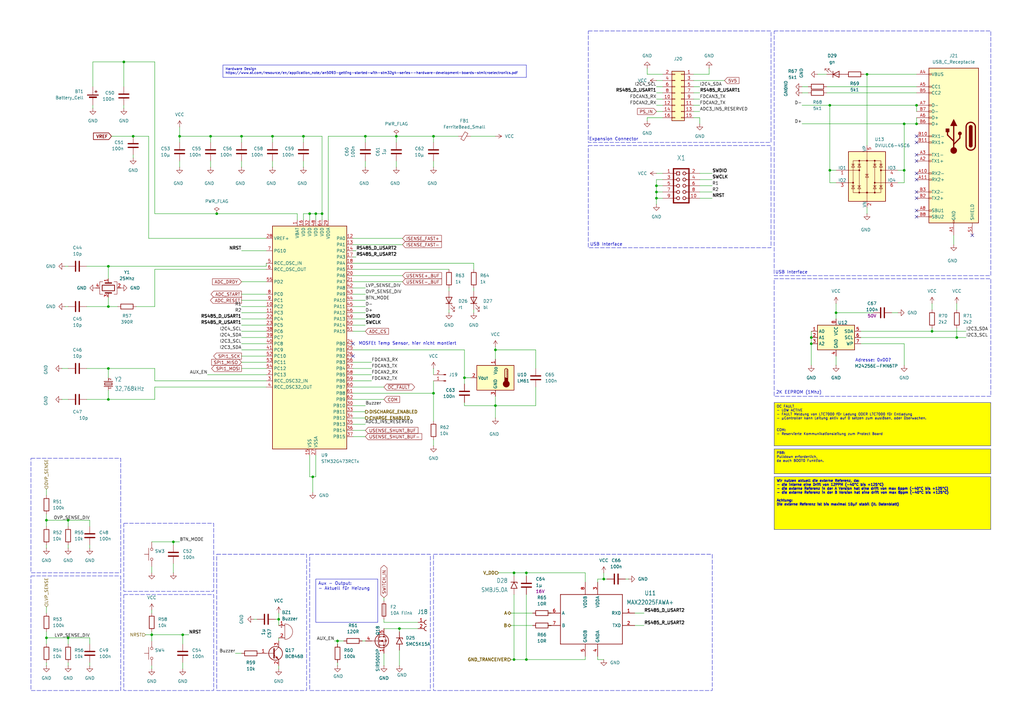
<source format=kicad_sch>
(kicad_sch
	(version 20250114)
	(generator "eeschema")
	(generator_version "9.0")
	(uuid "5f8b4aef-32eb-44a5-ac07-33765c2ecb50")
	(paper "A3")
	(title_block
		(title "Prozessor / Schnittstellen")
		(company "ECS Falko Jahn e.K.")
	)
	(lib_symbols
		(symbol "Connector:Conn_01x02_Pin"
			(pin_names
				(offset 1.016)
				(hide yes)
			)
			(exclude_from_sim no)
			(in_bom yes)
			(on_board yes)
			(property "Reference" "J"
				(at 0 2.54 0)
				(effects
					(font
						(size 1.27 1.27)
					)
				)
			)
			(property "Value" "Conn_01x02_Pin"
				(at 0 -5.08 0)
				(effects
					(font
						(size 1.27 1.27)
					)
				)
			)
			(property "Footprint" ""
				(at 0 0 0)
				(effects
					(font
						(size 1.27 1.27)
					)
					(hide yes)
				)
			)
			(property "Datasheet" "~"
				(at 0 0 0)
				(effects
					(font
						(size 1.27 1.27)
					)
					(hide yes)
				)
			)
			(property "Description" "Generic connector, single row, 01x02, script generated"
				(at 0 0 0)
				(effects
					(font
						(size 1.27 1.27)
					)
					(hide yes)
				)
			)
			(property "ki_locked" ""
				(at 0 0 0)
				(effects
					(font
						(size 1.27 1.27)
					)
				)
			)
			(property "ki_keywords" "connector"
				(at 0 0 0)
				(effects
					(font
						(size 1.27 1.27)
					)
					(hide yes)
				)
			)
			(property "ki_fp_filters" "Connector*:*_1x??_*"
				(at 0 0 0)
				(effects
					(font
						(size 1.27 1.27)
					)
					(hide yes)
				)
			)
			(symbol "Conn_01x02_Pin_1_1"
				(rectangle
					(start 0.8636 0.127)
					(end 0 -0.127)
					(stroke
						(width 0.1524)
						(type default)
					)
					(fill
						(type outline)
					)
				)
				(rectangle
					(start 0.8636 -2.413)
					(end 0 -2.667)
					(stroke
						(width 0.1524)
						(type default)
					)
					(fill
						(type outline)
					)
				)
				(polyline
					(pts
						(xy 1.27 0) (xy 0.8636 0)
					)
					(stroke
						(width 0.1524)
						(type default)
					)
					(fill
						(type none)
					)
				)
				(polyline
					(pts
						(xy 1.27 -2.54) (xy 0.8636 -2.54)
					)
					(stroke
						(width 0.1524)
						(type default)
					)
					(fill
						(type none)
					)
				)
				(pin passive line
					(at 5.08 0 180)
					(length 3.81)
					(name "Pin_1"
						(effects
							(font
								(size 1.27 1.27)
							)
						)
					)
					(number "1"
						(effects
							(font
								(size 1.27 1.27)
							)
						)
					)
				)
				(pin passive line
					(at 5.08 -2.54 180)
					(length 3.81)
					(name "Pin_2"
						(effects
							(font
								(size 1.27 1.27)
							)
						)
					)
					(number "2"
						(effects
							(font
								(size 1.27 1.27)
							)
						)
					)
				)
			)
			(embedded_fonts no)
		)
		(symbol "Connector:USB_C_Receptacle"
			(pin_names
				(offset 1.016)
			)
			(exclude_from_sim no)
			(in_bom yes)
			(on_board yes)
			(property "Reference" "J"
				(at -10.16 29.21 0)
				(effects
					(font
						(size 1.27 1.27)
					)
					(justify left)
				)
			)
			(property "Value" "USB_C_Receptacle"
				(at 10.16 29.21 0)
				(effects
					(font
						(size 1.27 1.27)
					)
					(justify right)
				)
			)
			(property "Footprint" ""
				(at 3.81 0 0)
				(effects
					(font
						(size 1.27 1.27)
					)
					(hide yes)
				)
			)
			(property "Datasheet" "https://www.usb.org/sites/default/files/documents/usb_type-c.zip"
				(at 3.81 0 0)
				(effects
					(font
						(size 1.27 1.27)
					)
					(hide yes)
				)
			)
			(property "Description" "USB Full-Featured Type-C Receptacle connector"
				(at 0 0 0)
				(effects
					(font
						(size 1.27 1.27)
					)
					(hide yes)
				)
			)
			(property "ki_keywords" "usb universal serial bus type-C full-featured"
				(at 0 0 0)
				(effects
					(font
						(size 1.27 1.27)
					)
					(hide yes)
				)
			)
			(property "ki_fp_filters" "USB*C*Receptacle*"
				(at 0 0 0)
				(effects
					(font
						(size 1.27 1.27)
					)
					(hide yes)
				)
			)
			(symbol "USB_C_Receptacle_0_0"
				(rectangle
					(start -0.254 -35.56)
					(end 0.254 -34.544)
					(stroke
						(width 0)
						(type default)
					)
					(fill
						(type none)
					)
				)
				(rectangle
					(start 10.16 25.654)
					(end 9.144 25.146)
					(stroke
						(width 0)
						(type default)
					)
					(fill
						(type none)
					)
				)
				(rectangle
					(start 10.16 20.574)
					(end 9.144 20.066)
					(stroke
						(width 0)
						(type default)
					)
					(fill
						(type none)
					)
				)
				(rectangle
					(start 10.16 18.034)
					(end 9.144 17.526)
					(stroke
						(width 0)
						(type default)
					)
					(fill
						(type none)
					)
				)
				(rectangle
					(start 10.16 12.954)
					(end 9.144 12.446)
					(stroke
						(width 0)
						(type default)
					)
					(fill
						(type none)
					)
				)
				(rectangle
					(start 10.16 10.414)
					(end 9.144 9.906)
					(stroke
						(width 0)
						(type default)
					)
					(fill
						(type none)
					)
				)
				(rectangle
					(start 10.16 7.874)
					(end 9.144 7.366)
					(stroke
						(width 0)
						(type default)
					)
					(fill
						(type none)
					)
				)
				(rectangle
					(start 10.16 5.334)
					(end 9.144 4.826)
					(stroke
						(width 0)
						(type default)
					)
					(fill
						(type none)
					)
				)
				(rectangle
					(start 10.16 0.254)
					(end 9.144 -0.254)
					(stroke
						(width 0)
						(type default)
					)
					(fill
						(type none)
					)
				)
				(rectangle
					(start 10.16 -2.286)
					(end 9.144 -2.794)
					(stroke
						(width 0)
						(type default)
					)
					(fill
						(type none)
					)
				)
				(rectangle
					(start 10.16 -7.366)
					(end 9.144 -7.874)
					(stroke
						(width 0)
						(type default)
					)
					(fill
						(type none)
					)
				)
				(rectangle
					(start 10.16 -9.906)
					(end 9.144 -10.414)
					(stroke
						(width 0)
						(type default)
					)
					(fill
						(type none)
					)
				)
				(rectangle
					(start 10.16 -14.986)
					(end 9.144 -15.494)
					(stroke
						(width 0)
						(type default)
					)
					(fill
						(type none)
					)
				)
				(rectangle
					(start 10.16 -17.526)
					(end 9.144 -18.034)
					(stroke
						(width 0)
						(type default)
					)
					(fill
						(type none)
					)
				)
				(rectangle
					(start 10.16 -22.606)
					(end 9.144 -23.114)
					(stroke
						(width 0)
						(type default)
					)
					(fill
						(type none)
					)
				)
				(rectangle
					(start 10.16 -25.146)
					(end 9.144 -25.654)
					(stroke
						(width 0)
						(type default)
					)
					(fill
						(type none)
					)
				)
				(rectangle
					(start 10.16 -30.226)
					(end 9.144 -30.734)
					(stroke
						(width 0)
						(type default)
					)
					(fill
						(type none)
					)
				)
				(rectangle
					(start 10.16 -32.766)
					(end 9.144 -33.274)
					(stroke
						(width 0)
						(type default)
					)
					(fill
						(type none)
					)
				)
			)
			(symbol "USB_C_Receptacle_0_1"
				(rectangle
					(start -10.16 27.94)
					(end 10.16 -35.56)
					(stroke
						(width 0.254)
						(type default)
					)
					(fill
						(type background)
					)
				)
				(polyline
					(pts
						(xy -8.89 -3.81) (xy -8.89 3.81)
					)
					(stroke
						(width 0.508)
						(type default)
					)
					(fill
						(type none)
					)
				)
				(rectangle
					(start -7.62 -3.81)
					(end -6.35 3.81)
					(stroke
						(width 0.254)
						(type default)
					)
					(fill
						(type outline)
					)
				)
				(arc
					(start -7.62 3.81)
					(mid -6.985 4.4423)
					(end -6.35 3.81)
					(stroke
						(width 0.254)
						(type default)
					)
					(fill
						(type none)
					)
				)
				(arc
					(start -7.62 3.81)
					(mid -6.985 4.4423)
					(end -6.35 3.81)
					(stroke
						(width 0.254)
						(type default)
					)
					(fill
						(type outline)
					)
				)
				(arc
					(start -8.89 3.81)
					(mid -6.985 5.7067)
					(end -5.08 3.81)
					(stroke
						(width 0.508)
						(type default)
					)
					(fill
						(type none)
					)
				)
				(arc
					(start -5.08 -3.81)
					(mid -6.985 -5.7067)
					(end -8.89 -3.81)
					(stroke
						(width 0.508)
						(type default)
					)
					(fill
						(type none)
					)
				)
				(arc
					(start -6.35 -3.81)
					(mid -6.985 -4.4423)
					(end -7.62 -3.81)
					(stroke
						(width 0.254)
						(type default)
					)
					(fill
						(type none)
					)
				)
				(arc
					(start -6.35 -3.81)
					(mid -6.985 -4.4423)
					(end -7.62 -3.81)
					(stroke
						(width 0.254)
						(type default)
					)
					(fill
						(type outline)
					)
				)
				(polyline
					(pts
						(xy -5.08 3.81) (xy -5.08 -3.81)
					)
					(stroke
						(width 0.508)
						(type default)
					)
					(fill
						(type none)
					)
				)
			)
			(symbol "USB_C_Receptacle_1_1"
				(circle
					(center -2.54 1.143)
					(radius 0.635)
					(stroke
						(width 0.254)
						(type default)
					)
					(fill
						(type outline)
					)
				)
				(polyline
					(pts
						(xy -1.27 4.318) (xy 0 6.858) (xy 1.27 4.318) (xy -1.27 4.318)
					)
					(stroke
						(width 0.254)
						(type default)
					)
					(fill
						(type outline)
					)
				)
				(polyline
					(pts
						(xy 0 -2.032) (xy 2.54 0.508) (xy 2.54 1.778)
					)
					(stroke
						(width 0.508)
						(type default)
					)
					(fill
						(type none)
					)
				)
				(polyline
					(pts
						(xy 0 -3.302) (xy -2.54 -0.762) (xy -2.54 0.508)
					)
					(stroke
						(width 0.508)
						(type default)
					)
					(fill
						(type none)
					)
				)
				(polyline
					(pts
						(xy 0 -5.842) (xy 0 4.318)
					)
					(stroke
						(width 0.508)
						(type default)
					)
					(fill
						(type none)
					)
				)
				(circle
					(center 0 -5.842)
					(radius 1.27)
					(stroke
						(width 0)
						(type default)
					)
					(fill
						(type outline)
					)
				)
				(rectangle
					(start 1.905 1.778)
					(end 3.175 3.048)
					(stroke
						(width 0.254)
						(type default)
					)
					(fill
						(type outline)
					)
				)
				(pin passive line
					(at -7.62 -40.64 90)
					(length 5.08)
					(name "SHIELD"
						(effects
							(font
								(size 1.27 1.27)
							)
						)
					)
					(number "S1"
						(effects
							(font
								(size 1.27 1.27)
							)
						)
					)
				)
				(pin passive line
					(at 0 -40.64 90)
					(length 5.08)
					(name "GND"
						(effects
							(font
								(size 1.27 1.27)
							)
						)
					)
					(number "A1"
						(effects
							(font
								(size 1.27 1.27)
							)
						)
					)
				)
				(pin passive line
					(at 0 -40.64 90)
					(length 5.08)
					(hide yes)
					(name "GND"
						(effects
							(font
								(size 1.27 1.27)
							)
						)
					)
					(number "A12"
						(effects
							(font
								(size 1.27 1.27)
							)
						)
					)
				)
				(pin passive line
					(at 0 -40.64 90)
					(length 5.08)
					(hide yes)
					(name "GND"
						(effects
							(font
								(size 1.27 1.27)
							)
						)
					)
					(number "B1"
						(effects
							(font
								(size 1.27 1.27)
							)
						)
					)
				)
				(pin passive line
					(at 0 -40.64 90)
					(length 5.08)
					(hide yes)
					(name "GND"
						(effects
							(font
								(size 1.27 1.27)
							)
						)
					)
					(number "B12"
						(effects
							(font
								(size 1.27 1.27)
							)
						)
					)
				)
				(pin passive line
					(at 15.24 25.4 180)
					(length 5.08)
					(name "VBUS"
						(effects
							(font
								(size 1.27 1.27)
							)
						)
					)
					(number "A4"
						(effects
							(font
								(size 1.27 1.27)
							)
						)
					)
				)
				(pin passive line
					(at 15.24 25.4 180)
					(length 5.08)
					(hide yes)
					(name "VBUS"
						(effects
							(font
								(size 1.27 1.27)
							)
						)
					)
					(number "A9"
						(effects
							(font
								(size 1.27 1.27)
							)
						)
					)
				)
				(pin passive line
					(at 15.24 25.4 180)
					(length 5.08)
					(hide yes)
					(name "VBUS"
						(effects
							(font
								(size 1.27 1.27)
							)
						)
					)
					(number "B4"
						(effects
							(font
								(size 1.27 1.27)
							)
						)
					)
				)
				(pin passive line
					(at 15.24 25.4 180)
					(length 5.08)
					(hide yes)
					(name "VBUS"
						(effects
							(font
								(size 1.27 1.27)
							)
						)
					)
					(number "B9"
						(effects
							(font
								(size 1.27 1.27)
							)
						)
					)
				)
				(pin bidirectional line
					(at 15.24 20.32 180)
					(length 5.08)
					(name "CC1"
						(effects
							(font
								(size 1.27 1.27)
							)
						)
					)
					(number "A5"
						(effects
							(font
								(size 1.27 1.27)
							)
						)
					)
				)
				(pin bidirectional line
					(at 15.24 17.78 180)
					(length 5.08)
					(name "CC2"
						(effects
							(font
								(size 1.27 1.27)
							)
						)
					)
					(number "B5"
						(effects
							(font
								(size 1.27 1.27)
							)
						)
					)
				)
				(pin bidirectional line
					(at 15.24 12.7 180)
					(length 5.08)
					(name "D-"
						(effects
							(font
								(size 1.27 1.27)
							)
						)
					)
					(number "A7"
						(effects
							(font
								(size 1.27 1.27)
							)
						)
					)
				)
				(pin bidirectional line
					(at 15.24 10.16 180)
					(length 5.08)
					(name "D-"
						(effects
							(font
								(size 1.27 1.27)
							)
						)
					)
					(number "B7"
						(effects
							(font
								(size 1.27 1.27)
							)
						)
					)
				)
				(pin bidirectional line
					(at 15.24 7.62 180)
					(length 5.08)
					(name "D+"
						(effects
							(font
								(size 1.27 1.27)
							)
						)
					)
					(number "A6"
						(effects
							(font
								(size 1.27 1.27)
							)
						)
					)
				)
				(pin bidirectional line
					(at 15.24 5.08 180)
					(length 5.08)
					(name "D+"
						(effects
							(font
								(size 1.27 1.27)
							)
						)
					)
					(number "B6"
						(effects
							(font
								(size 1.27 1.27)
							)
						)
					)
				)
				(pin bidirectional line
					(at 15.24 0 180)
					(length 5.08)
					(name "RX1-"
						(effects
							(font
								(size 1.27 1.27)
							)
						)
					)
					(number "B10"
						(effects
							(font
								(size 1.27 1.27)
							)
						)
					)
				)
				(pin bidirectional line
					(at 15.24 -2.54 180)
					(length 5.08)
					(name "RX1+"
						(effects
							(font
								(size 1.27 1.27)
							)
						)
					)
					(number "B11"
						(effects
							(font
								(size 1.27 1.27)
							)
						)
					)
				)
				(pin bidirectional line
					(at 15.24 -7.62 180)
					(length 5.08)
					(name "TX1-"
						(effects
							(font
								(size 1.27 1.27)
							)
						)
					)
					(number "A3"
						(effects
							(font
								(size 1.27 1.27)
							)
						)
					)
				)
				(pin bidirectional line
					(at 15.24 -10.16 180)
					(length 5.08)
					(name "TX1+"
						(effects
							(font
								(size 1.27 1.27)
							)
						)
					)
					(number "A2"
						(effects
							(font
								(size 1.27 1.27)
							)
						)
					)
				)
				(pin bidirectional line
					(at 15.24 -15.24 180)
					(length 5.08)
					(name "RX2-"
						(effects
							(font
								(size 1.27 1.27)
							)
						)
					)
					(number "A10"
						(effects
							(font
								(size 1.27 1.27)
							)
						)
					)
				)
				(pin bidirectional line
					(at 15.24 -17.78 180)
					(length 5.08)
					(name "RX2+"
						(effects
							(font
								(size 1.27 1.27)
							)
						)
					)
					(number "A11"
						(effects
							(font
								(size 1.27 1.27)
							)
						)
					)
				)
				(pin bidirectional line
					(at 15.24 -22.86 180)
					(length 5.08)
					(name "TX2-"
						(effects
							(font
								(size 1.27 1.27)
							)
						)
					)
					(number "B3"
						(effects
							(font
								(size 1.27 1.27)
							)
						)
					)
				)
				(pin bidirectional line
					(at 15.24 -25.4 180)
					(length 5.08)
					(name "TX2+"
						(effects
							(font
								(size 1.27 1.27)
							)
						)
					)
					(number "B2"
						(effects
							(font
								(size 1.27 1.27)
							)
						)
					)
				)
				(pin bidirectional line
					(at 15.24 -30.48 180)
					(length 5.08)
					(name "SBU1"
						(effects
							(font
								(size 1.27 1.27)
							)
						)
					)
					(number "A8"
						(effects
							(font
								(size 1.27 1.27)
							)
						)
					)
				)
				(pin bidirectional line
					(at 15.24 -33.02 180)
					(length 5.08)
					(name "SBU2"
						(effects
							(font
								(size 1.27 1.27)
							)
						)
					)
					(number "B8"
						(effects
							(font
								(size 1.27 1.27)
							)
						)
					)
				)
			)
			(embedded_fonts no)
		)
		(symbol "Connector_Generic:Conn_02x08_Odd_Even"
			(pin_names
				(offset 1.016)
				(hide yes)
			)
			(exclude_from_sim no)
			(in_bom yes)
			(on_board yes)
			(property "Reference" "J"
				(at 1.27 10.16 0)
				(effects
					(font
						(size 1.27 1.27)
					)
				)
			)
			(property "Value" "Conn_02x08_Odd_Even"
				(at 1.27 -12.7 0)
				(effects
					(font
						(size 1.27 1.27)
					)
				)
			)
			(property "Footprint" ""
				(at 0 0 0)
				(effects
					(font
						(size 1.27 1.27)
					)
					(hide yes)
				)
			)
			(property "Datasheet" "~"
				(at 0 0 0)
				(effects
					(font
						(size 1.27 1.27)
					)
					(hide yes)
				)
			)
			(property "Description" "Generic connector, double row, 02x08, odd/even pin numbering scheme (row 1 odd numbers, row 2 even numbers), script generated (kicad-library-utils/schlib/autogen/connector/)"
				(at 0 0 0)
				(effects
					(font
						(size 1.27 1.27)
					)
					(hide yes)
				)
			)
			(property "ki_keywords" "connector"
				(at 0 0 0)
				(effects
					(font
						(size 1.27 1.27)
					)
					(hide yes)
				)
			)
			(property "ki_fp_filters" "Connector*:*_2x??_*"
				(at 0 0 0)
				(effects
					(font
						(size 1.27 1.27)
					)
					(hide yes)
				)
			)
			(symbol "Conn_02x08_Odd_Even_1_1"
				(rectangle
					(start -1.27 8.89)
					(end 3.81 -11.43)
					(stroke
						(width 0.254)
						(type default)
					)
					(fill
						(type background)
					)
				)
				(rectangle
					(start -1.27 7.747)
					(end 0 7.493)
					(stroke
						(width 0.1524)
						(type default)
					)
					(fill
						(type none)
					)
				)
				(rectangle
					(start -1.27 5.207)
					(end 0 4.953)
					(stroke
						(width 0.1524)
						(type default)
					)
					(fill
						(type none)
					)
				)
				(rectangle
					(start -1.27 2.667)
					(end 0 2.413)
					(stroke
						(width 0.1524)
						(type default)
					)
					(fill
						(type none)
					)
				)
				(rectangle
					(start -1.27 0.127)
					(end 0 -0.127)
					(stroke
						(width 0.1524)
						(type default)
					)
					(fill
						(type none)
					)
				)
				(rectangle
					(start -1.27 -2.413)
					(end 0 -2.667)
					(stroke
						(width 0.1524)
						(type default)
					)
					(fill
						(type none)
					)
				)
				(rectangle
					(start -1.27 -4.953)
					(end 0 -5.207)
					(stroke
						(width 0.1524)
						(type default)
					)
					(fill
						(type none)
					)
				)
				(rectangle
					(start -1.27 -7.493)
					(end 0 -7.747)
					(stroke
						(width 0.1524)
						(type default)
					)
					(fill
						(type none)
					)
				)
				(rectangle
					(start -1.27 -10.033)
					(end 0 -10.287)
					(stroke
						(width 0.1524)
						(type default)
					)
					(fill
						(type none)
					)
				)
				(rectangle
					(start 3.81 7.747)
					(end 2.54 7.493)
					(stroke
						(width 0.1524)
						(type default)
					)
					(fill
						(type none)
					)
				)
				(rectangle
					(start 3.81 5.207)
					(end 2.54 4.953)
					(stroke
						(width 0.1524)
						(type default)
					)
					(fill
						(type none)
					)
				)
				(rectangle
					(start 3.81 2.667)
					(end 2.54 2.413)
					(stroke
						(width 0.1524)
						(type default)
					)
					(fill
						(type none)
					)
				)
				(rectangle
					(start 3.81 0.127)
					(end 2.54 -0.127)
					(stroke
						(width 0.1524)
						(type default)
					)
					(fill
						(type none)
					)
				)
				(rectangle
					(start 3.81 -2.413)
					(end 2.54 -2.667)
					(stroke
						(width 0.1524)
						(type default)
					)
					(fill
						(type none)
					)
				)
				(rectangle
					(start 3.81 -4.953)
					(end 2.54 -5.207)
					(stroke
						(width 0.1524)
						(type default)
					)
					(fill
						(type none)
					)
				)
				(rectangle
					(start 3.81 -7.493)
					(end 2.54 -7.747)
					(stroke
						(width 0.1524)
						(type default)
					)
					(fill
						(type none)
					)
				)
				(rectangle
					(start 3.81 -10.033)
					(end 2.54 -10.287)
					(stroke
						(width 0.1524)
						(type default)
					)
					(fill
						(type none)
					)
				)
				(pin passive line
					(at -5.08 7.62 0)
					(length 3.81)
					(name "Pin_1"
						(effects
							(font
								(size 1.27 1.27)
							)
						)
					)
					(number "1"
						(effects
							(font
								(size 1.27 1.27)
							)
						)
					)
				)
				(pin passive line
					(at -5.08 5.08 0)
					(length 3.81)
					(name "Pin_3"
						(effects
							(font
								(size 1.27 1.27)
							)
						)
					)
					(number "3"
						(effects
							(font
								(size 1.27 1.27)
							)
						)
					)
				)
				(pin passive line
					(at -5.08 2.54 0)
					(length 3.81)
					(name "Pin_5"
						(effects
							(font
								(size 1.27 1.27)
							)
						)
					)
					(number "5"
						(effects
							(font
								(size 1.27 1.27)
							)
						)
					)
				)
				(pin passive line
					(at -5.08 0 0)
					(length 3.81)
					(name "Pin_7"
						(effects
							(font
								(size 1.27 1.27)
							)
						)
					)
					(number "7"
						(effects
							(font
								(size 1.27 1.27)
							)
						)
					)
				)
				(pin passive line
					(at -5.08 -2.54 0)
					(length 3.81)
					(name "Pin_9"
						(effects
							(font
								(size 1.27 1.27)
							)
						)
					)
					(number "9"
						(effects
							(font
								(size 1.27 1.27)
							)
						)
					)
				)
				(pin passive line
					(at -5.08 -5.08 0)
					(length 3.81)
					(name "Pin_11"
						(effects
							(font
								(size 1.27 1.27)
							)
						)
					)
					(number "11"
						(effects
							(font
								(size 1.27 1.27)
							)
						)
					)
				)
				(pin passive line
					(at -5.08 -7.62 0)
					(length 3.81)
					(name "Pin_13"
						(effects
							(font
								(size 1.27 1.27)
							)
						)
					)
					(number "13"
						(effects
							(font
								(size 1.27 1.27)
							)
						)
					)
				)
				(pin passive line
					(at -5.08 -10.16 0)
					(length 3.81)
					(name "Pin_15"
						(effects
							(font
								(size 1.27 1.27)
							)
						)
					)
					(number "15"
						(effects
							(font
								(size 1.27 1.27)
							)
						)
					)
				)
				(pin passive line
					(at 7.62 7.62 180)
					(length 3.81)
					(name "Pin_2"
						(effects
							(font
								(size 1.27 1.27)
							)
						)
					)
					(number "2"
						(effects
							(font
								(size 1.27 1.27)
							)
						)
					)
				)
				(pin passive line
					(at 7.62 5.08 180)
					(length 3.81)
					(name "Pin_4"
						(effects
							(font
								(size 1.27 1.27)
							)
						)
					)
					(number "4"
						(effects
							(font
								(size 1.27 1.27)
							)
						)
					)
				)
				(pin passive line
					(at 7.62 2.54 180)
					(length 3.81)
					(name "Pin_6"
						(effects
							(font
								(size 1.27 1.27)
							)
						)
					)
					(number "6"
						(effects
							(font
								(size 1.27 1.27)
							)
						)
					)
				)
				(pin passive line
					(at 7.62 0 180)
					(length 3.81)
					(name "Pin_8"
						(effects
							(font
								(size 1.27 1.27)
							)
						)
					)
					(number "8"
						(effects
							(font
								(size 1.27 1.27)
							)
						)
					)
				)
				(pin passive line
					(at 7.62 -2.54 180)
					(length 3.81)
					(name "Pin_10"
						(effects
							(font
								(size 1.27 1.27)
							)
						)
					)
					(number "10"
						(effects
							(font
								(size 1.27 1.27)
							)
						)
					)
				)
				(pin passive line
					(at 7.62 -5.08 180)
					(length 3.81)
					(name "Pin_12"
						(effects
							(font
								(size 1.27 1.27)
							)
						)
					)
					(number "12"
						(effects
							(font
								(size 1.27 1.27)
							)
						)
					)
				)
				(pin passive line
					(at 7.62 -7.62 180)
					(length 3.81)
					(name "Pin_14"
						(effects
							(font
								(size 1.27 1.27)
							)
						)
					)
					(number "14"
						(effects
							(font
								(size 1.27 1.27)
							)
						)
					)
				)
				(pin passive line
					(at 7.62 -10.16 180)
					(length 3.81)
					(name "Pin_16"
						(effects
							(font
								(size 1.27 1.27)
							)
						)
					)
					(number "16"
						(effects
							(font
								(size 1.27 1.27)
							)
						)
					)
				)
			)
			(embedded_fonts no)
		)
		(symbol "Device:Battery_Cell"
			(pin_numbers
				(hide yes)
			)
			(pin_names
				(offset 0)
				(hide yes)
			)
			(exclude_from_sim no)
			(in_bom yes)
			(on_board yes)
			(property "Reference" "BT"
				(at 2.54 2.54 0)
				(effects
					(font
						(size 1.27 1.27)
					)
					(justify left)
				)
			)
			(property "Value" "Battery_Cell"
				(at 2.54 0 0)
				(effects
					(font
						(size 1.27 1.27)
					)
					(justify left)
				)
			)
			(property "Footprint" ""
				(at 0 1.524 90)
				(effects
					(font
						(size 1.27 1.27)
					)
					(hide yes)
				)
			)
			(property "Datasheet" "~"
				(at 0 1.524 90)
				(effects
					(font
						(size 1.27 1.27)
					)
					(hide yes)
				)
			)
			(property "Description" "Single-cell battery"
				(at 0 0 0)
				(effects
					(font
						(size 1.27 1.27)
					)
					(hide yes)
				)
			)
			(property "ki_keywords" "battery cell"
				(at 0 0 0)
				(effects
					(font
						(size 1.27 1.27)
					)
					(hide yes)
				)
			)
			(symbol "Battery_Cell_0_1"
				(rectangle
					(start -2.286 1.778)
					(end 2.286 1.524)
					(stroke
						(width 0)
						(type default)
					)
					(fill
						(type outline)
					)
				)
				(rectangle
					(start -1.524 1.016)
					(end 1.524 0.508)
					(stroke
						(width 0)
						(type default)
					)
					(fill
						(type outline)
					)
				)
				(polyline
					(pts
						(xy 0 1.778) (xy 0 2.54)
					)
					(stroke
						(width 0)
						(type default)
					)
					(fill
						(type none)
					)
				)
				(polyline
					(pts
						(xy 0 0.762) (xy 0 0)
					)
					(stroke
						(width 0)
						(type default)
					)
					(fill
						(type none)
					)
				)
				(polyline
					(pts
						(xy 0.762 3.048) (xy 1.778 3.048)
					)
					(stroke
						(width 0.254)
						(type default)
					)
					(fill
						(type none)
					)
				)
				(polyline
					(pts
						(xy 1.27 3.556) (xy 1.27 2.54)
					)
					(stroke
						(width 0.254)
						(type default)
					)
					(fill
						(type none)
					)
				)
			)
			(symbol "Battery_Cell_1_1"
				(pin passive line
					(at 0 5.08 270)
					(length 2.54)
					(name "+"
						(effects
							(font
								(size 1.27 1.27)
							)
						)
					)
					(number "1"
						(effects
							(font
								(size 1.27 1.27)
							)
						)
					)
				)
				(pin passive line
					(at 0 -2.54 90)
					(length 2.54)
					(name "-"
						(effects
							(font
								(size 1.27 1.27)
							)
						)
					)
					(number "2"
						(effects
							(font
								(size 1.27 1.27)
							)
						)
					)
				)
			)
			(embedded_fonts no)
		)
		(symbol "Device:Buzzer"
			(pin_names
				(offset 0.0254)
				(hide yes)
			)
			(exclude_from_sim no)
			(in_bom yes)
			(on_board yes)
			(property "Reference" "BZ"
				(at 3.81 1.27 0)
				(effects
					(font
						(size 1.27 1.27)
					)
					(justify left)
				)
			)
			(property "Value" "Buzzer"
				(at 3.81 -1.27 0)
				(effects
					(font
						(size 1.27 1.27)
					)
					(justify left)
				)
			)
			(property "Footprint" ""
				(at -0.635 2.54 90)
				(effects
					(font
						(size 1.27 1.27)
					)
					(hide yes)
				)
			)
			(property "Datasheet" "~"
				(at -0.635 2.54 90)
				(effects
					(font
						(size 1.27 1.27)
					)
					(hide yes)
				)
			)
			(property "Description" "Buzzer, polarized"
				(at 0 0 0)
				(effects
					(font
						(size 1.27 1.27)
					)
					(hide yes)
				)
			)
			(property "ki_keywords" "quartz resonator ceramic"
				(at 0 0 0)
				(effects
					(font
						(size 1.27 1.27)
					)
					(hide yes)
				)
			)
			(property "ki_fp_filters" "*Buzzer*"
				(at 0 0 0)
				(effects
					(font
						(size 1.27 1.27)
					)
					(hide yes)
				)
			)
			(symbol "Buzzer_0_1"
				(polyline
					(pts
						(xy -1.651 1.905) (xy -1.143 1.905)
					)
					(stroke
						(width 0)
						(type default)
					)
					(fill
						(type none)
					)
				)
				(polyline
					(pts
						(xy -1.397 2.159) (xy -1.397 1.651)
					)
					(stroke
						(width 0)
						(type default)
					)
					(fill
						(type none)
					)
				)
				(arc
					(start 0 3.175)
					(mid 3.1612 0)
					(end 0 -3.175)
					(stroke
						(width 0)
						(type default)
					)
					(fill
						(type none)
					)
				)
				(polyline
					(pts
						(xy 0 3.175) (xy 0 -3.175)
					)
					(stroke
						(width 0)
						(type default)
					)
					(fill
						(type none)
					)
				)
			)
			(symbol "Buzzer_1_1"
				(pin passive line
					(at -2.54 2.54 0)
					(length 2.54)
					(name "+"
						(effects
							(font
								(size 1.27 1.27)
							)
						)
					)
					(number "1"
						(effects
							(font
								(size 1.27 1.27)
							)
						)
					)
				)
				(pin passive line
					(at -2.54 -2.54 0)
					(length 2.54)
					(name "-"
						(effects
							(font
								(size 1.27 1.27)
							)
						)
					)
					(number "2"
						(effects
							(font
								(size 1.27 1.27)
							)
						)
					)
				)
			)
			(embedded_fonts no)
		)
		(symbol "Device:C"
			(pin_numbers
				(hide yes)
			)
			(pin_names
				(offset 0.254)
			)
			(exclude_from_sim no)
			(in_bom yes)
			(on_board yes)
			(property "Reference" "C"
				(at 0.635 2.54 0)
				(effects
					(font
						(size 1.27 1.27)
					)
					(justify left)
				)
			)
			(property "Value" "C"
				(at 0.635 -2.54 0)
				(effects
					(font
						(size 1.27 1.27)
					)
					(justify left)
				)
			)
			(property "Footprint" ""
				(at 0.9652 -3.81 0)
				(effects
					(font
						(size 1.27 1.27)
					)
					(hide yes)
				)
			)
			(property "Datasheet" "~"
				(at 0 0 0)
				(effects
					(font
						(size 1.27 1.27)
					)
					(hide yes)
				)
			)
			(property "Description" "Unpolarized capacitor"
				(at 0 0 0)
				(effects
					(font
						(size 1.27 1.27)
					)
					(hide yes)
				)
			)
			(property "ki_keywords" "cap capacitor"
				(at 0 0 0)
				(effects
					(font
						(size 1.27 1.27)
					)
					(hide yes)
				)
			)
			(property "ki_fp_filters" "C_*"
				(at 0 0 0)
				(effects
					(font
						(size 1.27 1.27)
					)
					(hide yes)
				)
			)
			(symbol "C_0_1"
				(polyline
					(pts
						(xy -2.032 0.762) (xy 2.032 0.762)
					)
					(stroke
						(width 0.508)
						(type default)
					)
					(fill
						(type none)
					)
				)
				(polyline
					(pts
						(xy -2.032 -0.762) (xy 2.032 -0.762)
					)
					(stroke
						(width 0.508)
						(type default)
					)
					(fill
						(type none)
					)
				)
			)
			(symbol "C_1_1"
				(pin passive line
					(at 0 3.81 270)
					(length 2.794)
					(name "~"
						(effects
							(font
								(size 1.27 1.27)
							)
						)
					)
					(number "1"
						(effects
							(font
								(size 1.27 1.27)
							)
						)
					)
				)
				(pin passive line
					(at 0 -3.81 90)
					(length 2.794)
					(name "~"
						(effects
							(font
								(size 1.27 1.27)
							)
						)
					)
					(number "2"
						(effects
							(font
								(size 1.27 1.27)
							)
						)
					)
				)
			)
			(embedded_fonts no)
		)
		(symbol "Device:Crystal_GND24"
			(pin_names
				(offset 1.016)
				(hide yes)
			)
			(exclude_from_sim no)
			(in_bom yes)
			(on_board yes)
			(property "Reference" "Y"
				(at 3.175 5.08 0)
				(effects
					(font
						(size 1.27 1.27)
					)
					(justify left)
				)
			)
			(property "Value" "Crystal_GND24"
				(at 3.175 3.175 0)
				(effects
					(font
						(size 1.27 1.27)
					)
					(justify left)
				)
			)
			(property "Footprint" ""
				(at 0 0 0)
				(effects
					(font
						(size 1.27 1.27)
					)
					(hide yes)
				)
			)
			(property "Datasheet" "~"
				(at 0 0 0)
				(effects
					(font
						(size 1.27 1.27)
					)
					(hide yes)
				)
			)
			(property "Description" "Four pin crystal, GND on pins 2 and 4"
				(at 0 0 0)
				(effects
					(font
						(size 1.27 1.27)
					)
					(hide yes)
				)
			)
			(property "ki_keywords" "quartz ceramic resonator oscillator"
				(at 0 0 0)
				(effects
					(font
						(size 1.27 1.27)
					)
					(hide yes)
				)
			)
			(property "ki_fp_filters" "Crystal*"
				(at 0 0 0)
				(effects
					(font
						(size 1.27 1.27)
					)
					(hide yes)
				)
			)
			(symbol "Crystal_GND24_0_1"
				(polyline
					(pts
						(xy -2.54 2.286) (xy -2.54 3.556) (xy 2.54 3.556) (xy 2.54 2.286)
					)
					(stroke
						(width 0)
						(type default)
					)
					(fill
						(type none)
					)
				)
				(polyline
					(pts
						(xy -2.54 0) (xy -2.032 0)
					)
					(stroke
						(width 0)
						(type default)
					)
					(fill
						(type none)
					)
				)
				(polyline
					(pts
						(xy -2.54 -2.286) (xy -2.54 -3.556) (xy 2.54 -3.556) (xy 2.54 -2.286)
					)
					(stroke
						(width 0)
						(type default)
					)
					(fill
						(type none)
					)
				)
				(polyline
					(pts
						(xy -2.032 -1.27) (xy -2.032 1.27)
					)
					(stroke
						(width 0.508)
						(type default)
					)
					(fill
						(type none)
					)
				)
				(rectangle
					(start -1.143 2.54)
					(end 1.143 -2.54)
					(stroke
						(width 0.3048)
						(type default)
					)
					(fill
						(type none)
					)
				)
				(polyline
					(pts
						(xy 0 3.556) (xy 0 3.81)
					)
					(stroke
						(width 0)
						(type default)
					)
					(fill
						(type none)
					)
				)
				(polyline
					(pts
						(xy 0 -3.81) (xy 0 -3.556)
					)
					(stroke
						(width 0)
						(type default)
					)
					(fill
						(type none)
					)
				)
				(polyline
					(pts
						(xy 2.032 0) (xy 2.54 0)
					)
					(stroke
						(width 0)
						(type default)
					)
					(fill
						(type none)
					)
				)
				(polyline
					(pts
						(xy 2.032 -1.27) (xy 2.032 1.27)
					)
					(stroke
						(width 0.508)
						(type default)
					)
					(fill
						(type none)
					)
				)
			)
			(symbol "Crystal_GND24_1_1"
				(pin passive line
					(at -3.81 0 0)
					(length 1.27)
					(name "1"
						(effects
							(font
								(size 1.27 1.27)
							)
						)
					)
					(number "1"
						(effects
							(font
								(size 1.27 1.27)
							)
						)
					)
				)
				(pin passive line
					(at 0 5.08 270)
					(length 1.27)
					(name "2"
						(effects
							(font
								(size 1.27 1.27)
							)
						)
					)
					(number "2"
						(effects
							(font
								(size 1.27 1.27)
							)
						)
					)
				)
				(pin passive line
					(at 0 -5.08 90)
					(length 1.27)
					(name "4"
						(effects
							(font
								(size 1.27 1.27)
							)
						)
					)
					(number "4"
						(effects
							(font
								(size 1.27 1.27)
							)
						)
					)
				)
				(pin passive line
					(at 3.81 0 180)
					(length 1.27)
					(name "3"
						(effects
							(font
								(size 1.27 1.27)
							)
						)
					)
					(number "3"
						(effects
							(font
								(size 1.27 1.27)
							)
						)
					)
				)
			)
			(embedded_fonts no)
		)
		(symbol "Device:FerriteBead_Small"
			(pin_numbers
				(hide yes)
			)
			(pin_names
				(offset 0)
			)
			(exclude_from_sim no)
			(in_bom yes)
			(on_board yes)
			(property "Reference" "FB"
				(at 1.905 1.27 0)
				(effects
					(font
						(size 1.27 1.27)
					)
					(justify left)
				)
			)
			(property "Value" "FerriteBead_Small"
				(at 1.905 -1.27 0)
				(effects
					(font
						(size 1.27 1.27)
					)
					(justify left)
				)
			)
			(property "Footprint" ""
				(at -1.778 0 90)
				(effects
					(font
						(size 1.27 1.27)
					)
					(hide yes)
				)
			)
			(property "Datasheet" "~"
				(at 0 0 0)
				(effects
					(font
						(size 1.27 1.27)
					)
					(hide yes)
				)
			)
			(property "Description" "Ferrite bead, small symbol"
				(at 0 0 0)
				(effects
					(font
						(size 1.27 1.27)
					)
					(hide yes)
				)
			)
			(property "ki_keywords" "L ferrite bead inductor filter"
				(at 0 0 0)
				(effects
					(font
						(size 1.27 1.27)
					)
					(hide yes)
				)
			)
			(property "ki_fp_filters" "Inductor_* L_* *Ferrite*"
				(at 0 0 0)
				(effects
					(font
						(size 1.27 1.27)
					)
					(hide yes)
				)
			)
			(symbol "FerriteBead_Small_0_1"
				(polyline
					(pts
						(xy -1.8288 0.2794) (xy -1.1176 1.4986) (xy 1.8288 -0.2032) (xy 1.1176 -1.4224) (xy -1.8288 0.2794)
					)
					(stroke
						(width 0)
						(type default)
					)
					(fill
						(type none)
					)
				)
				(polyline
					(pts
						(xy 0 0.889) (xy 0 1.2954)
					)
					(stroke
						(width 0)
						(type default)
					)
					(fill
						(type none)
					)
				)
				(polyline
					(pts
						(xy 0 -1.27) (xy 0 -0.7874)
					)
					(stroke
						(width 0)
						(type default)
					)
					(fill
						(type none)
					)
				)
			)
			(symbol "FerriteBead_Small_1_1"
				(pin passive line
					(at 0 2.54 270)
					(length 1.27)
					(name "~"
						(effects
							(font
								(size 1.27 1.27)
							)
						)
					)
					(number "1"
						(effects
							(font
								(size 1.27 1.27)
							)
						)
					)
				)
				(pin passive line
					(at 0 -2.54 90)
					(length 1.27)
					(name "~"
						(effects
							(font
								(size 1.27 1.27)
							)
						)
					)
					(number "2"
						(effects
							(font
								(size 1.27 1.27)
							)
						)
					)
				)
			)
			(embedded_fonts no)
		)
		(symbol "Device:Fuse"
			(pin_numbers
				(hide yes)
			)
			(pin_names
				(offset 0)
			)
			(exclude_from_sim no)
			(in_bom yes)
			(on_board yes)
			(property "Reference" "F"
				(at 2.032 0 90)
				(effects
					(font
						(size 1.27 1.27)
					)
				)
			)
			(property "Value" "Fuse"
				(at -1.905 0 90)
				(effects
					(font
						(size 1.27 1.27)
					)
				)
			)
			(property "Footprint" ""
				(at -1.778 0 90)
				(effects
					(font
						(size 1.27 1.27)
					)
					(hide yes)
				)
			)
			(property "Datasheet" "~"
				(at 0 0 0)
				(effects
					(font
						(size 1.27 1.27)
					)
					(hide yes)
				)
			)
			(property "Description" "Fuse"
				(at 0 0 0)
				(effects
					(font
						(size 1.27 1.27)
					)
					(hide yes)
				)
			)
			(property "ki_keywords" "fuse"
				(at 0 0 0)
				(effects
					(font
						(size 1.27 1.27)
					)
					(hide yes)
				)
			)
			(property "ki_fp_filters" "*Fuse*"
				(at 0 0 0)
				(effects
					(font
						(size 1.27 1.27)
					)
					(hide yes)
				)
			)
			(symbol "Fuse_0_1"
				(rectangle
					(start -0.762 -2.54)
					(end 0.762 2.54)
					(stroke
						(width 0.254)
						(type default)
					)
					(fill
						(type none)
					)
				)
				(polyline
					(pts
						(xy 0 2.54) (xy 0 -2.54)
					)
					(stroke
						(width 0)
						(type default)
					)
					(fill
						(type none)
					)
				)
			)
			(symbol "Fuse_1_1"
				(pin passive line
					(at 0 3.81 270)
					(length 1.27)
					(name "~"
						(effects
							(font
								(size 1.27 1.27)
							)
						)
					)
					(number "1"
						(effects
							(font
								(size 1.27 1.27)
							)
						)
					)
				)
				(pin passive line
					(at 0 -3.81 90)
					(length 1.27)
					(name "~"
						(effects
							(font
								(size 1.27 1.27)
							)
						)
					)
					(number "2"
						(effects
							(font
								(size 1.27 1.27)
							)
						)
					)
				)
			)
			(embedded_fonts no)
		)
		(symbol "Device:LED"
			(pin_numbers
				(hide yes)
			)
			(pin_names
				(offset 1.016)
				(hide yes)
			)
			(exclude_from_sim no)
			(in_bom yes)
			(on_board yes)
			(property "Reference" "D"
				(at 0 2.54 0)
				(effects
					(font
						(size 1.27 1.27)
					)
				)
			)
			(property "Value" "LED"
				(at 0 -2.54 0)
				(effects
					(font
						(size 1.27 1.27)
					)
				)
			)
			(property "Footprint" ""
				(at 0 0 0)
				(effects
					(font
						(size 1.27 1.27)
					)
					(hide yes)
				)
			)
			(property "Datasheet" "~"
				(at 0 0 0)
				(effects
					(font
						(size 1.27 1.27)
					)
					(hide yes)
				)
			)
			(property "Description" "Light emitting diode"
				(at 0 0 0)
				(effects
					(font
						(size 1.27 1.27)
					)
					(hide yes)
				)
			)
			(property "Sim.Pins" "1=K 2=A"
				(at 0 0 0)
				(effects
					(font
						(size 1.27 1.27)
					)
					(hide yes)
				)
			)
			(property "ki_keywords" "LED diode"
				(at 0 0 0)
				(effects
					(font
						(size 1.27 1.27)
					)
					(hide yes)
				)
			)
			(property "ki_fp_filters" "LED* LED_SMD:* LED_THT:*"
				(at 0 0 0)
				(effects
					(font
						(size 1.27 1.27)
					)
					(hide yes)
				)
			)
			(symbol "LED_0_1"
				(polyline
					(pts
						(xy -3.048 -0.762) (xy -4.572 -2.286) (xy -3.81 -2.286) (xy -4.572 -2.286) (xy -4.572 -1.524)
					)
					(stroke
						(width 0)
						(type default)
					)
					(fill
						(type none)
					)
				)
				(polyline
					(pts
						(xy -1.778 -0.762) (xy -3.302 -2.286) (xy -2.54 -2.286) (xy -3.302 -2.286) (xy -3.302 -1.524)
					)
					(stroke
						(width 0)
						(type default)
					)
					(fill
						(type none)
					)
				)
				(polyline
					(pts
						(xy -1.27 0) (xy 1.27 0)
					)
					(stroke
						(width 0)
						(type default)
					)
					(fill
						(type none)
					)
				)
				(polyline
					(pts
						(xy -1.27 -1.27) (xy -1.27 1.27)
					)
					(stroke
						(width 0.254)
						(type default)
					)
					(fill
						(type none)
					)
				)
				(polyline
					(pts
						(xy 1.27 -1.27) (xy 1.27 1.27) (xy -1.27 0) (xy 1.27 -1.27)
					)
					(stroke
						(width 0.254)
						(type default)
					)
					(fill
						(type none)
					)
				)
			)
			(symbol "LED_1_1"
				(pin passive line
					(at -3.81 0 0)
					(length 2.54)
					(name "K"
						(effects
							(font
								(size 1.27 1.27)
							)
						)
					)
					(number "1"
						(effects
							(font
								(size 1.27 1.27)
							)
						)
					)
				)
				(pin passive line
					(at 3.81 0 180)
					(length 2.54)
					(name "A"
						(effects
							(font
								(size 1.27 1.27)
							)
						)
					)
					(number "2"
						(effects
							(font
								(size 1.27 1.27)
							)
						)
					)
				)
			)
			(embedded_fonts no)
		)
		(symbol "Device:R"
			(pin_numbers
				(hide yes)
			)
			(pin_names
				(offset 0)
			)
			(exclude_from_sim no)
			(in_bom yes)
			(on_board yes)
			(property "Reference" "R"
				(at 2.032 0 90)
				(effects
					(font
						(size 1.27 1.27)
					)
				)
			)
			(property "Value" "R"
				(at 0 0 90)
				(effects
					(font
						(size 1.27 1.27)
					)
				)
			)
			(property "Footprint" ""
				(at -1.778 0 90)
				(effects
					(font
						(size 1.27 1.27)
					)
					(hide yes)
				)
			)
			(property "Datasheet" "~"
				(at 0 0 0)
				(effects
					(font
						(size 1.27 1.27)
					)
					(hide yes)
				)
			)
			(property "Description" "Resistor"
				(at 0 0 0)
				(effects
					(font
						(size 1.27 1.27)
					)
					(hide yes)
				)
			)
			(property "ki_keywords" "R res resistor"
				(at 0 0 0)
				(effects
					(font
						(size 1.27 1.27)
					)
					(hide yes)
				)
			)
			(property "ki_fp_filters" "R_*"
				(at 0 0 0)
				(effects
					(font
						(size 1.27 1.27)
					)
					(hide yes)
				)
			)
			(symbol "R_0_1"
				(rectangle
					(start -1.016 -2.54)
					(end 1.016 2.54)
					(stroke
						(width 0.254)
						(type default)
					)
					(fill
						(type none)
					)
				)
			)
			(symbol "R_1_1"
				(pin passive line
					(at 0 3.81 270)
					(length 1.27)
					(name "~"
						(effects
							(font
								(size 1.27 1.27)
							)
						)
					)
					(number "1"
						(effects
							(font
								(size 1.27 1.27)
							)
						)
					)
				)
				(pin passive line
					(at 0 -3.81 90)
					(length 1.27)
					(name "~"
						(effects
							(font
								(size 1.27 1.27)
							)
						)
					)
					(number "2"
						(effects
							(font
								(size 1.27 1.27)
							)
						)
					)
				)
			)
			(embedded_fonts no)
		)
		(symbol "Diode:1.5KExxA"
			(pin_numbers
				(hide yes)
			)
			(pin_names
				(offset 1.016)
				(hide yes)
			)
			(exclude_from_sim no)
			(in_bom yes)
			(on_board yes)
			(property "Reference" "D"
				(at 0 2.54 0)
				(effects
					(font
						(size 1.27 1.27)
					)
				)
			)
			(property "Value" "1.5KExxA"
				(at 0 -2.54 0)
				(effects
					(font
						(size 1.27 1.27)
					)
				)
			)
			(property "Footprint" "Diode_THT:D_DO-201AE_P15.24mm_Horizontal"
				(at 0 -5.08 0)
				(effects
					(font
						(size 1.27 1.27)
					)
					(hide yes)
				)
			)
			(property "Datasheet" "https://www.vishay.com/docs/88301/15ke.pdf"
				(at -1.27 0 0)
				(effects
					(font
						(size 1.27 1.27)
					)
					(hide yes)
				)
			)
			(property "Description" "1500W unidirectional TVS diode, DO-201AE"
				(at 0 0 0)
				(effects
					(font
						(size 1.27 1.27)
					)
					(hide yes)
				)
			)
			(property "ki_keywords" "transient voltage suppressor TRANSZORB®"
				(at 0 0 0)
				(effects
					(font
						(size 1.27 1.27)
					)
					(hide yes)
				)
			)
			(property "ki_fp_filters" "D?DO?201AE*"
				(at 0 0 0)
				(effects
					(font
						(size 1.27 1.27)
					)
					(hide yes)
				)
			)
			(symbol "1.5KExxA_0_1"
				(polyline
					(pts
						(xy -0.762 1.27) (xy -1.27 1.27) (xy -1.27 -1.27)
					)
					(stroke
						(width 0.254)
						(type default)
					)
					(fill
						(type none)
					)
				)
				(polyline
					(pts
						(xy 1.27 1.27) (xy 1.27 -1.27) (xy -1.27 0) (xy 1.27 1.27)
					)
					(stroke
						(width 0.254)
						(type default)
					)
					(fill
						(type none)
					)
				)
			)
			(symbol "1.5KExxA_1_1"
				(pin passive line
					(at -3.81 0 0)
					(length 2.54)
					(name "A1"
						(effects
							(font
								(size 1.27 1.27)
							)
						)
					)
					(number "1"
						(effects
							(font
								(size 1.27 1.27)
							)
						)
					)
				)
				(pin passive line
					(at 3.81 0 180)
					(length 2.54)
					(name "A2"
						(effects
							(font
								(size 1.27 1.27)
							)
						)
					)
					(number "2"
						(effects
							(font
								(size 1.27 1.27)
							)
						)
					)
				)
			)
			(embedded_fonts no)
		)
		(symbol "Diode:1.5SMCxxA"
			(pin_numbers
				(hide yes)
			)
			(pin_names
				(offset 1.016)
				(hide yes)
			)
			(exclude_from_sim no)
			(in_bom yes)
			(on_board yes)
			(property "Reference" "D"
				(at 0 2.54 0)
				(effects
					(font
						(size 1.27 1.27)
					)
				)
			)
			(property "Value" "1.5SMCxxA"
				(at 0 -2.54 0)
				(effects
					(font
						(size 1.27 1.27)
					)
				)
			)
			(property "Footprint" "Diode_SMD:D_SMC"
				(at 0 -5.08 0)
				(effects
					(font
						(size 1.27 1.27)
					)
					(hide yes)
				)
			)
			(property "Datasheet" "https://www.vishay.com/docs/88303/15smc.pdf"
				(at -1.27 0 0)
				(effects
					(font
						(size 1.27 1.27)
					)
					(hide yes)
				)
			)
			(property "Description" "1500W unidirectional TVS diode, SMC (DO-201AB)"
				(at 0 0 0)
				(effects
					(font
						(size 1.27 1.27)
					)
					(hide yes)
				)
			)
			(property "ki_keywords" "transient voltage suppressor TRANSZORB®"
				(at 0 0 0)
				(effects
					(font
						(size 1.27 1.27)
					)
					(hide yes)
				)
			)
			(property "ki_fp_filters" "D?SMC*"
				(at 0 0 0)
				(effects
					(font
						(size 1.27 1.27)
					)
					(hide yes)
				)
			)
			(symbol "1.5SMCxxA_0_1"
				(polyline
					(pts
						(xy -0.762 1.27) (xy -1.27 1.27) (xy -1.27 -1.27)
					)
					(stroke
						(width 0.254)
						(type default)
					)
					(fill
						(type none)
					)
				)
				(polyline
					(pts
						(xy 1.27 1.27) (xy 1.27 -1.27) (xy -1.27 0) (xy 1.27 1.27)
					)
					(stroke
						(width 0.254)
						(type default)
					)
					(fill
						(type none)
					)
				)
			)
			(symbol "1.5SMCxxA_1_1"
				(pin passive line
					(at -3.81 0 0)
					(length 2.54)
					(name "A1"
						(effects
							(font
								(size 1.27 1.27)
							)
						)
					)
					(number "1"
						(effects
							(font
								(size 1.27 1.27)
							)
						)
					)
				)
				(pin passive line
					(at 3.81 0 180)
					(length 2.54)
					(name "A2"
						(effects
							(font
								(size 1.27 1.27)
							)
						)
					)
					(number "2"
						(effects
							(font
								(size 1.27 1.27)
							)
						)
					)
				)
			)
			(embedded_fonts no)
		)
		(symbol "MCU_ST_STM32G4:STM32G473RCTx"
			(exclude_from_sim no)
			(in_bom yes)
			(on_board yes)
			(property "Reference" "U"
				(at -15.24 46.99 0)
				(effects
					(font
						(size 1.27 1.27)
					)
					(justify left)
				)
			)
			(property "Value" "STM32G473RCTx"
				(at 10.16 46.99 0)
				(effects
					(font
						(size 1.27 1.27)
					)
					(justify left)
				)
			)
			(property "Footprint" "Package_QFP:LQFP-64_10x10mm_P0.5mm"
				(at -15.24 -45.72 0)
				(effects
					(font
						(size 1.27 1.27)
					)
					(justify right)
					(hide yes)
				)
			)
			(property "Datasheet" "https://www.st.com/resource/en/datasheet/stm32g473rc.pdf"
				(at 0 0 0)
				(effects
					(font
						(size 1.27 1.27)
					)
					(hide yes)
				)
			)
			(property "Description" "STMicroelectronics Arm Cortex-M4 MCU, 256KB flash, 128KB RAM, 170 MHz, 1.71-3.6V, 52 GPIO, LQFP64"
				(at 0 0 0)
				(effects
					(font
						(size 1.27 1.27)
					)
					(hide yes)
				)
			)
			(property "ki_keywords" "Arm Cortex-M4 STM32G4 STM32G4x3"
				(at 0 0 0)
				(effects
					(font
						(size 1.27 1.27)
					)
					(hide yes)
				)
			)
			(property "ki_fp_filters" "LQFP*10x10mm*P0.5mm*"
				(at 0 0 0)
				(effects
					(font
						(size 1.27 1.27)
					)
					(hide yes)
				)
			)
			(symbol "STM32G473RCTx_0_1"
				(rectangle
					(start -15.24 -45.72)
					(end 15.24 45.72)
					(stroke
						(width 0.254)
						(type default)
					)
					(fill
						(type background)
					)
				)
			)
			(symbol "STM32G473RCTx_1_1"
				(pin input line
					(at -17.78 40.64 0)
					(length 2.54)
					(name "VREF+"
						(effects
							(font
								(size 1.27 1.27)
							)
						)
					)
					(number "28"
						(effects
							(font
								(size 1.27 1.27)
							)
						)
					)
					(alternate "VREFBUF_OUT" bidirectional line)
				)
				(pin bidirectional line
					(at -17.78 35.56 0)
					(length 2.54)
					(name "PG10"
						(effects
							(font
								(size 1.27 1.27)
							)
						)
					)
					(number "7"
						(effects
							(font
								(size 1.27 1.27)
							)
						)
					)
					(alternate "DAC1_EXTI10" bidirectional line)
					(alternate "DAC2_EXTI10" bidirectional line)
					(alternate "DAC3_EXTI10" bidirectional line)
					(alternate "DAC4_EXTI10" bidirectional line)
					(alternate "RCC_MCO" bidirectional line)
				)
				(pin bidirectional line
					(at -17.78 30.48 0)
					(length 2.54)
					(name "PF0"
						(effects
							(font
								(size 1.27 1.27)
							)
						)
					)
					(number "5"
						(effects
							(font
								(size 1.27 1.27)
							)
						)
					)
					(alternate "ADC1_IN10" bidirectional line)
					(alternate "I2C2_SDA" bidirectional line)
					(alternate "I2S2_WS" bidirectional line)
					(alternate "RCC_OSC_IN" bidirectional line)
					(alternate "SPI2_NSS" bidirectional line)
					(alternate "TIM1_CH3N" bidirectional line)
				)
				(pin bidirectional line
					(at -17.78 27.94 0)
					(length 2.54)
					(name "PF1"
						(effects
							(font
								(size 1.27 1.27)
							)
						)
					)
					(number "6"
						(effects
							(font
								(size 1.27 1.27)
							)
						)
					)
					(alternate "ADC2_IN10" bidirectional line)
					(alternate "COMP3_INM" bidirectional line)
					(alternate "I2S2_CK" bidirectional line)
					(alternate "RCC_OSC_OUT" bidirectional line)
					(alternate "SPI2_SCK" bidirectional line)
				)
				(pin bidirectional line
					(at -17.78 22.86 0)
					(length 2.54)
					(name "PD2"
						(effects
							(font
								(size 1.27 1.27)
							)
						)
					)
					(number "55"
						(effects
							(font
								(size 1.27 1.27)
							)
						)
					)
					(alternate "ADC3_EXTI2" bidirectional line)
					(alternate "ADC4_EXTI2" bidirectional line)
					(alternate "ADC5_EXTI2" bidirectional line)
					(alternate "TIM3_ETR" bidirectional line)
					(alternate "TIM8_BKIN" bidirectional line)
					(alternate "UART5_RX" bidirectional line)
				)
				(pin bidirectional line
					(at -17.78 17.78 0)
					(length 2.54)
					(name "PC0"
						(effects
							(font
								(size 1.27 1.27)
							)
						)
					)
					(number "8"
						(effects
							(font
								(size 1.27 1.27)
							)
						)
					)
					(alternate "ADC1_IN6" bidirectional line)
					(alternate "ADC2_IN6" bidirectional line)
					(alternate "COMP3_INM" bidirectional line)
					(alternate "LPTIM1_IN1" bidirectional line)
					(alternate "LPUART1_RX" bidirectional line)
					(alternate "TIM1_CH1" bidirectional line)
				)
				(pin bidirectional line
					(at -17.78 15.24 0)
					(length 2.54)
					(name "PC1"
						(effects
							(font
								(size 1.27 1.27)
							)
						)
					)
					(number "9"
						(effects
							(font
								(size 1.27 1.27)
							)
						)
					)
					(alternate "ADC1_IN7" bidirectional line)
					(alternate "ADC2_IN7" bidirectional line)
					(alternate "COMP3_INP" bidirectional line)
					(alternate "LPTIM1_OUT" bidirectional line)
					(alternate "LPUART1_TX" bidirectional line)
					(alternate "QUADSPI1_BK2_IO0" bidirectional line)
					(alternate "SAI1_SD_A" bidirectional line)
					(alternate "TIM1_CH2" bidirectional line)
				)
				(pin bidirectional line
					(at -17.78 12.7 0)
					(length 2.54)
					(name "PC2"
						(effects
							(font
								(size 1.27 1.27)
							)
						)
					)
					(number "10"
						(effects
							(font
								(size 1.27 1.27)
							)
						)
					)
					(alternate "ADC1_IN8" bidirectional line)
					(alternate "ADC2_IN8" bidirectional line)
					(alternate "ADC3_EXTI2" bidirectional line)
					(alternate "ADC4_EXTI2" bidirectional line)
					(alternate "ADC5_EXTI2" bidirectional line)
					(alternate "COMP3_OUT" bidirectional line)
					(alternate "LPTIM1_IN2" bidirectional line)
					(alternate "QUADSPI1_BK2_IO1" bidirectional line)
					(alternate "TIM1_CH3" bidirectional line)
					(alternate "TIM20_CH2" bidirectional line)
				)
				(pin bidirectional line
					(at -17.78 10.16 0)
					(length 2.54)
					(name "PC3"
						(effects
							(font
								(size 1.27 1.27)
							)
						)
					)
					(number "11"
						(effects
							(font
								(size 1.27 1.27)
							)
						)
					)
					(alternate "ADC1_IN9" bidirectional line)
					(alternate "ADC2_IN9" bidirectional line)
					(alternate "ADC3_EXTI3" bidirectional line)
					(alternate "ADC4_EXTI3" bidirectional line)
					(alternate "ADC5_EXTI3" bidirectional line)
					(alternate "LPTIM1_ETR" bidirectional line)
					(alternate "OPAMP5_VINP" bidirectional line)
					(alternate "OPAMP5_VINP_SEC" bidirectional line)
					(alternate "QUADSPI1_BK2_IO2" bidirectional line)
					(alternate "SAI1_D1" bidirectional line)
					(alternate "SAI1_SD_A" bidirectional line)
					(alternate "TIM1_BKIN2" bidirectional line)
					(alternate "TIM1_CH4" bidirectional line)
				)
				(pin bidirectional line
					(at -17.78 7.62 0)
					(length 2.54)
					(name "PC4"
						(effects
							(font
								(size 1.27 1.27)
							)
						)
					)
					(number "22"
						(effects
							(font
								(size 1.27 1.27)
							)
						)
					)
					(alternate "ADC2_IN5" bidirectional line)
					(alternate "I2C2_SCL" bidirectional line)
					(alternate "QUADSPI1_BK2_IO3" bidirectional line)
					(alternate "TIM1_ETR" bidirectional line)
					(alternate "USART1_TX" bidirectional line)
				)
				(pin bidirectional line
					(at -17.78 5.08 0)
					(length 2.54)
					(name "PC5"
						(effects
							(font
								(size 1.27 1.27)
							)
						)
					)
					(number "23"
						(effects
							(font
								(size 1.27 1.27)
							)
						)
					)
					(alternate "ADC2_IN11" bidirectional line)
					(alternate "OPAMP1_VINM" bidirectional line)
					(alternate "OPAMP1_VINM1" bidirectional line)
					(alternate "OPAMP1_VINM_SEC" bidirectional line)
					(alternate "OPAMP2_VINM" bidirectional line)
					(alternate "OPAMP2_VINM1" bidirectional line)
					(alternate "OPAMP2_VINM_SEC" bidirectional line)
					(alternate "SAI1_D3" bidirectional line)
					(alternate "SYS_WKUP5" bidirectional line)
					(alternate "TIM15_BKIN" bidirectional line)
					(alternate "TIM1_CH4N" bidirectional line)
					(alternate "USART1_RX" bidirectional line)
				)
				(pin bidirectional line
					(at -17.78 2.54 0)
					(length 2.54)
					(name "PC6"
						(effects
							(font
								(size 1.27 1.27)
							)
						)
					)
					(number "38"
						(effects
							(font
								(size 1.27 1.27)
							)
						)
					)
					(alternate "COMP6_OUT" bidirectional line)
					(alternate "I2C4_SCL" bidirectional line)
					(alternate "I2S2_MCK" bidirectional line)
					(alternate "TIM3_CH1" bidirectional line)
					(alternate "TIM8_CH1" bidirectional line)
				)
				(pin bidirectional line
					(at -17.78 0 0)
					(length 2.54)
					(name "PC7"
						(effects
							(font
								(size 1.27 1.27)
							)
						)
					)
					(number "39"
						(effects
							(font
								(size 1.27 1.27)
							)
						)
					)
					(alternate "COMP5_OUT" bidirectional line)
					(alternate "I2C4_SDA" bidirectional line)
					(alternate "I2S3_MCK" bidirectional line)
					(alternate "TIM3_CH2" bidirectional line)
					(alternate "TIM8_CH2" bidirectional line)
				)
				(pin bidirectional line
					(at -17.78 -2.54 0)
					(length 2.54)
					(name "PC8"
						(effects
							(font
								(size 1.27 1.27)
							)
						)
					)
					(number "40"
						(effects
							(font
								(size 1.27 1.27)
							)
						)
					)
					(alternate "COMP7_OUT" bidirectional line)
					(alternate "I2C3_SCL" bidirectional line)
					(alternate "TIM20_CH3" bidirectional line)
					(alternate "TIM3_CH3" bidirectional line)
					(alternate "TIM8_CH3" bidirectional line)
				)
				(pin bidirectional line
					(at -17.78 -5.08 0)
					(length 2.54)
					(name "PC9"
						(effects
							(font
								(size 1.27 1.27)
							)
						)
					)
					(number "41"
						(effects
							(font
								(size 1.27 1.27)
							)
						)
					)
					(alternate "DAC1_EXTI9" bidirectional line)
					(alternate "DAC2_EXTI9" bidirectional line)
					(alternate "DAC3_EXTI9" bidirectional line)
					(alternate "DAC4_EXTI9" bidirectional line)
					(alternate "I2C3_SDA" bidirectional line)
					(alternate "I2S_CKIN" bidirectional line)
					(alternate "TIM3_CH4" bidirectional line)
					(alternate "TIM8_BKIN2" bidirectional line)
					(alternate "TIM8_CH4" bidirectional line)
				)
				(pin bidirectional line
					(at -17.78 -7.62 0)
					(length 2.54)
					(name "PC10"
						(effects
							(font
								(size 1.27 1.27)
							)
						)
					)
					(number "52"
						(effects
							(font
								(size 1.27 1.27)
							)
						)
					)
					(alternate "DAC1_EXTI10" bidirectional line)
					(alternate "DAC2_EXTI10" bidirectional line)
					(alternate "DAC3_EXTI10" bidirectional line)
					(alternate "DAC4_EXTI10" bidirectional line)
					(alternate "I2S3_CK" bidirectional line)
					(alternate "SPI3_SCK" bidirectional line)
					(alternate "TIM8_CH1N" bidirectional line)
					(alternate "UART4_TX" bidirectional line)
					(alternate "USART3_TX" bidirectional line)
				)
				(pin bidirectional line
					(at -17.78 -10.16 0)
					(length 2.54)
					(name "PC11"
						(effects
							(font
								(size 1.27 1.27)
							)
						)
					)
					(number "53"
						(effects
							(font
								(size 1.27 1.27)
							)
						)
					)
					(alternate "ADC1_EXTI11" bidirectional line)
					(alternate "ADC2_EXTI11" bidirectional line)
					(alternate "I2C3_SDA" bidirectional line)
					(alternate "SPI3_MISO" bidirectional line)
					(alternate "TIM8_CH2N" bidirectional line)
					(alternate "UART4_RX" bidirectional line)
					(alternate "USART3_RX" bidirectional line)
				)
				(pin bidirectional line
					(at -17.78 -12.7 0)
					(length 2.54)
					(name "PC12"
						(effects
							(font
								(size 1.27 1.27)
							)
						)
					)
					(number "54"
						(effects
							(font
								(size 1.27 1.27)
							)
						)
					)
					(alternate "I2S3_SD" bidirectional line)
					(alternate "SPI3_MOSI" bidirectional line)
					(alternate "TIM5_CH2" bidirectional line)
					(alternate "TIM8_CH3N" bidirectional line)
					(alternate "UART5_TX" bidirectional line)
					(alternate "UCPD1_FRSTX1" bidirectional line)
					(alternate "UCPD1_FRSTX2" bidirectional line)
					(alternate "USART3_CK" bidirectional line)
				)
				(pin bidirectional line
					(at -17.78 -15.24 0)
					(length 2.54)
					(name "PC13"
						(effects
							(font
								(size 1.27 1.27)
							)
						)
					)
					(number "2"
						(effects
							(font
								(size 1.27 1.27)
							)
						)
					)
					(alternate "RTC_OUT1" bidirectional line)
					(alternate "RTC_TAMP1" bidirectional line)
					(alternate "RTC_TS" bidirectional line)
					(alternate "SYS_WKUP2" bidirectional line)
					(alternate "TIM1_BKIN" bidirectional line)
					(alternate "TIM1_CH1N" bidirectional line)
					(alternate "TIM8_CH4N" bidirectional line)
				)
				(pin bidirectional line
					(at -17.78 -17.78 0)
					(length 2.54)
					(name "PC14"
						(effects
							(font
								(size 1.27 1.27)
							)
						)
					)
					(number "3"
						(effects
							(font
								(size 1.27 1.27)
							)
						)
					)
					(alternate "RCC_OSC32_IN" bidirectional line)
				)
				(pin bidirectional line
					(at -17.78 -20.32 0)
					(length 2.54)
					(name "PC15"
						(effects
							(font
								(size 1.27 1.27)
							)
						)
					)
					(number "4"
						(effects
							(font
								(size 1.27 1.27)
							)
						)
					)
					(alternate "ADC1_EXTI15" bidirectional line)
					(alternate "ADC2_EXTI15" bidirectional line)
					(alternate "RCC_OSC32_OUT" bidirectional line)
				)
				(pin power_in line
					(at -5.08 48.26 270)
					(length 2.54)
					(name "VBAT"
						(effects
							(font
								(size 1.27 1.27)
							)
						)
					)
					(number "1"
						(effects
							(font
								(size 1.27 1.27)
							)
						)
					)
				)
				(pin power_in line
					(at -2.54 48.26 270)
					(length 2.54)
					(name "VDD"
						(effects
							(font
								(size 1.27 1.27)
							)
						)
					)
					(number "16"
						(effects
							(font
								(size 1.27 1.27)
							)
						)
					)
				)
				(pin power_in line
					(at 0 48.26 270)
					(length 2.54)
					(name "VDD"
						(effects
							(font
								(size 1.27 1.27)
							)
						)
					)
					(number "32"
						(effects
							(font
								(size 1.27 1.27)
							)
						)
					)
				)
				(pin power_in line
					(at 0 -48.26 90)
					(length 2.54)
					(name "VSS"
						(effects
							(font
								(size 1.27 1.27)
							)
						)
					)
					(number "15"
						(effects
							(font
								(size 1.27 1.27)
							)
						)
					)
				)
				(pin passive line
					(at 0 -48.26 90)
					(length 2.54)
					(hide yes)
					(name "VSS"
						(effects
							(font
								(size 1.27 1.27)
							)
						)
					)
					(number "31"
						(effects
							(font
								(size 1.27 1.27)
							)
						)
					)
				)
				(pin passive line
					(at 0 -48.26 90)
					(length 2.54)
					(hide yes)
					(name "VSS"
						(effects
							(font
								(size 1.27 1.27)
							)
						)
					)
					(number "47"
						(effects
							(font
								(size 1.27 1.27)
							)
						)
					)
				)
				(pin passive line
					(at 0 -48.26 90)
					(length 2.54)
					(hide yes)
					(name "VSS"
						(effects
							(font
								(size 1.27 1.27)
							)
						)
					)
					(number "63"
						(effects
							(font
								(size 1.27 1.27)
							)
						)
					)
				)
				(pin power_in line
					(at 2.54 48.26 270)
					(length 2.54)
					(name "VDD"
						(effects
							(font
								(size 1.27 1.27)
							)
						)
					)
					(number "48"
						(effects
							(font
								(size 1.27 1.27)
							)
						)
					)
				)
				(pin power_in line
					(at 2.54 -48.26 90)
					(length 2.54)
					(name "VSSA"
						(effects
							(font
								(size 1.27 1.27)
							)
						)
					)
					(number "27"
						(effects
							(font
								(size 1.27 1.27)
							)
						)
					)
				)
				(pin power_in line
					(at 5.08 48.26 270)
					(length 2.54)
					(name "VDD"
						(effects
							(font
								(size 1.27 1.27)
							)
						)
					)
					(number "64"
						(effects
							(font
								(size 1.27 1.27)
							)
						)
					)
				)
				(pin power_in line
					(at 7.62 48.26 270)
					(length 2.54)
					(name "VDDA"
						(effects
							(font
								(size 1.27 1.27)
							)
						)
					)
					(number "29"
						(effects
							(font
								(size 1.27 1.27)
							)
						)
					)
				)
				(pin bidirectional line
					(at 17.78 40.64 180)
					(length 2.54)
					(name "PA0"
						(effects
							(font
								(size 1.27 1.27)
							)
						)
					)
					(number "12"
						(effects
							(font
								(size 1.27 1.27)
							)
						)
					)
					(alternate "ADC1_IN1" bidirectional line)
					(alternate "ADC2_IN1" bidirectional line)
					(alternate "COMP1_INM" bidirectional line)
					(alternate "COMP1_OUT" bidirectional line)
					(alternate "COMP3_INP" bidirectional line)
					(alternate "RTC_TAMP2" bidirectional line)
					(alternate "SYS_WKUP1" bidirectional line)
					(alternate "TIM2_CH1" bidirectional line)
					(alternate "TIM2_ETR" bidirectional line)
					(alternate "TIM5_CH1" bidirectional line)
					(alternate "TIM8_BKIN" bidirectional line)
					(alternate "TIM8_ETR" bidirectional line)
					(alternate "USART2_CTS" bidirectional line)
					(alternate "USART2_NSS" bidirectional line)
				)
				(pin bidirectional line
					(at 17.78 38.1 180)
					(length 2.54)
					(name "PA1"
						(effects
							(font
								(size 1.27 1.27)
							)
						)
					)
					(number "13"
						(effects
							(font
								(size 1.27 1.27)
							)
						)
					)
					(alternate "ADC1_IN2" bidirectional line)
					(alternate "ADC2_IN2" bidirectional line)
					(alternate "COMP1_INP" bidirectional line)
					(alternate "OPAMP1_VINP" bidirectional line)
					(alternate "OPAMP1_VINP_SEC" bidirectional line)
					(alternate "OPAMP3_VINP" bidirectional line)
					(alternate "OPAMP3_VINP_SEC" bidirectional line)
					(alternate "OPAMP6_VINM" bidirectional line)
					(alternate "OPAMP6_VINM0" bidirectional line)
					(alternate "OPAMP6_VINM_SEC" bidirectional line)
					(alternate "RTC_REFIN" bidirectional line)
					(alternate "TIM15_CH1N" bidirectional line)
					(alternate "TIM2_CH2" bidirectional line)
					(alternate "TIM5_CH2" bidirectional line)
					(alternate "USART2_DE" bidirectional line)
					(alternate "USART2_RTS" bidirectional line)
				)
				(pin bidirectional line
					(at 17.78 35.56 180)
					(length 2.54)
					(name "PA2"
						(effects
							(font
								(size 1.27 1.27)
							)
						)
					)
					(number "14"
						(effects
							(font
								(size 1.27 1.27)
							)
						)
					)
					(alternate "ADC1_IN3" bidirectional line)
					(alternate "ADC3_EXTI2" bidirectional line)
					(alternate "ADC4_EXTI2" bidirectional line)
					(alternate "ADC5_EXTI2" bidirectional line)
					(alternate "COMP2_INM" bidirectional line)
					(alternate "COMP2_OUT" bidirectional line)
					(alternate "LPUART1_TX" bidirectional line)
					(alternate "OPAMP1_VOUT" bidirectional line)
					(alternate "QUADSPI1_BK1_NCS" bidirectional line)
					(alternate "RCC_LSCO" bidirectional line)
					(alternate "SYS_WKUP4" bidirectional line)
					(alternate "TIM15_CH1" bidirectional line)
					(alternate "TIM2_CH3" bidirectional line)
					(alternate "TIM5_CH3" bidirectional line)
					(alternate "UCPD1_FRSTX1" bidirectional line)
					(alternate "UCPD1_FRSTX2" bidirectional line)
					(alternate "USART2_TX" bidirectional line)
				)
				(pin bidirectional line
					(at 17.78 33.02 180)
					(length 2.54)
					(name "PA3"
						(effects
							(font
								(size 1.27 1.27)
							)
						)
					)
					(number "17"
						(effects
							(font
								(size 1.27 1.27)
							)
						)
					)
					(alternate "ADC1_IN4" bidirectional line)
					(alternate "ADC3_EXTI3" bidirectional line)
					(alternate "ADC4_EXTI3" bidirectional line)
					(alternate "ADC5_EXTI3" bidirectional line)
					(alternate "COMP2_INP" bidirectional line)
					(alternate "LPUART1_RX" bidirectional line)
					(alternate "OPAMP1_VINM" bidirectional line)
					(alternate "OPAMP1_VINM0" bidirectional line)
					(alternate "OPAMP1_VINM_SEC" bidirectional line)
					(alternate "OPAMP1_VINP" bidirectional line)
					(alternate "OPAMP1_VINP_SEC" bidirectional line)
					(alternate "OPAMP5_VINM" bidirectional line)
					(alternate "OPAMP5_VINM1" bidirectional line)
					(alternate "OPAMP5_VINM_SEC" bidirectional line)
					(alternate "QUADSPI1_CLK" bidirectional line)
					(alternate "SAI1_CK1" bidirectional line)
					(alternate "SAI1_MCLK_A" bidirectional line)
					(alternate "TIM15_CH2" bidirectional line)
					(alternate "TIM2_CH4" bidirectional line)
					(alternate "TIM5_CH4" bidirectional line)
					(alternate "USART2_RX" bidirectional line)
				)
				(pin bidirectional line
					(at 17.78 30.48 180)
					(length 2.54)
					(name "PA4"
						(effects
							(font
								(size 1.27 1.27)
							)
						)
					)
					(number "18"
						(effects
							(font
								(size 1.27 1.27)
							)
						)
					)
					(alternate "ADC2_IN17" bidirectional line)
					(alternate "COMP1_INM" bidirectional line)
					(alternate "DAC1_OUT1" bidirectional line)
					(alternate "I2S3_WS" bidirectional line)
					(alternate "SAI1_FS_B" bidirectional line)
					(alternate "SPI1_NSS" bidirectional line)
					(alternate "SPI3_NSS" bidirectional line)
					(alternate "TIM3_CH2" bidirectional line)
					(alternate "USART2_CK" bidirectional line)
				)
				(pin bidirectional line
					(at 17.78 27.94 180)
					(length 2.54)
					(name "PA5"
						(effects
							(font
								(size 1.27 1.27)
							)
						)
					)
					(number "19"
						(effects
							(font
								(size 1.27 1.27)
							)
						)
					)
					(alternate "ADC2_IN13" bidirectional line)
					(alternate "COMP2_INM" bidirectional line)
					(alternate "DAC1_OUT2" bidirectional line)
					(alternate "OPAMP2_VINM" bidirectional line)
					(alternate "OPAMP2_VINM0" bidirectional line)
					(alternate "OPAMP2_VINM_SEC" bidirectional line)
					(alternate "SPI1_SCK" bidirectional line)
					(alternate "TIM2_CH1" bidirectional line)
					(alternate "TIM2_ETR" bidirectional line)
					(alternate "UCPD1_FRSTX1" bidirectional line)
					(alternate "UCPD1_FRSTX2" bidirectional line)
				)
				(pin bidirectional line
					(at 17.78 25.4 180)
					(length 2.54)
					(name "PA6"
						(effects
							(font
								(size 1.27 1.27)
							)
						)
					)
					(number "20"
						(effects
							(font
								(size 1.27 1.27)
							)
						)
					)
					(alternate "ADC2_IN3" bidirectional line)
					(alternate "COMP1_OUT" bidirectional line)
					(alternate "DAC2_OUT1" bidirectional line)
					(alternate "LPUART1_CTS" bidirectional line)
					(alternate "OPAMP2_VOUT" bidirectional line)
					(alternate "QUADSPI1_BK1_IO3" bidirectional line)
					(alternate "SPI1_MISO" bidirectional line)
					(alternate "TIM16_CH1" bidirectional line)
					(alternate "TIM1_BKIN" bidirectional line)
					(alternate "TIM3_CH1" bidirectional line)
					(alternate "TIM8_BKIN" bidirectional line)
				)
				(pin bidirectional line
					(at 17.78 22.86 180)
					(length 2.54)
					(name "PA7"
						(effects
							(font
								(size 1.27 1.27)
							)
						)
					)
					(number "21"
						(effects
							(font
								(size 1.27 1.27)
							)
						)
					)
					(alternate "ADC2_IN4" bidirectional line)
					(alternate "COMP2_INP" bidirectional line)
					(alternate "COMP2_OUT" bidirectional line)
					(alternate "OPAMP1_VINP" bidirectional line)
					(alternate "OPAMP1_VINP_SEC" bidirectional line)
					(alternate "OPAMP2_VINP" bidirectional line)
					(alternate "OPAMP2_VINP_SEC" bidirectional line)
					(alternate "QUADSPI1_BK1_IO2" bidirectional line)
					(alternate "SPI1_MOSI" bidirectional line)
					(alternate "TIM17_CH1" bidirectional line)
					(alternate "TIM1_CH1N" bidirectional line)
					(alternate "TIM3_CH2" bidirectional line)
					(alternate "TIM8_CH1N" bidirectional line)
					(alternate "UCPD1_FRSTX1" bidirectional line)
					(alternate "UCPD1_FRSTX2" bidirectional line)
				)
				(pin bidirectional line
					(at 17.78 20.32 180)
					(length 2.54)
					(name "PA8"
						(effects
							(font
								(size 1.27 1.27)
							)
						)
					)
					(number "42"
						(effects
							(font
								(size 1.27 1.27)
							)
						)
					)
					(alternate "ADC5_IN1" bidirectional line)
					(alternate "COMP7_OUT" bidirectional line)
					(alternate "FDCAN3_RX" bidirectional line)
					(alternate "I2C2_SDA" bidirectional line)
					(alternate "I2C3_SCL" bidirectional line)
					(alternate "I2S2_MCK" bidirectional line)
					(alternate "OPAMP5_VOUT" bidirectional line)
					(alternate "RCC_MCO" bidirectional line)
					(alternate "SAI1_CK2" bidirectional line)
					(alternate "SAI1_SCK_A" bidirectional line)
					(alternate "TIM1_CH1" bidirectional line)
					(alternate "TIM4_ETR" bidirectional line)
					(alternate "USART1_CK" bidirectional line)
				)
				(pin bidirectional line
					(at 17.78 17.78 180)
					(length 2.54)
					(name "PA9"
						(effects
							(font
								(size 1.27 1.27)
							)
						)
					)
					(number "43"
						(effects
							(font
								(size 1.27 1.27)
							)
						)
					)
					(alternate "ADC5_IN2" bidirectional line)
					(alternate "COMP5_OUT" bidirectional line)
					(alternate "DAC1_EXTI9" bidirectional line)
					(alternate "DAC2_EXTI9" bidirectional line)
					(alternate "DAC3_EXTI9" bidirectional line)
					(alternate "DAC4_EXTI9" bidirectional line)
					(alternate "I2C2_SCL" bidirectional line)
					(alternate "I2C3_SMBA" bidirectional line)
					(alternate "I2S3_MCK" bidirectional line)
					(alternate "SAI1_FS_A" bidirectional line)
					(alternate "TIM15_BKIN" bidirectional line)
					(alternate "TIM1_CH2" bidirectional line)
					(alternate "TIM2_CH3" bidirectional line)
					(alternate "UCPD1_DBCC1" bidirectional line)
					(alternate "USART1_TX" bidirectional line)
				)
				(pin bidirectional line
					(at 17.78 15.24 180)
					(length 2.54)
					(name "PA10"
						(effects
							(font
								(size 1.27 1.27)
							)
						)
					)
					(number "44"
						(effects
							(font
								(size 1.27 1.27)
							)
						)
					)
					(alternate "COMP6_OUT" bidirectional line)
					(alternate "CRS_SYNC" bidirectional line)
					(alternate "DAC1_EXTI10" bidirectional line)
					(alternate "DAC2_EXTI10" bidirectional line)
					(alternate "DAC3_EXTI10" bidirectional line)
					(alternate "DAC4_EXTI10" bidirectional line)
					(alternate "I2C2_SMBA" bidirectional line)
					(alternate "SAI1_D1" bidirectional line)
					(alternate "SAI1_SD_A" bidirectional line)
					(alternate "SPI2_MISO" bidirectional line)
					(alternate "TIM17_BKIN" bidirectional line)
					(alternate "TIM1_CH3" bidirectional line)
					(alternate "TIM2_CH4" bidirectional line)
					(alternate "TIM8_BKIN" bidirectional line)
					(alternate "UCPD1_DBCC2" bidirectional line)
					(alternate "USART1_RX" bidirectional line)
				)
				(pin bidirectional line
					(at 17.78 12.7 180)
					(length 2.54)
					(name "PA11"
						(effects
							(font
								(size 1.27 1.27)
							)
						)
					)
					(number "45"
						(effects
							(font
								(size 1.27 1.27)
							)
						)
					)
					(alternate "ADC1_EXTI11" bidirectional line)
					(alternate "ADC2_EXTI11" bidirectional line)
					(alternate "COMP1_OUT" bidirectional line)
					(alternate "FDCAN1_RX" bidirectional line)
					(alternate "I2S2_SD" bidirectional line)
					(alternate "SPI2_MOSI" bidirectional line)
					(alternate "TIM1_BKIN2" bidirectional line)
					(alternate "TIM1_CH1N" bidirectional line)
					(alternate "TIM1_CH4" bidirectional line)
					(alternate "TIM4_CH1" bidirectional line)
					(alternate "USART1_CTS" bidirectional line)
					(alternate "USART1_NSS" bidirectional line)
					(alternate "USB_DM" bidirectional line)
				)
				(pin bidirectional line
					(at 17.78 10.16 180)
					(length 2.54)
					(name "PA12"
						(effects
							(font
								(size 1.27 1.27)
							)
						)
					)
					(number "46"
						(effects
							(font
								(size 1.27 1.27)
							)
						)
					)
					(alternate "COMP2_OUT" bidirectional line)
					(alternate "FDCAN1_TX" bidirectional line)
					(alternate "I2S_CKIN" bidirectional line)
					(alternate "TIM16_CH1" bidirectional line)
					(alternate "TIM1_CH2N" bidirectional line)
					(alternate "TIM1_ETR" bidirectional line)
					(alternate "TIM4_CH2" bidirectional line)
					(alternate "USART1_DE" bidirectional line)
					(alternate "USART1_RTS" bidirectional line)
					(alternate "USB_DP" bidirectional line)
				)
				(pin bidirectional line
					(at 17.78 7.62 180)
					(length 2.54)
					(name "PA13"
						(effects
							(font
								(size 1.27 1.27)
							)
						)
					)
					(number "49"
						(effects
							(font
								(size 1.27 1.27)
							)
						)
					)
					(alternate "I2C1_SCL" bidirectional line)
					(alternate "I2C4_SCL" bidirectional line)
					(alternate "IR_OUT" bidirectional line)
					(alternate "SAI1_SD_B" bidirectional line)
					(alternate "SYS_JTMS-SWDIO" bidirectional line)
					(alternate "TIM16_CH1N" bidirectional line)
					(alternate "TIM4_CH3" bidirectional line)
					(alternate "USART3_CTS" bidirectional line)
					(alternate "USART3_NSS" bidirectional line)
				)
				(pin bidirectional line
					(at 17.78 5.08 180)
					(length 2.54)
					(name "PA14"
						(effects
							(font
								(size 1.27 1.27)
							)
						)
					)
					(number "50"
						(effects
							(font
								(size 1.27 1.27)
							)
						)
					)
					(alternate "I2C1_SDA" bidirectional line)
					(alternate "I2C4_SMBA" bidirectional line)
					(alternate "LPTIM1_OUT" bidirectional line)
					(alternate "SAI1_FS_B" bidirectional line)
					(alternate "SYS_JTCK-SWCLK" bidirectional line)
					(alternate "TIM1_BKIN" bidirectional line)
					(alternate "TIM8_CH2" bidirectional line)
					(alternate "USART2_TX" bidirectional line)
				)
				(pin bidirectional line
					(at 17.78 2.54 180)
					(length 2.54)
					(name "PA15"
						(effects
							(font
								(size 1.27 1.27)
							)
						)
					)
					(number "51"
						(effects
							(font
								(size 1.27 1.27)
							)
						)
					)
					(alternate "ADC1_EXTI15" bidirectional line)
					(alternate "ADC2_EXTI15" bidirectional line)
					(alternate "FDCAN3_TX" bidirectional line)
					(alternate "I2C1_SCL" bidirectional line)
					(alternate "I2S3_WS" bidirectional line)
					(alternate "SPI1_NSS" bidirectional line)
					(alternate "SPI3_NSS" bidirectional line)
					(alternate "SYS_JTDI" bidirectional line)
					(alternate "TIM1_BKIN" bidirectional line)
					(alternate "TIM2_CH1" bidirectional line)
					(alternate "TIM2_ETR" bidirectional line)
					(alternate "TIM8_CH1" bidirectional line)
					(alternate "UART4_DE" bidirectional line)
					(alternate "UART4_RTS" bidirectional line)
					(alternate "USART2_RX" bidirectional line)
				)
				(pin bidirectional line
					(at 17.78 -2.54 180)
					(length 2.54)
					(name "PB0"
						(effects
							(font
								(size 1.27 1.27)
							)
						)
					)
					(number "24"
						(effects
							(font
								(size 1.27 1.27)
							)
						)
					)
					(alternate "ADC1_IN15" bidirectional line)
					(alternate "ADC3_IN12" bidirectional line)
					(alternate "COMP4_INP" bidirectional line)
					(alternate "OPAMP2_VINP" bidirectional line)
					(alternate "OPAMP2_VINP_SEC" bidirectional line)
					(alternate "OPAMP3_VINP" bidirectional line)
					(alternate "OPAMP3_VINP_SEC" bidirectional line)
					(alternate "QUADSPI1_BK1_IO1" bidirectional line)
					(alternate "TIM1_CH2N" bidirectional line)
					(alternate "TIM3_CH3" bidirectional line)
					(alternate "TIM8_CH2N" bidirectional line)
					(alternate "UCPD1_FRSTX1" bidirectional line)
					(alternate "UCPD1_FRSTX2" bidirectional line)
				)
				(pin bidirectional line
					(at 17.78 -5.08 180)
					(length 2.54)
					(name "PB1"
						(effects
							(font
								(size 1.27 1.27)
							)
						)
					)
					(number "25"
						(effects
							(font
								(size 1.27 1.27)
							)
						)
					)
					(alternate "ADC1_IN12" bidirectional line)
					(alternate "ADC3_IN1" bidirectional line)
					(alternate "COMP1_INP" bidirectional line)
					(alternate "COMP4_OUT" bidirectional line)
					(alternate "LPUART1_DE" bidirectional line)
					(alternate "LPUART1_RTS" bidirectional line)
					(alternate "OPAMP3_VOUT" bidirectional line)
					(alternate "OPAMP6_VINM" bidirectional line)
					(alternate "OPAMP6_VINM1" bidirectional line)
					(alternate "OPAMP6_VINM_SEC" bidirectional line)
					(alternate "QUADSPI1_BK1_IO0" bidirectional line)
					(alternate "TIM1_CH3N" bidirectional line)
					(alternate "TIM3_CH4" bidirectional line)
					(alternate "TIM8_CH3N" bidirectional line)
				)
				(pin bidirectional line
					(at 17.78 -7.62 180)
					(length 2.54)
					(name "PB2"
						(effects
							(font
								(size 1.27 1.27)
							)
						)
					)
					(number "26"
						(effects
							(font
								(size 1.27 1.27)
							)
						)
					)
					(alternate "ADC2_IN12" bidirectional line)
					(alternate "ADC3_EXTI2" bidirectional line)
					(alternate "ADC4_EXTI2" bidirectional line)
					(alternate "ADC5_EXTI2" bidirectional line)
					(alternate "COMP4_INM" bidirectional line)
					(alternate "I2C3_SMBA" bidirectional line)
					(alternate "LPTIM1_OUT" bidirectional line)
					(alternate "OPAMP3_VINM" bidirectional line)
					(alternate "OPAMP3_VINM0" bidirectional line)
					(alternate "OPAMP3_VINM_SEC" bidirectional line)
					(alternate "QUADSPI1_BK2_IO1" bidirectional line)
					(alternate "RTC_OUT2" bidirectional line)
					(alternate "TIM20_CH1" bidirectional line)
					(alternate "TIM5_CH1" bidirectional line)
				)
				(pin bidirectional line
					(at 17.78 -10.16 180)
					(length 2.54)
					(name "PB3"
						(effects
							(font
								(size 1.27 1.27)
							)
						)
					)
					(number "56"
						(effects
							(font
								(size 1.27 1.27)
							)
						)
					)
					(alternate "ADC3_EXTI3" bidirectional line)
					(alternate "ADC4_EXTI3" bidirectional line)
					(alternate "ADC5_EXTI3" bidirectional line)
					(alternate "CRS_SYNC" bidirectional line)
					(alternate "FDCAN3_RX" bidirectional line)
					(alternate "I2S3_CK" bidirectional line)
					(alternate "SAI1_SCK_B" bidirectional line)
					(alternate "SPI1_SCK" bidirectional line)
					(alternate "SPI3_SCK" bidirectional line)
					(alternate "SYS_JTDO-SWO" bidirectional line)
					(alternate "TIM2_CH2" bidirectional line)
					(alternate "TIM3_ETR" bidirectional line)
					(alternate "TIM4_ETR" bidirectional line)
					(alternate "TIM8_CH1N" bidirectional line)
					(alternate "USART2_TX" bidirectional line)
				)
				(pin bidirectional line
					(at 17.78 -12.7 180)
					(length 2.54)
					(name "PB4"
						(effects
							(font
								(size 1.27 1.27)
							)
						)
					)
					(number "57"
						(effects
							(font
								(size 1.27 1.27)
							)
						)
					)
					(alternate "FDCAN3_TX" bidirectional line)
					(alternate "SAI1_MCLK_B" bidirectional line)
					(alternate "SPI1_MISO" bidirectional line)
					(alternate "SPI3_MISO" bidirectional line)
					(alternate "SYS_JTRST" bidirectional line)
					(alternate "TIM16_CH1" bidirectional line)
					(alternate "TIM17_BKIN" bidirectional line)
					(alternate "TIM3_CH1" bidirectional line)
					(alternate "TIM8_CH2N" bidirectional line)
					(alternate "UART5_DE" bidirectional line)
					(alternate "UART5_RTS" bidirectional line)
					(alternate "UCPD1_CC2" bidirectional line)
					(alternate "USART2_RX" bidirectional line)
				)
				(pin bidirectional line
					(at 17.78 -15.24 180)
					(length 2.54)
					(name "PB5"
						(effects
							(font
								(size 1.27 1.27)
							)
						)
					)
					(number "58"
						(effects
							(font
								(size 1.27 1.27)
							)
						)
					)
					(alternate "FDCAN2_RX" bidirectional line)
					(alternate "I2C1_SMBA" bidirectional line)
					(alternate "I2C3_SDA" bidirectional line)
					(alternate "I2S3_SD" bidirectional line)
					(alternate "LPTIM1_IN1" bidirectional line)
					(alternate "SAI1_SD_B" bidirectional line)
					(alternate "SPI1_MOSI" bidirectional line)
					(alternate "SPI3_MOSI" bidirectional line)
					(alternate "TIM16_BKIN" bidirectional line)
					(alternate "TIM17_CH1" bidirectional line)
					(alternate "TIM3_CH2" bidirectional line)
					(alternate "TIM8_CH3N" bidirectional line)
					(alternate "UART5_CTS" bidirectional line)
					(alternate "USART2_CK" bidirectional line)
				)
				(pin bidirectional line
					(at 17.78 -17.78 180)
					(length 2.54)
					(name "PB6"
						(effects
							(font
								(size 1.27 1.27)
							)
						)
					)
					(number "59"
						(effects
							(font
								(size 1.27 1.27)
							)
						)
					)
					(alternate "COMP4_OUT" bidirectional line)
					(alternate "FDCAN2_TX" bidirectional line)
					(alternate "LPTIM1_ETR" bidirectional line)
					(alternate "SAI1_FS_B" bidirectional line)
					(alternate "TIM16_CH1N" bidirectional line)
					(alternate "TIM4_CH1" bidirectional line)
					(alternate "TIM8_BKIN2" bidirectional line)
					(alternate "TIM8_CH1" bidirectional line)
					(alternate "TIM8_ETR" bidirectional line)
					(alternate "UCPD1_CC1" bidirectional line)
					(alternate "USART1_TX" bidirectional line)
				)
				(pin bidirectional line
					(at 17.78 -20.32 180)
					(length 2.54)
					(name "PB7"
						(effects
							(font
								(size 1.27 1.27)
							)
						)
					)
					(number "60"
						(effects
							(font
								(size 1.27 1.27)
							)
						)
					)
					(alternate "COMP3_OUT" bidirectional line)
					(alternate "I2C1_SDA" bidirectional line)
					(alternate "I2C4_SDA" bidirectional line)
					(alternate "LPTIM1_IN2" bidirectional line)
					(alternate "SYS_PVD_IN" bidirectional line)
					(alternate "TIM17_CH1N" bidirectional line)
					(alternate "TIM3_CH4" bidirectional line)
					(alternate "TIM4_CH2" bidirectional line)
					(alternate "TIM8_BKIN" bidirectional line)
					(alternate "UART4_CTS" bidirectional line)
					(alternate "USART1_RX" bidirectional line)
				)
				(pin bidirectional line
					(at 17.78 -22.86 180)
					(length 2.54)
					(name "PB8"
						(effects
							(font
								(size 1.27 1.27)
							)
						)
					)
					(number "61"
						(effects
							(font
								(size 1.27 1.27)
							)
						)
					)
					(alternate "COMP1_OUT" bidirectional line)
					(alternate "FDCAN1_RX" bidirectional line)
					(alternate "I2C1_SCL" bidirectional line)
					(alternate "SAI1_CK1" bidirectional line)
					(alternate "SAI1_MCLK_A" bidirectional line)
					(alternate "TIM16_CH1" bidirectional line)
					(alternate "TIM1_BKIN" bidirectional line)
					(alternate "TIM4_CH3" bidirectional line)
					(alternate "TIM8_CH2" bidirectional line)
					(alternate "USART3_RX" bidirectional line)
				)
				(pin bidirectional line
					(at 17.78 -25.4 180)
					(length 2.54)
					(name "PB9"
						(effects
							(font
								(size 1.27 1.27)
							)
						)
					)
					(number "62"
						(effects
							(font
								(size 1.27 1.27)
							)
						)
					)
					(alternate "COMP2_OUT" bidirectional line)
					(alternate "DAC1_EXTI9" bidirectional line)
					(alternate "DAC2_EXTI9" bidirectional line)
					(alternate "DAC3_EXTI9" bidirectional line)
					(alternate "DAC4_EXTI9" bidirectional line)
					(alternate "FDCAN1_TX" bidirectional line)
					(alternate "I2C1_SDA" bidirectional line)
					(alternate "IR_OUT" bidirectional line)
					(alternate "SAI1_D2" bidirectional line)
					(alternate "SAI1_FS_A" bidirectional line)
					(alternate "TIM17_CH1" bidirectional line)
					(alternate "TIM1_CH3N" bidirectional line)
					(alternate "TIM4_CH4" bidirectional line)
					(alternate "TIM8_CH3" bidirectional line)
					(alternate "USART3_TX" bidirectional line)
				)
				(pin bidirectional line
					(at 17.78 -27.94 180)
					(length 2.54)
					(name "PB10"
						(effects
							(font
								(size 1.27 1.27)
							)
						)
					)
					(number "30"
						(effects
							(font
								(size 1.27 1.27)
							)
						)
					)
					(alternate "COMP5_INM" bidirectional line)
					(alternate "DAC1_EXTI10" bidirectional line)
					(alternate "DAC2_EXTI10" bidirectional line)
					(alternate "DAC3_EXTI10" bidirectional line)
					(alternate "DAC4_EXTI10" bidirectional line)
					(alternate "LPUART1_RX" bidirectional line)
					(alternate "OPAMP3_VINM" bidirectional line)
					(alternate "OPAMP3_VINM1" bidirectional line)
					(alternate "OPAMP3_VINM_SEC" bidirectional line)
					(alternate "OPAMP4_VINM" bidirectional line)
					(alternate "OPAMP4_VINM0" bidirectional line)
					(alternate "OPAMP4_VINM_SEC" bidirectional line)
					(alternate "QUADSPI1_CLK" bidirectional line)
					(alternate "SAI1_SCK_A" bidirectional line)
					(alternate "TIM1_BKIN" bidirectional line)
					(alternate "TIM2_CH3" bidirectional line)
					(alternate "USART3_TX" bidirectional line)
				)
				(pin bidirectional line
					(at 17.78 -30.48 180)
					(length 2.54)
					(name "PB11"
						(effects
							(font
								(size 1.27 1.27)
							)
						)
					)
					(number "33"
						(effects
							(font
								(size 1.27 1.27)
							)
						)
					)
					(alternate "ADC1_EXTI11" bidirectional line)
					(alternate "ADC1_IN14" bidirectional line)
					(alternate "ADC2_EXTI11" bidirectional line)
					(alternate "ADC2_IN14" bidirectional line)
					(alternate "COMP6_INP" bidirectional line)
					(alternate "LPUART1_TX" bidirectional line)
					(alternate "OPAMP4_VINP" bidirectional line)
					(alternate "OPAMP4_VINP_SEC" bidirectional line)
					(alternate "OPAMP6_VOUT" bidirectional line)
					(alternate "QUADSPI1_BK1_NCS" bidirectional line)
					(alternate "TIM2_CH4" bidirectional line)
					(alternate "USART3_RX" bidirectional line)
				)
				(pin bidirectional line
					(at 17.78 -33.02 180)
					(length 2.54)
					(name "PB12"
						(effects
							(font
								(size 1.27 1.27)
							)
						)
					)
					(number "34"
						(effects
							(font
								(size 1.27 1.27)
							)
						)
					)
					(alternate "ADC1_IN11" bidirectional line)
					(alternate "ADC4_IN3" bidirectional line)
					(alternate "COMP7_INM" bidirectional line)
					(alternate "FDCAN2_RX" bidirectional line)
					(alternate "I2C2_SMBA" bidirectional line)
					(alternate "I2S2_WS" bidirectional line)
					(alternate "LPUART1_DE" bidirectional line)
					(alternate "LPUART1_RTS" bidirectional line)
					(alternate "OPAMP4_VOUT" bidirectional line)
					(alternate "OPAMP6_VINP" bidirectional line)
					(alternate "OPAMP6_VINP_SEC" bidirectional line)
					(alternate "SPI2_NSS" bidirectional line)
					(alternate "TIM1_BKIN" bidirectional line)
					(alternate "TIM5_ETR" bidirectional line)
					(alternate "USART3_CK" bidirectional line)
				)
				(pin bidirectional line
					(at 17.78 -35.56 180)
					(length 2.54)
					(name "PB13"
						(effects
							(font
								(size 1.27 1.27)
							)
						)
					)
					(number "35"
						(effects
							(font
								(size 1.27 1.27)
							)
						)
					)
					(alternate "ADC3_IN5" bidirectional line)
					(alternate "COMP5_INP" bidirectional line)
					(alternate "FDCAN2_TX" bidirectional line)
					(alternate "I2S2_CK" bidirectional line)
					(alternate "LPUART1_CTS" bidirectional line)
					(alternate "OPAMP3_VINP" bidirectional line)
					(alternate "OPAMP3_VINP_SEC" bidirectional line)
					(alternate "OPAMP4_VINP" bidirectional line)
					(alternate "OPAMP4_VINP_SEC" bidirectional line)
					(alternate "OPAMP6_VINP" bidirectional line)
					(alternate "OPAMP6_VINP_SEC" bidirectional line)
					(alternate "SPI2_SCK" bidirectional line)
					(alternate "TIM1_CH1N" bidirectional line)
					(alternate "USART3_CTS" bidirectional line)
					(alternate "USART3_NSS" bidirectional line)
				)
				(pin bidirectional line
					(at 17.78 -38.1 180)
					(length 2.54)
					(name "PB14"
						(effects
							(font
								(size 1.27 1.27)
							)
						)
					)
					(number "36"
						(effects
							(font
								(size 1.27 1.27)
							)
						)
					)
					(alternate "ADC1_IN5" bidirectional line)
					(alternate "ADC4_IN4" bidirectional line)
					(alternate "COMP4_OUT" bidirectional line)
					(alternate "COMP7_INP" bidirectional line)
					(alternate "OPAMP2_VINP" bidirectional line)
					(alternate "OPAMP2_VINP_SEC" bidirectional line)
					(alternate "OPAMP5_VINP" bidirectional line)
					(alternate "OPAMP5_VINP_SEC" bidirectional line)
					(alternate "SPI2_MISO" bidirectional line)
					(alternate "TIM15_CH1" bidirectional line)
					(alternate "TIM1_CH2N" bidirectional line)
					(alternate "USART3_DE" bidirectional line)
					(alternate "USART3_RTS" bidirectional line)
				)
				(pin bidirectional line
					(at 17.78 -40.64 180)
					(length 2.54)
					(name "PB15"
						(effects
							(font
								(size 1.27 1.27)
							)
						)
					)
					(number "37"
						(effects
							(font
								(size 1.27 1.27)
							)
						)
					)
					(alternate "ADC1_EXTI15" bidirectional line)
					(alternate "ADC2_EXTI15" bidirectional line)
					(alternate "ADC2_IN15" bidirectional line)
					(alternate "ADC4_IN5" bidirectional line)
					(alternate "COMP3_OUT" bidirectional line)
					(alternate "COMP6_INM" bidirectional line)
					(alternate "I2S2_SD" bidirectional line)
					(alternate "OPAMP5_VINM" bidirectional line)
					(alternate "OPAMP5_VINM0" bidirectional line)
					(alternate "OPAMP5_VINM_SEC" bidirectional line)
					(alternate "RTC_REFIN" bidirectional line)
					(alternate "SPI2_MOSI" bidirectional line)
					(alternate "TIM15_CH1N" bidirectional line)
					(alternate "TIM15_CH2" bidirectional line)
					(alternate "TIM1_CH3N" bidirectional line)
				)
			)
			(embedded_fonts no)
		)
		(symbol "Memory_EEPROM:AT24CS01-SSHM"
			(exclude_from_sim no)
			(in_bom yes)
			(on_board yes)
			(property "Reference" "U"
				(at -7.62 6.35 0)
				(effects
					(font
						(size 1.27 1.27)
					)
				)
			)
			(property "Value" "AT24CS01-SSHM"
				(at 2.54 -6.35 0)
				(effects
					(font
						(size 1.27 1.27)
					)
					(justify left)
				)
			)
			(property "Footprint" "Package_SO:SOIC-8_3.9x4.9mm_P1.27mm"
				(at 0 0 0)
				(effects
					(font
						(size 1.27 1.27)
					)
					(hide yes)
				)
			)
			(property "Datasheet" "http://ww1.microchip.com/downloads/en/DeviceDoc/Atmel-8815-SEEPROM-AT24CS01-02-Datasheet.pdf"
				(at 0 0 0)
				(effects
					(font
						(size 1.27 1.27)
					)
					(hide yes)
				)
			)
			(property "Description" "I2C Serial EEPROM, 1Kb (128x8) with Unique Serial Number, SO8"
				(at 0 0 0)
				(effects
					(font
						(size 1.27 1.27)
					)
					(hide yes)
				)
			)
			(property "ki_keywords" "I2C Serial EEPROM Nonvolatile Memory"
				(at 0 0 0)
				(effects
					(font
						(size 1.27 1.27)
					)
					(hide yes)
				)
			)
			(property "ki_fp_filters" "SOIC*3.9x4.9mm*P1.27mm*"
				(at 0 0 0)
				(effects
					(font
						(size 1.27 1.27)
					)
					(hide yes)
				)
			)
			(symbol "AT24CS01-SSHM_1_1"
				(rectangle
					(start -7.62 5.08)
					(end 7.62 -5.08)
					(stroke
						(width 0.254)
						(type default)
					)
					(fill
						(type background)
					)
				)
				(pin input line
					(at -10.16 2.54 0)
					(length 2.54)
					(name "A0"
						(effects
							(font
								(size 1.27 1.27)
							)
						)
					)
					(number "1"
						(effects
							(font
								(size 1.27 1.27)
							)
						)
					)
				)
				(pin input line
					(at -10.16 0 0)
					(length 2.54)
					(name "A1"
						(effects
							(font
								(size 1.27 1.27)
							)
						)
					)
					(number "2"
						(effects
							(font
								(size 1.27 1.27)
							)
						)
					)
				)
				(pin input line
					(at -10.16 -2.54 0)
					(length 2.54)
					(name "A2"
						(effects
							(font
								(size 1.27 1.27)
							)
						)
					)
					(number "3"
						(effects
							(font
								(size 1.27 1.27)
							)
						)
					)
				)
				(pin power_in line
					(at 0 7.62 270)
					(length 2.54)
					(name "VCC"
						(effects
							(font
								(size 1.27 1.27)
							)
						)
					)
					(number "8"
						(effects
							(font
								(size 1.27 1.27)
							)
						)
					)
				)
				(pin power_in line
					(at 0 -7.62 90)
					(length 2.54)
					(name "GND"
						(effects
							(font
								(size 1.27 1.27)
							)
						)
					)
					(number "4"
						(effects
							(font
								(size 1.27 1.27)
							)
						)
					)
				)
				(pin bidirectional line
					(at 10.16 2.54 180)
					(length 2.54)
					(name "SDA"
						(effects
							(font
								(size 1.27 1.27)
							)
						)
					)
					(number "5"
						(effects
							(font
								(size 1.27 1.27)
							)
						)
					)
				)
				(pin input line
					(at 10.16 0 180)
					(length 2.54)
					(name "SCL"
						(effects
							(font
								(size 1.27 1.27)
							)
						)
					)
					(number "6"
						(effects
							(font
								(size 1.27 1.27)
							)
						)
					)
				)
				(pin input line
					(at 10.16 -2.54 180)
					(length 2.54)
					(name "WP"
						(effects
							(font
								(size 1.27 1.27)
							)
						)
					)
					(number "7"
						(effects
							(font
								(size 1.27 1.27)
							)
						)
					)
				)
			)
			(embedded_fonts no)
		)
		(symbol "Power_Protection:SRV05-4"
			(pin_names
				(offset 0)
			)
			(exclude_from_sim no)
			(in_bom yes)
			(on_board yes)
			(property "Reference" "U"
				(at -5.08 11.43 0)
				(effects
					(font
						(size 1.27 1.27)
					)
					(justify right)
				)
			)
			(property "Value" "SRV05-4"
				(at 2.54 11.43 0)
				(effects
					(font
						(size 1.27 1.27)
					)
					(justify left)
				)
			)
			(property "Footprint" "Package_TO_SOT_SMD:SOT-23-6"
				(at 17.78 -11.43 0)
				(effects
					(font
						(size 1.27 1.27)
					)
					(hide yes)
				)
			)
			(property "Datasheet" "http://www.onsemi.com/pub/Collateral/SRV05-4-D.PDF"
				(at 0 0 0)
				(effects
					(font
						(size 1.27 1.27)
					)
					(hide yes)
				)
			)
			(property "Description" "ESD Protection Diodes with Low Clamping Voltage, SOT-23-6"
				(at 0 0 0)
				(effects
					(font
						(size 1.27 1.27)
					)
					(hide yes)
				)
			)
			(property "ki_keywords" "ESD protection diodes"
				(at 0 0 0)
				(effects
					(font
						(size 1.27 1.27)
					)
					(hide yes)
				)
			)
			(property "ki_fp_filters" "SOT?23*"
				(at 0 0 0)
				(effects
					(font
						(size 1.27 1.27)
					)
					(hide yes)
				)
			)
			(symbol "SRV05-4_0_0"
				(rectangle
					(start -5.715 6.477)
					(end 5.715 -6.604)
					(stroke
						(width 0)
						(type default)
					)
					(fill
						(type none)
					)
				)
				(polyline
					(pts
						(xy -3.175 -6.604) (xy -3.175 6.477)
					)
					(stroke
						(width 0)
						(type default)
					)
					(fill
						(type none)
					)
				)
				(polyline
					(pts
						(xy 3.175 6.477) (xy 3.175 -6.604)
					)
					(stroke
						(width 0)
						(type default)
					)
					(fill
						(type none)
					)
				)
			)
			(symbol "SRV05-4_0_1"
				(polyline
					(pts
						(xy -7.747 2.54) (xy -3.175 2.54)
					)
					(stroke
						(width 0)
						(type default)
					)
					(fill
						(type none)
					)
				)
				(rectangle
					(start -7.62 10.16)
					(end 7.62 -10.16)
					(stroke
						(width 0.254)
						(type default)
					)
					(fill
						(type background)
					)
				)
				(polyline
					(pts
						(xy -7.62 -2.54) (xy -5.715 -2.54)
					)
					(stroke
						(width 0)
						(type default)
					)
					(fill
						(type none)
					)
				)
				(circle
					(center -5.715 -2.54)
					(radius 0.2794)
					(stroke
						(width 0)
						(type default)
					)
					(fill
						(type outline)
					)
				)
				(polyline
					(pts
						(xy -5.08 5.08) (xy -6.35 5.08)
					)
					(stroke
						(width 0)
						(type default)
					)
					(fill
						(type none)
					)
				)
				(polyline
					(pts
						(xy -5.08 3.81) (xy -6.35 3.81) (xy -5.715 5.08) (xy -5.08 3.81)
					)
					(stroke
						(width 0)
						(type default)
					)
					(fill
						(type none)
					)
				)
				(polyline
					(pts
						(xy -5.08 -3.81) (xy -6.35 -3.81)
					)
					(stroke
						(width 0)
						(type default)
					)
					(fill
						(type none)
					)
				)
				(polyline
					(pts
						(xy -5.08 -5.08) (xy -6.35 -5.08) (xy -5.715 -3.81) (xy -5.08 -5.08)
					)
					(stroke
						(width 0)
						(type default)
					)
					(fill
						(type none)
					)
				)
				(circle
					(center -3.175 6.477)
					(radius 0.2794)
					(stroke
						(width 0)
						(type default)
					)
					(fill
						(type outline)
					)
				)
				(circle
					(center -3.175 2.54)
					(radius 0.2794)
					(stroke
						(width 0)
						(type default)
					)
					(fill
						(type outline)
					)
				)
				(circle
					(center -3.175 -6.604)
					(radius 0.2794)
					(stroke
						(width 0)
						(type default)
					)
					(fill
						(type outline)
					)
				)
				(polyline
					(pts
						(xy -2.54 5.08) (xy -3.81 5.08)
					)
					(stroke
						(width 0)
						(type default)
					)
					(fill
						(type none)
					)
				)
				(polyline
					(pts
						(xy -2.54 3.81) (xy -3.81 3.81) (xy -3.175 5.08) (xy -2.54 3.81)
					)
					(stroke
						(width 0)
						(type default)
					)
					(fill
						(type none)
					)
				)
				(polyline
					(pts
						(xy -2.54 -3.81) (xy -3.81 -3.81)
					)
					(stroke
						(width 0)
						(type default)
					)
					(fill
						(type none)
					)
				)
				(polyline
					(pts
						(xy -2.54 -5.08) (xy -3.81 -5.08) (xy -3.175 -3.81) (xy -2.54 -5.08)
					)
					(stroke
						(width 0)
						(type default)
					)
					(fill
						(type none)
					)
				)
				(polyline
					(pts
						(xy 0 10.16) (xy 0 -10.16)
					)
					(stroke
						(width 0)
						(type default)
					)
					(fill
						(type none)
					)
				)
				(circle
					(center 0 6.477)
					(radius 0.2794)
					(stroke
						(width 0)
						(type default)
					)
					(fill
						(type outline)
					)
				)
				(circle
					(center 0 -6.604)
					(radius 0.2794)
					(stroke
						(width 0)
						(type default)
					)
					(fill
						(type outline)
					)
				)
				(polyline
					(pts
						(xy 0.635 0.889) (xy -0.635 0.889) (xy -0.635 0.635)
					)
					(stroke
						(width 0)
						(type default)
					)
					(fill
						(type none)
					)
				)
				(polyline
					(pts
						(xy 0.635 -0.381) (xy -0.635 -0.381) (xy 0 0.889) (xy 0.635 -0.381)
					)
					(stroke
						(width 0)
						(type default)
					)
					(fill
						(type none)
					)
				)
				(circle
					(center 3.175 6.477)
					(radius 0.2794)
					(stroke
						(width 0)
						(type default)
					)
					(fill
						(type outline)
					)
				)
				(circle
					(center 3.175 -2.54)
					(radius 0.2794)
					(stroke
						(width 0)
						(type default)
					)
					(fill
						(type outline)
					)
				)
				(circle
					(center 3.175 -6.604)
					(radius 0.2794)
					(stroke
						(width 0)
						(type default)
					)
					(fill
						(type outline)
					)
				)
				(polyline
					(pts
						(xy 3.81 5.08) (xy 2.54 5.08)
					)
					(stroke
						(width 0)
						(type default)
					)
					(fill
						(type none)
					)
				)
				(polyline
					(pts
						(xy 3.81 3.81) (xy 2.54 3.81) (xy 3.175 5.08) (xy 3.81 3.81)
					)
					(stroke
						(width 0)
						(type default)
					)
					(fill
						(type none)
					)
				)
				(polyline
					(pts
						(xy 3.81 -3.81) (xy 2.54 -3.81)
					)
					(stroke
						(width 0)
						(type default)
					)
					(fill
						(type none)
					)
				)
				(polyline
					(pts
						(xy 3.81 -5.08) (xy 2.54 -5.08) (xy 3.175 -3.81) (xy 3.81 -5.08)
					)
					(stroke
						(width 0)
						(type default)
					)
					(fill
						(type none)
					)
				)
				(circle
					(center 5.715 2.54)
					(radius 0.2794)
					(stroke
						(width 0)
						(type default)
					)
					(fill
						(type outline)
					)
				)
				(polyline
					(pts
						(xy 6.35 5.08) (xy 5.08 5.08)
					)
					(stroke
						(width 0)
						(type default)
					)
					(fill
						(type none)
					)
				)
				(polyline
					(pts
						(xy 6.35 3.81) (xy 5.08 3.81) (xy 5.715 5.08) (xy 6.35 3.81)
					)
					(stroke
						(width 0)
						(type default)
					)
					(fill
						(type none)
					)
				)
				(polyline
					(pts
						(xy 6.35 -3.81) (xy 5.08 -3.81)
					)
					(stroke
						(width 0)
						(type default)
					)
					(fill
						(type none)
					)
				)
				(polyline
					(pts
						(xy 6.35 -5.08) (xy 5.08 -5.08) (xy 5.715 -3.81) (xy 6.35 -5.08)
					)
					(stroke
						(width 0)
						(type default)
					)
					(fill
						(type none)
					)
				)
				(polyline
					(pts
						(xy 7.62 2.54) (xy 5.715 2.54)
					)
					(stroke
						(width 0)
						(type default)
					)
					(fill
						(type none)
					)
				)
				(polyline
					(pts
						(xy 7.62 -2.54) (xy 3.175 -2.54)
					)
					(stroke
						(width 0)
						(type default)
					)
					(fill
						(type none)
					)
				)
			)
			(symbol "SRV05-4_1_1"
				(pin passive line
					(at -12.7 2.54 0)
					(length 5.08)
					(name "IO1"
						(effects
							(font
								(size 1.27 1.27)
							)
						)
					)
					(number "1"
						(effects
							(font
								(size 1.27 1.27)
							)
						)
					)
				)
				(pin passive line
					(at -12.7 -2.54 0)
					(length 5.08)
					(name "IO2"
						(effects
							(font
								(size 1.27 1.27)
							)
						)
					)
					(number "3"
						(effects
							(font
								(size 1.27 1.27)
							)
						)
					)
				)
				(pin passive line
					(at 0 12.7 270)
					(length 2.54)
					(name "VP"
						(effects
							(font
								(size 1.27 1.27)
							)
						)
					)
					(number "5"
						(effects
							(font
								(size 1.27 1.27)
							)
						)
					)
				)
				(pin passive line
					(at 0 -12.7 90)
					(length 2.54)
					(name "VN"
						(effects
							(font
								(size 1.27 1.27)
							)
						)
					)
					(number "2"
						(effects
							(font
								(size 1.27 1.27)
							)
						)
					)
				)
				(pin passive line
					(at 12.7 2.54 180)
					(length 5.08)
					(name "IO3"
						(effects
							(font
								(size 1.27 1.27)
							)
						)
					)
					(number "4"
						(effects
							(font
								(size 1.27 1.27)
							)
						)
					)
				)
				(pin passive line
					(at 12.7 -2.54 180)
					(length 5.08)
					(name "IO4"
						(effects
							(font
								(size 1.27 1.27)
							)
						)
					)
					(number "6"
						(effects
							(font
								(size 1.27 1.27)
							)
						)
					)
				)
			)
			(embedded_fonts no)
		)
		(symbol "Sensor_Temperature:MCP9700x-HTT"
			(exclude_from_sim no)
			(in_bom yes)
			(on_board yes)
			(property "Reference" "U"
				(at -6.35 6.35 0)
				(effects
					(font
						(size 1.27 1.27)
					)
				)
			)
			(property "Value" "MCP9700x-HTT"
				(at 1.27 6.35 0)
				(effects
					(font
						(size 1.27 1.27)
					)
					(justify left)
				)
			)
			(property "Footprint" "Package_TO_SOT_SMD:SOT-23"
				(at 0 -10.16 0)
				(effects
					(font
						(size 1.27 1.27)
					)
					(hide yes)
				)
			)
			(property "Datasheet" "http://ww1.microchip.com/downloads/en/devicedoc/20001942g.pdf"
				(at -3.81 6.35 0)
				(effects
					(font
						(size 1.27 1.27)
					)
					(hide yes)
				)
			)
			(property "Description" "Low power, analog thermistor temperature sensor, ±4C accuracy, -40C to +150C, in SOT-23-3"
				(at 0 0 0)
				(effects
					(font
						(size 1.27 1.27)
					)
					(hide yes)
				)
			)
			(property "ki_keywords" "temperature sensor thermistor"
				(at 0 0 0)
				(effects
					(font
						(size 1.27 1.27)
					)
					(hide yes)
				)
			)
			(property "ki_fp_filters" "SOT?23*"
				(at 0 0 0)
				(effects
					(font
						(size 1.27 1.27)
					)
					(hide yes)
				)
			)
			(symbol "MCP9700x-HTT_0_1"
				(rectangle
					(start -7.62 5.08)
					(end 7.62 -5.08)
					(stroke
						(width 0.254)
						(type default)
					)
					(fill
						(type background)
					)
				)
				(polyline
					(pts
						(xy -5.08 3.175) (xy -5.08 0)
					)
					(stroke
						(width 0.254)
						(type default)
					)
					(fill
						(type none)
					)
				)
				(polyline
					(pts
						(xy -5.08 3.175) (xy -4.445 3.175)
					)
					(stroke
						(width 0.254)
						(type default)
					)
					(fill
						(type none)
					)
				)
				(polyline
					(pts
						(xy -5.08 2.54) (xy -4.445 2.54)
					)
					(stroke
						(width 0.254)
						(type default)
					)
					(fill
						(type none)
					)
				)
				(polyline
					(pts
						(xy -5.08 1.905) (xy -4.445 1.905)
					)
					(stroke
						(width 0.254)
						(type default)
					)
					(fill
						(type none)
					)
				)
				(polyline
					(pts
						(xy -5.08 1.27) (xy -4.445 1.27)
					)
					(stroke
						(width 0.254)
						(type default)
					)
					(fill
						(type none)
					)
				)
				(polyline
					(pts
						(xy -5.08 0.635) (xy -4.445 0.635)
					)
					(stroke
						(width 0.254)
						(type default)
					)
					(fill
						(type none)
					)
				)
				(arc
					(start -5.08 3.175)
					(mid -4.445 3.8073)
					(end -3.81 3.175)
					(stroke
						(width 0.254)
						(type default)
					)
					(fill
						(type none)
					)
				)
				(circle
					(center -4.445 -2.54)
					(radius 1.27)
					(stroke
						(width 0.254)
						(type default)
					)
					(fill
						(type outline)
					)
				)
				(polyline
					(pts
						(xy -3.81 3.175) (xy -3.81 0)
					)
					(stroke
						(width 0.254)
						(type default)
					)
					(fill
						(type none)
					)
				)
				(rectangle
					(start -3.81 -1.905)
					(end -5.08 0)
					(stroke
						(width 0.254)
						(type default)
					)
					(fill
						(type outline)
					)
				)
			)
			(symbol "MCP9700x-HTT_1_1"
				(pin power_in line
					(at 0 7.62 270)
					(length 2.54)
					(name "V_{DD}"
						(effects
							(font
								(size 1.27 1.27)
							)
						)
					)
					(number "1"
						(effects
							(font
								(size 1.27 1.27)
							)
						)
					)
				)
				(pin power_in line
					(at 0 -7.62 90)
					(length 2.54)
					(name "GND"
						(effects
							(font
								(size 1.27 1.27)
							)
						)
					)
					(number "3"
						(effects
							(font
								(size 1.27 1.27)
							)
						)
					)
				)
				(pin output line
					(at 10.16 0 180)
					(length 2.54)
					(name "V_{OUT}"
						(effects
							(font
								(size 1.27 1.27)
							)
						)
					)
					(number "2"
						(effects
							(font
								(size 1.27 1.27)
							)
						)
					)
				)
			)
			(embedded_fonts no)
		)
		(symbol "Switch:SW_Omron_B3FS"
			(pin_numbers
				(hide yes)
			)
			(pin_names
				(offset 1.016)
				(hide yes)
			)
			(exclude_from_sim no)
			(in_bom yes)
			(on_board yes)
			(property "Reference" "SW"
				(at 1.27 2.54 0)
				(effects
					(font
						(size 1.27 1.27)
					)
					(justify left)
				)
			)
			(property "Value" "SW_Omron_B3FS"
				(at 0 -1.524 0)
				(effects
					(font
						(size 1.27 1.27)
					)
				)
			)
			(property "Footprint" ""
				(at 0 5.08 0)
				(effects
					(font
						(size 1.27 1.27)
					)
					(hide yes)
				)
			)
			(property "Datasheet" "https://omronfs.omron.com/en_US/ecb/products/pdf/en-b3fs.pdf"
				(at 0 5.08 0)
				(effects
					(font
						(size 1.27 1.27)
					)
					(hide yes)
				)
			)
			(property "Description" "Omron B3FS 6x6mm single pole normally-open tactile switch"
				(at 0 0 0)
				(effects
					(font
						(size 1.27 1.27)
					)
					(hide yes)
				)
			)
			(property "ki_keywords" "switch normally-open pushbutton push-button"
				(at 0 0 0)
				(effects
					(font
						(size 1.27 1.27)
					)
					(hide yes)
				)
			)
			(property "ki_fp_filters" "SW*Omron*B3FS*"
				(at 0 0 0)
				(effects
					(font
						(size 1.27 1.27)
					)
					(hide yes)
				)
			)
			(symbol "SW_Omron_B3FS_0_1"
				(circle
					(center -2.032 0)
					(radius 0.508)
					(stroke
						(width 0)
						(type default)
					)
					(fill
						(type none)
					)
				)
				(polyline
					(pts
						(xy 0 1.27) (xy 0 3.048)
					)
					(stroke
						(width 0)
						(type default)
					)
					(fill
						(type none)
					)
				)
				(circle
					(center 2.032 0)
					(radius 0.508)
					(stroke
						(width 0)
						(type default)
					)
					(fill
						(type none)
					)
				)
				(polyline
					(pts
						(xy 2.54 1.27) (xy -2.54 1.27)
					)
					(stroke
						(width 0)
						(type default)
					)
					(fill
						(type none)
					)
				)
				(pin passive line
					(at -5.08 0 0)
					(length 2.54)
					(name "1"
						(effects
							(font
								(size 1.27 1.27)
							)
						)
					)
					(number "1"
						(effects
							(font
								(size 1.27 1.27)
							)
						)
					)
				)
				(pin passive line
					(at 5.08 0 180)
					(length 2.54)
					(name "2"
						(effects
							(font
								(size 1.27 1.27)
							)
						)
					)
					(number "2"
						(effects
							(font
								(size 1.27 1.27)
							)
						)
					)
				)
			)
			(embedded_fonts no)
		)
		(symbol "Transistor_BJT:Q_NPN_BEC"
			(pin_names
				(offset 0)
				(hide yes)
			)
			(exclude_from_sim no)
			(in_bom yes)
			(on_board yes)
			(property "Reference" "Q"
				(at 5.08 1.27 0)
				(effects
					(font
						(size 1.27 1.27)
					)
					(justify left)
				)
			)
			(property "Value" "Q_NPN_BEC"
				(at 5.08 -1.27 0)
				(effects
					(font
						(size 1.27 1.27)
					)
					(justify left)
				)
			)
			(property "Footprint" ""
				(at 5.08 2.54 0)
				(effects
					(font
						(size 1.27 1.27)
					)
					(hide yes)
				)
			)
			(property "Datasheet" "~"
				(at 0 0 0)
				(effects
					(font
						(size 1.27 1.27)
					)
					(hide yes)
				)
			)
			(property "Description" "NPN transistor, base/emitter/collector"
				(at 0 0 0)
				(effects
					(font
						(size 1.27 1.27)
					)
					(hide yes)
				)
			)
			(property "ki_keywords" "BJT"
				(at 0 0 0)
				(effects
					(font
						(size 1.27 1.27)
					)
					(hide yes)
				)
			)
			(symbol "Q_NPN_BEC_0_1"
				(polyline
					(pts
						(xy -2.54 0) (xy 0.635 0)
					)
					(stroke
						(width 0)
						(type default)
					)
					(fill
						(type none)
					)
				)
				(polyline
					(pts
						(xy 0.635 1.905) (xy 0.635 -1.905)
					)
					(stroke
						(width 0.508)
						(type default)
					)
					(fill
						(type none)
					)
				)
				(circle
					(center 1.27 0)
					(radius 2.8194)
					(stroke
						(width 0.254)
						(type default)
					)
					(fill
						(type none)
					)
				)
			)
			(symbol "Q_NPN_BEC_1_1"
				(polyline
					(pts
						(xy 0.635 0.635) (xy 2.54 2.54)
					)
					(stroke
						(width 0)
						(type default)
					)
					(fill
						(type none)
					)
				)
				(polyline
					(pts
						(xy 0.635 -0.635) (xy 2.54 -2.54)
					)
					(stroke
						(width 0)
						(type default)
					)
					(fill
						(type none)
					)
				)
				(polyline
					(pts
						(xy 1.27 -1.778) (xy 1.778 -1.27) (xy 2.286 -2.286) (xy 1.27 -1.778)
					)
					(stroke
						(width 0)
						(type default)
					)
					(fill
						(type outline)
					)
				)
				(pin input line
					(at -5.08 0 0)
					(length 2.54)
					(name "B"
						(effects
							(font
								(size 1.27 1.27)
							)
						)
					)
					(number "1"
						(effects
							(font
								(size 1.27 1.27)
							)
						)
					)
				)
				(pin passive line
					(at 2.54 5.08 270)
					(length 2.54)
					(name "C"
						(effects
							(font
								(size 1.27 1.27)
							)
						)
					)
					(number "3"
						(effects
							(font
								(size 1.27 1.27)
							)
						)
					)
				)
				(pin passive line
					(at 2.54 -5.08 90)
					(length 2.54)
					(name "E"
						(effects
							(font
								(size 1.27 1.27)
							)
						)
					)
					(number "2"
						(effects
							(font
								(size 1.27 1.27)
							)
						)
					)
				)
			)
			(embedded_fonts no)
		)
		(symbol "Transistor_FET:SiR696DP"
			(pin_names
				(hide yes)
			)
			(exclude_from_sim no)
			(in_bom yes)
			(on_board yes)
			(property "Reference" "Q"
				(at 5.08 1.905 0)
				(effects
					(font
						(size 1.27 1.27)
					)
					(justify left)
				)
			)
			(property "Value" "SiR696DP"
				(at 5.08 0 0)
				(effects
					(font
						(size 1.27 1.27)
					)
					(justify left)
				)
			)
			(property "Footprint" "Package_SO:PowerPAK_SO-8_Single"
				(at 5.08 -1.905 0)
				(effects
					(font
						(size 1.27 1.27)
						(italic yes)
					)
					(justify left)
					(hide yes)
				)
			)
			(property "Datasheet" "https://www.vishay.com/docs/65689/sir696dp.pdf"
				(at 5.08 -3.81 0)
				(effects
					(font
						(size 1.27 1.27)
					)
					(justify left)
					(hide yes)
				)
			)
			(property "Description" "60A Id, 125V Vds N-Channel MOSFET, 9.6mOhm Ron, 19.4 nC Qg(typ), PowerPAK-8"
				(at 0 0 0)
				(effects
					(font
						(size 1.27 1.27)
					)
					(hide yes)
				)
			)
			(property "ki_keywords" "NMOS NFET Vishay"
				(at 0 0 0)
				(effects
					(font
						(size 1.27 1.27)
					)
					(hide yes)
				)
			)
			(property "ki_fp_filters" "PowerPAK*SO*Single*"
				(at 0 0 0)
				(effects
					(font
						(size 1.27 1.27)
					)
					(hide yes)
				)
			)
			(symbol "SiR696DP_0_1"
				(polyline
					(pts
						(xy 0.254 1.905) (xy 0.254 -1.905)
					)
					(stroke
						(width 0.254)
						(type default)
					)
					(fill
						(type none)
					)
				)
				(polyline
					(pts
						(xy 0.254 0) (xy -2.54 0)
					)
					(stroke
						(width 0)
						(type default)
					)
					(fill
						(type none)
					)
				)
				(polyline
					(pts
						(xy 0.762 2.286) (xy 0.762 1.27)
					)
					(stroke
						(width 0.254)
						(type default)
					)
					(fill
						(type none)
					)
				)
				(polyline
					(pts
						(xy 0.762 0.508) (xy 0.762 -0.508)
					)
					(stroke
						(width 0.254)
						(type default)
					)
					(fill
						(type none)
					)
				)
				(polyline
					(pts
						(xy 0.762 -1.27) (xy 0.762 -2.286)
					)
					(stroke
						(width 0.254)
						(type default)
					)
					(fill
						(type none)
					)
				)
				(polyline
					(pts
						(xy 0.762 -1.778) (xy 3.302 -1.778) (xy 3.302 1.778) (xy 0.762 1.778)
					)
					(stroke
						(width 0)
						(type default)
					)
					(fill
						(type none)
					)
				)
				(polyline
					(pts
						(xy 1.016 0) (xy 2.032 0.381) (xy 2.032 -0.381) (xy 1.016 0)
					)
					(stroke
						(width 0)
						(type default)
					)
					(fill
						(type outline)
					)
				)
				(circle
					(center 1.651 0)
					(radius 2.794)
					(stroke
						(width 0.254)
						(type default)
					)
					(fill
						(type none)
					)
				)
				(polyline
					(pts
						(xy 2.54 2.54) (xy 2.54 1.778)
					)
					(stroke
						(width 0)
						(type default)
					)
					(fill
						(type none)
					)
				)
				(circle
					(center 2.54 1.778)
					(radius 0.254)
					(stroke
						(width 0)
						(type default)
					)
					(fill
						(type outline)
					)
				)
				(circle
					(center 2.54 -1.778)
					(radius 0.254)
					(stroke
						(width 0)
						(type default)
					)
					(fill
						(type outline)
					)
				)
				(polyline
					(pts
						(xy 2.54 -2.54) (xy 2.54 0) (xy 0.762 0)
					)
					(stroke
						(width 0)
						(type default)
					)
					(fill
						(type none)
					)
				)
				(polyline
					(pts
						(xy 2.794 0.508) (xy 2.921 0.381) (xy 3.683 0.381) (xy 3.81 0.254)
					)
					(stroke
						(width 0)
						(type default)
					)
					(fill
						(type none)
					)
				)
				(polyline
					(pts
						(xy 3.302 0.381) (xy 2.921 -0.254) (xy 3.683 -0.254) (xy 3.302 0.381)
					)
					(stroke
						(width 0)
						(type default)
					)
					(fill
						(type none)
					)
				)
			)
			(symbol "SiR696DP_1_1"
				(pin input line
					(at -5.08 0 0)
					(length 2.54)
					(name "G"
						(effects
							(font
								(size 1.27 1.27)
							)
						)
					)
					(number "4"
						(effects
							(font
								(size 1.27 1.27)
							)
						)
					)
				)
				(pin passive line
					(at 2.54 5.08 270)
					(length 2.54)
					(name "D"
						(effects
							(font
								(size 1.27 1.27)
							)
						)
					)
					(number "5"
						(effects
							(font
								(size 1.27 1.27)
							)
						)
					)
				)
				(pin passive line
					(at 2.54 -5.08 90)
					(length 2.54)
					(name "S"
						(effects
							(font
								(size 1.27 1.27)
							)
						)
					)
					(number "1"
						(effects
							(font
								(size 1.27 1.27)
							)
						)
					)
				)
				(pin passive line
					(at 2.54 -5.08 90)
					(length 2.54)
					(hide yes)
					(name "S"
						(effects
							(font
								(size 1.27 1.27)
							)
						)
					)
					(number "2"
						(effects
							(font
								(size 1.27 1.27)
							)
						)
					)
				)
				(pin passive line
					(at 2.54 -5.08 90)
					(length 2.54)
					(hide yes)
					(name "S"
						(effects
							(font
								(size 1.27 1.27)
							)
						)
					)
					(number "3"
						(effects
							(font
								(size 1.27 1.27)
							)
						)
					)
				)
			)
			(embedded_fonts no)
		)
		(symbol "myGreenMeterLibInport:691321100002_EAGLE_WR-TBL_REV19A_691322110002"
			(exclude_from_sim no)
			(in_bom yes)
			(on_board yes)
			(property "Reference" "J"
				(at 1.27 0.238 0)
				(effects
					(font
						(size 1.778 1.5113)
					)
					(justify left bottom)
				)
			)
			(property "Value" ""
				(at 1.27 -2.54 0)
				(effects
					(font
						(size 1.778 1.5113)
					)
					(justify left bottom)
				)
			)
			(property "Footprint" "greenMeter_v3:691321100002_EAGLE_WR-TBL_REV19A_691322110002"
				(at 0 0 0)
				(effects
					(font
						(size 1.27 1.27)
					)
					(hide yes)
				)
			)
			(property "Datasheet" ""
				(at 0 0 0)
				(effects
					(font
						(size 1.27 1.27)
					)
					(hide yes)
				)
			)
			(property "Description" "WR-TBL Serie 3221 - 3.50mm Horizontal PCB Header, 2 Pins=>Code : Con_TBL_Pluggable_3.50_PCB_H_691322110002\n\nhttp://katalog.we-online.de/media/images/eican/Con_TBL_Pluggable_3.50_PCB_H_6913221100xx_pf2.jpg\n\nDetails see: http://katalog.we-online.de/en/em/TBL_3_50_3221_HORIZONTAL_PCB_HEADER_69132211000X http://katalog.we-online.de/en/em/TBL_3_50_3221_HORIZONTAL_PCB_HEADER_69132211000X\n\nCreated 2014-06-18, Karrer Zheng\n2014 (C) Würth Elektronik"
				(at 0 0 0)
				(effects
					(font
						(size 1.27 1.27)
					)
					(hide yes)
				)
			)
			(property "ki_locked" ""
				(at 0 0 0)
				(effects
					(font
						(size 1.27 1.27)
					)
				)
			)
			(symbol "691321100002_EAGLE_WR-TBL_REV19A_691322110002_1_0"
				(arc
					(start -1.651 -0.889)
					(mid -2.54 0)
					(end -1.651 0.889)
					(stroke
						(width 0.254)
						(type solid)
					)
					(fill
						(type none)
					)
				)
				(arc
					(start -1.651 -3.429)
					(mid -2.54 -2.54)
					(end -1.651 -1.651)
					(stroke
						(width 0.254)
						(type solid)
					)
					(fill
						(type none)
					)
				)
				(pin passive line
					(at -5.08 0 0)
					(length 2.54)
					(name "1"
						(effects
							(font
								(size 0 0)
							)
						)
					)
					(number "2"
						(effects
							(font
								(size 1.27 1.27)
							)
						)
					)
				)
				(pin passive line
					(at -5.08 -2.54 0)
					(length 2.54)
					(name "2"
						(effects
							(font
								(size 0 0)
							)
						)
					)
					(number "1"
						(effects
							(font
								(size 1.27 1.27)
							)
						)
					)
				)
			)
			(embedded_fonts no)
		)
		(symbol "myGreenMeterLibInport:ABS07W_ABS07-32.768KHZ-D-2-T"
			(exclude_from_sim no)
			(in_bom yes)
			(on_board yes)
			(property "Reference" "Q"
				(at 2.54 1.016 0)
				(effects
					(font
						(size 1.778 1.5113)
					)
					(justify left bottom)
				)
			)
			(property "Value" ""
				(at 2.54 -2.54 0)
				(effects
					(font
						(size 1.778 1.5113)
					)
					(justify left bottom)
				)
			)
			(property "Footprint" "greenMeter_v3:ABS07W_ABS07W"
				(at 0 0 0)
				(effects
					(font
						(size 1.27 1.27)
					)
					(hide yes)
				)
			)
			(property "Datasheet" ""
				(at 0 0 0)
				(effects
					(font
						(size 1.27 1.27)
					)
					(hide yes)
				)
			)
			(property "Description" "32.768KHZ IoT OPTIMIZED SMD CRYSTAL"
				(at 0 0 0)
				(effects
					(font
						(size 1.27 1.27)
					)
					(hide yes)
				)
			)
			(property "ki_locked" ""
				(at 0 0 0)
				(effects
					(font
						(size 1.27 1.27)
					)
				)
			)
			(symbol "ABS07W_ABS07-32.768KHZ-D-2-T_1_0"
				(polyline
					(pts
						(xy -2.54 0) (xy -1.016 0)
					)
					(stroke
						(width 0.1524)
						(type solid)
					)
					(fill
						(type none)
					)
				)
				(polyline
					(pts
						(xy -1.016 1.778) (xy -1.016 -1.778)
					)
					(stroke
						(width 0.254)
						(type solid)
					)
					(fill
						(type none)
					)
				)
				(polyline
					(pts
						(xy -0.381 1.524) (xy -0.381 -1.524)
					)
					(stroke
						(width 0.254)
						(type solid)
					)
					(fill
						(type none)
					)
				)
				(polyline
					(pts
						(xy -0.381 -1.524) (xy 0.381 -1.524)
					)
					(stroke
						(width 0.254)
						(type solid)
					)
					(fill
						(type none)
					)
				)
				(polyline
					(pts
						(xy 0.381 1.524) (xy -0.381 1.524)
					)
					(stroke
						(width 0.254)
						(type solid)
					)
					(fill
						(type none)
					)
				)
				(polyline
					(pts
						(xy 0.381 -1.524) (xy 0.381 1.524)
					)
					(stroke
						(width 0.254)
						(type solid)
					)
					(fill
						(type none)
					)
				)
				(polyline
					(pts
						(xy 1.016 1.778) (xy 1.016 -1.778)
					)
					(stroke
						(width 0.254)
						(type solid)
					)
					(fill
						(type none)
					)
				)
				(polyline
					(pts
						(xy 1.016 0) (xy 2.54 0)
					)
					(stroke
						(width 0.1524)
						(type solid)
					)
					(fill
						(type none)
					)
				)
				(text "1"
					(at -2.159 -1.143 0)
					(effects
						(font
							(size 0.8636 0.734)
						)
						(justify left bottom)
					)
				)
				(text "2"
					(at 1.524 -1.143 0)
					(effects
						(font
							(size 0.8636 0.734)
						)
						(justify left bottom)
					)
				)
				(pin passive line
					(at -2.54 0 0)
					(length 0)
					(name "1"
						(effects
							(font
								(size 0 0)
							)
						)
					)
					(number "1"
						(effects
							(font
								(size 0 0)
							)
						)
					)
				)
				(pin passive line
					(at 2.54 0 180)
					(length 0)
					(name "2"
						(effects
							(font
								(size 0 0)
							)
						)
					)
					(number "2"
						(effects
							(font
								(size 0 0)
							)
						)
					)
				)
			)
			(embedded_fonts no)
		)
		(symbol "myGreenMeterLibInport:A_CONN_PF2X5SMD1.27MM"
			(exclude_from_sim no)
			(in_bom yes)
			(on_board yes)
			(property "Reference" "X"
				(at -2.54 8.255 0)
				(effects
					(font
						(size 2.032 1.7272)
					)
					(justify left bottom)
				)
			)
			(property "Value" ""
				(at -3.175 -10.16 0)
				(effects
					(font
						(size 2.032 1.7272)
					)
					(justify left bottom)
				)
			)
			(property "Footprint" "greenMeter_v3:A_CONN_PF2X5SMD50MIL"
				(at 0 0 0)
				(effects
					(font
						(size 1.27 1.27)
					)
					(hide yes)
				)
			)
			(property "Datasheet" ""
				(at 0 0 0)
				(effects
					(font
						(size 1.27 1.27)
					)
					(hide yes)
				)
			)
			(property "Description" ""
				(at 0 0 0)
				(effects
					(font
						(size 1.27 1.27)
					)
					(hide yes)
				)
			)
			(property "ki_locked" ""
				(at 0 0 0)
				(effects
					(font
						(size 1.27 1.27)
					)
				)
			)
			(symbol "A_CONN_PF2X5SMD1.27MM_1_0"
				(polyline
					(pts
						(xy -3.175 6.985) (xy 3.175 6.985)
					)
					(stroke
						(width 0.508)
						(type solid)
					)
					(fill
						(type none)
					)
				)
				(polyline
					(pts
						(xy -3.175 -6.985) (xy -3.175 6.985)
					)
					(stroke
						(width 0.508)
						(type solid)
					)
					(fill
						(type none)
					)
				)
				(polyline
					(pts
						(xy -2.54 5.08) (xy -1.905 5.08)
					)
					(stroke
						(width 0.254)
						(type solid)
					)
					(fill
						(type none)
					)
				)
				(polyline
					(pts
						(xy -2.54 2.54) (xy -1.905 2.54)
					)
					(stroke
						(width 0.254)
						(type solid)
					)
					(fill
						(type none)
					)
				)
				(polyline
					(pts
						(xy -2.54 0) (xy -1.905 0)
					)
					(stroke
						(width 0.254)
						(type solid)
					)
					(fill
						(type none)
					)
				)
				(polyline
					(pts
						(xy -2.54 -2.54) (xy -1.905 -2.54)
					)
					(stroke
						(width 0.254)
						(type solid)
					)
					(fill
						(type none)
					)
				)
				(polyline
					(pts
						(xy -2.54 -5.08) (xy -1.905 -5.08)
					)
					(stroke
						(width 0.254)
						(type solid)
					)
					(fill
						(type none)
					)
				)
				(polyline
					(pts
						(xy -1.905 5.715) (xy -0.635 5.715)
					)
					(stroke
						(width 0.254)
						(type solid)
					)
					(fill
						(type none)
					)
				)
				(polyline
					(pts
						(xy -1.905 4.445) (xy -1.905 5.715)
					)
					(stroke
						(width 0.254)
						(type solid)
					)
					(fill
						(type none)
					)
				)
				(circle
					(center -1.27 2.54)
					(radius 0.635)
					(stroke
						(width 0.254)
						(type solid)
					)
					(fill
						(type none)
					)
				)
				(circle
					(center -1.27 0)
					(radius 0.635)
					(stroke
						(width 0.254)
						(type solid)
					)
					(fill
						(type none)
					)
				)
				(circle
					(center -1.27 -2.54)
					(radius 0.635)
					(stroke
						(width 0.254)
						(type solid)
					)
					(fill
						(type none)
					)
				)
				(circle
					(center -1.27 -5.08)
					(radius 0.635)
					(stroke
						(width 0.254)
						(type solid)
					)
					(fill
						(type none)
					)
				)
				(polyline
					(pts
						(xy -0.635 5.715) (xy -0.635 4.445)
					)
					(stroke
						(width 0.254)
						(type solid)
					)
					(fill
						(type none)
					)
				)
				(polyline
					(pts
						(xy -0.635 4.445) (xy -1.905 4.445)
					)
					(stroke
						(width 0.254)
						(type solid)
					)
					(fill
						(type none)
					)
				)
				(circle
					(center 1.27 5.08)
					(radius 0.635)
					(stroke
						(width 0.254)
						(type solid)
					)
					(fill
						(type none)
					)
				)
				(circle
					(center 1.27 2.54)
					(radius 0.635)
					(stroke
						(width 0.254)
						(type solid)
					)
					(fill
						(type none)
					)
				)
				(circle
					(center 1.27 0)
					(radius 0.635)
					(stroke
						(width 0.254)
						(type solid)
					)
					(fill
						(type none)
					)
				)
				(circle
					(center 1.27 -2.54)
					(radius 0.635)
					(stroke
						(width 0.254)
						(type solid)
					)
					(fill
						(type none)
					)
				)
				(circle
					(center 1.27 -5.08)
					(radius 0.635)
					(stroke
						(width 0.254)
						(type solid)
					)
					(fill
						(type none)
					)
				)
				(polyline
					(pts
						(xy 1.905 5.08) (xy 2.54 5.08)
					)
					(stroke
						(width 0.254)
						(type solid)
					)
					(fill
						(type none)
					)
				)
				(polyline
					(pts
						(xy 1.905 2.54) (xy 2.54 2.54)
					)
					(stroke
						(width 0.254)
						(type solid)
					)
					(fill
						(type none)
					)
				)
				(polyline
					(pts
						(xy 1.905 0) (xy 2.54 0)
					)
					(stroke
						(width 0.254)
						(type solid)
					)
					(fill
						(type none)
					)
				)
				(polyline
					(pts
						(xy 1.905 -2.54) (xy 2.54 -2.54)
					)
					(stroke
						(width 0.254)
						(type solid)
					)
					(fill
						(type none)
					)
				)
				(polyline
					(pts
						(xy 1.905 -5.08) (xy 2.54 -5.08)
					)
					(stroke
						(width 0.254)
						(type solid)
					)
					(fill
						(type none)
					)
				)
				(polyline
					(pts
						(xy 3.175 6.985) (xy 3.175 -6.985)
					)
					(stroke
						(width 0.508)
						(type solid)
					)
					(fill
						(type none)
					)
				)
				(polyline
					(pts
						(xy 3.175 -6.985) (xy -3.175 -6.985)
					)
					(stroke
						(width 0.508)
						(type solid)
					)
					(fill
						(type none)
					)
				)
				(pin passive line
					(at -7.62 5.08 0)
					(length 5.08)
					(name "1"
						(effects
							(font
								(size 0 0)
							)
						)
					)
					(number "1"
						(effects
							(font
								(size 1.27 1.27)
							)
						)
					)
				)
				(pin passive line
					(at -7.62 2.54 0)
					(length 5.08)
					(name "3"
						(effects
							(font
								(size 0 0)
							)
						)
					)
					(number "3"
						(effects
							(font
								(size 1.27 1.27)
							)
						)
					)
				)
				(pin passive line
					(at -7.62 0 0)
					(length 5.08)
					(name "5"
						(effects
							(font
								(size 0 0)
							)
						)
					)
					(number "5"
						(effects
							(font
								(size 1.27 1.27)
							)
						)
					)
				)
				(pin passive line
					(at -7.62 -2.54 0)
					(length 5.08)
					(name "7"
						(effects
							(font
								(size 0 0)
							)
						)
					)
					(number "7"
						(effects
							(font
								(size 1.27 1.27)
							)
						)
					)
				)
				(pin passive line
					(at -7.62 -5.08 0)
					(length 5.08)
					(name "9"
						(effects
							(font
								(size 0 0)
							)
						)
					)
					(number "9"
						(effects
							(font
								(size 1.27 1.27)
							)
						)
					)
				)
				(pin passive line
					(at 7.62 5.08 180)
					(length 5.08)
					(name "2"
						(effects
							(font
								(size 0 0)
							)
						)
					)
					(number "2"
						(effects
							(font
								(size 1.27 1.27)
							)
						)
					)
				)
				(pin passive line
					(at 7.62 2.54 180)
					(length 5.08)
					(name "4"
						(effects
							(font
								(size 0 0)
							)
						)
					)
					(number "4"
						(effects
							(font
								(size 1.27 1.27)
							)
						)
					)
				)
				(pin passive line
					(at 7.62 0 180)
					(length 5.08)
					(name "6"
						(effects
							(font
								(size 0 0)
							)
						)
					)
					(number "6"
						(effects
							(font
								(size 1.27 1.27)
							)
						)
					)
				)
				(pin passive line
					(at 7.62 -2.54 180)
					(length 5.08)
					(name "8"
						(effects
							(font
								(size 0 0)
							)
						)
					)
					(number "8"
						(effects
							(font
								(size 1.27 1.27)
							)
						)
					)
				)
				(pin passive line
					(at 7.62 -5.08 180)
					(length 5.08)
					(name "10"
						(effects
							(font
								(size 0 0)
							)
						)
					)
					(number "10"
						(effects
							(font
								(size 1.27 1.27)
							)
						)
					)
				)
			)
			(embedded_fonts no)
		)
		(symbol "myGreenMeterLibInport:MAXIM_MAX22025"
			(exclude_from_sim no)
			(in_bom yes)
			(on_board yes)
			(property "Reference" "IC"
				(at 7.62 15.24 0)
				(effects
					(font
						(size 1.778 1.5113)
					)
					(justify left bottom)
				)
			)
			(property "Value" ""
				(at 7.62 12.7 0)
				(effects
					(font
						(size 1.778 1.5113)
					)
					(justify left bottom)
				)
			)
			(property "Footprint" "greenMeter_v3:MAXIM_SO08-208"
				(at 0 0 0)
				(effects
					(font
						(size 1.27 1.27)
					)
					(hide yes)
				)
			)
			(property "Datasheet" ""
				(at 0 0 0)
				(effects
					(font
						(size 1.27 1.27)
					)
					(hide yes)
				)
			)
			(property "Description" "Compact, Isolated, Half-Duplex RS-485/RS-422 Transceivers with AutoDirection Control"
				(at 0 0 0)
				(effects
					(font
						(size 1.27 1.27)
					)
					(hide yes)
				)
			)
			(property "ki_locked" ""
				(at 0 0 0)
				(effects
					(font
						(size 1.27 1.27)
					)
				)
			)
			(symbol "MAXIM_MAX22025_1_0"
				(polyline
					(pts
						(xy -12.7 10.16) (xy 12.7 10.16)
					)
					(stroke
						(width 0.254)
						(type solid)
					)
					(fill
						(type none)
					)
				)
				(polyline
					(pts
						(xy -12.7 -10.16) (xy -12.7 10.16)
					)
					(stroke
						(width 0.254)
						(type solid)
					)
					(fill
						(type none)
					)
				)
				(polyline
					(pts
						(xy 12.7 10.16) (xy 12.7 -10.16)
					)
					(stroke
						(width 0.254)
						(type solid)
					)
					(fill
						(type none)
					)
				)
				(polyline
					(pts
						(xy 12.7 -10.16) (xy -12.7 -10.16)
					)
					(stroke
						(width 0.254)
						(type solid)
					)
					(fill
						(type none)
					)
				)
				(pin output line
					(at -17.78 2.54 0)
					(length 5.08)
					(name "RXD"
						(effects
							(font
								(size 1.27 1.27)
							)
						)
					)
					(number "1"
						(effects
							(font
								(size 1.27 1.27)
							)
						)
					)
				)
				(pin input line
					(at -17.78 -2.54 0)
					(length 5.08)
					(name "TXD"
						(effects
							(font
								(size 1.27 1.27)
							)
						)
					)
					(number "2"
						(effects
							(font
								(size 1.27 1.27)
							)
						)
					)
				)
				(pin power_in line
					(at -2.54 15.24 270)
					(length 5.08)
					(name "VDDA"
						(effects
							(font
								(size 1.27 1.27)
							)
						)
					)
					(number "3"
						(effects
							(font
								(size 1.27 1.27)
							)
						)
					)
				)
				(pin power_in line
					(at -2.54 -15.24 90)
					(length 5.08)
					(name "GNDA"
						(effects
							(font
								(size 1.27 1.27)
							)
						)
					)
					(number "4"
						(effects
							(font
								(size 1.27 1.27)
							)
						)
					)
				)
				(pin power_in line
					(at 2.54 15.24 270)
					(length 5.08)
					(name "VDDB"
						(effects
							(font
								(size 1.27 1.27)
							)
						)
					)
					(number "8"
						(effects
							(font
								(size 1.27 1.27)
							)
						)
					)
				)
				(pin power_in line
					(at 2.54 -15.24 90)
					(length 5.08)
					(name "GNDB"
						(effects
							(font
								(size 1.27 1.27)
							)
						)
					)
					(number "5"
						(effects
							(font
								(size 1.27 1.27)
							)
						)
					)
				)
				(pin bidirectional line
					(at 17.78 2.54 180)
					(length 5.08)
					(name "A"
						(effects
							(font
								(size 1.27 1.27)
							)
						)
					)
					(number "6"
						(effects
							(font
								(size 1.27 1.27)
							)
						)
					)
				)
				(pin bidirectional line
					(at 17.78 -2.54 180)
					(length 5.08)
					(name "B"
						(effects
							(font
								(size 1.27 1.27)
							)
						)
					)
					(number "7"
						(effects
							(font
								(size 1.27 1.27)
							)
						)
					)
				)
			)
			(embedded_fonts no)
		)
		(symbol "power:GND"
			(power)
			(pin_numbers
				(hide yes)
			)
			(pin_names
				(offset 0)
				(hide yes)
			)
			(exclude_from_sim no)
			(in_bom yes)
			(on_board yes)
			(property "Reference" "#PWR"
				(at 0 -6.35 0)
				(effects
					(font
						(size 1.27 1.27)
					)
					(hide yes)
				)
			)
			(property "Value" "GND"
				(at 0 -3.81 0)
				(effects
					(font
						(size 1.27 1.27)
					)
				)
			)
			(property "Footprint" ""
				(at 0 0 0)
				(effects
					(font
						(size 1.27 1.27)
					)
					(hide yes)
				)
			)
			(property "Datasheet" ""
				(at 0 0 0)
				(effects
					(font
						(size 1.27 1.27)
					)
					(hide yes)
				)
			)
			(property "Description" "Power symbol creates a global label with name \"GND\" , ground"
				(at 0 0 0)
				(effects
					(font
						(size 1.27 1.27)
					)
					(hide yes)
				)
			)
			(property "ki_keywords" "global power"
				(at 0 0 0)
				(effects
					(font
						(size 1.27 1.27)
					)
					(hide yes)
				)
			)
			(symbol "GND_0_1"
				(polyline
					(pts
						(xy 0 0) (xy 0 -1.27) (xy 1.27 -1.27) (xy 0 -2.54) (xy -1.27 -1.27) (xy 0 -1.27)
					)
					(stroke
						(width 0)
						(type default)
					)
					(fill
						(type none)
					)
				)
			)
			(symbol "GND_1_1"
				(pin power_in line
					(at 0 0 270)
					(length 0)
					(name "~"
						(effects
							(font
								(size 1.27 1.27)
							)
						)
					)
					(number "1"
						(effects
							(font
								(size 1.27 1.27)
							)
						)
					)
				)
			)
			(embedded_fonts no)
		)
		(symbol "power:PWR_FLAG"
			(power)
			(pin_numbers
				(hide yes)
			)
			(pin_names
				(offset 0)
				(hide yes)
			)
			(exclude_from_sim no)
			(in_bom yes)
			(on_board yes)
			(property "Reference" "#FLG"
				(at 0 1.905 0)
				(effects
					(font
						(size 1.27 1.27)
					)
					(hide yes)
				)
			)
			(property "Value" "PWR_FLAG"
				(at 0 3.81 0)
				(effects
					(font
						(size 1.27 1.27)
					)
				)
			)
			(property "Footprint" ""
				(at 0 0 0)
				(effects
					(font
						(size 1.27 1.27)
					)
					(hide yes)
				)
			)
			(property "Datasheet" "~"
				(at 0 0 0)
				(effects
					(font
						(size 1.27 1.27)
					)
					(hide yes)
				)
			)
			(property "Description" "Special symbol for telling ERC where power comes from"
				(at 0 0 0)
				(effects
					(font
						(size 1.27 1.27)
					)
					(hide yes)
				)
			)
			(property "ki_keywords" "flag power"
				(at 0 0 0)
				(effects
					(font
						(size 1.27 1.27)
					)
					(hide yes)
				)
			)
			(symbol "PWR_FLAG_0_0"
				(pin power_out line
					(at 0 0 90)
					(length 0)
					(name "~"
						(effects
							(font
								(size 1.27 1.27)
							)
						)
					)
					(number "1"
						(effects
							(font
								(size 1.27 1.27)
							)
						)
					)
				)
			)
			(symbol "PWR_FLAG_0_1"
				(polyline
					(pts
						(xy 0 0) (xy 0 1.27) (xy -1.016 1.905) (xy 0 2.54) (xy 1.016 1.905) (xy 0 1.27)
					)
					(stroke
						(width 0)
						(type default)
					)
					(fill
						(type none)
					)
				)
			)
			(embedded_fonts no)
		)
		(symbol "power:VCC"
			(power)
			(pin_numbers
				(hide yes)
			)
			(pin_names
				(offset 0)
				(hide yes)
			)
			(exclude_from_sim no)
			(in_bom yes)
			(on_board yes)
			(property "Reference" "#PWR"
				(at 0 -3.81 0)
				(effects
					(font
						(size 1.27 1.27)
					)
					(hide yes)
				)
			)
			(property "Value" "VCC"
				(at 0 3.556 0)
				(effects
					(font
						(size 1.27 1.27)
					)
				)
			)
			(property "Footprint" ""
				(at 0 0 0)
				(effects
					(font
						(size 1.27 1.27)
					)
					(hide yes)
				)
			)
			(property "Datasheet" ""
				(at 0 0 0)
				(effects
					(font
						(size 1.27 1.27)
					)
					(hide yes)
				)
			)
			(property "Description" "Power symbol creates a global label with name \"VCC\""
				(at 0 0 0)
				(effects
					(font
						(size 1.27 1.27)
					)
					(hide yes)
				)
			)
			(property "ki_keywords" "global power"
				(at 0 0 0)
				(effects
					(font
						(size 1.27 1.27)
					)
					(hide yes)
				)
			)
			(symbol "VCC_0_1"
				(polyline
					(pts
						(xy -0.762 1.27) (xy 0 2.54)
					)
					(stroke
						(width 0)
						(type default)
					)
					(fill
						(type none)
					)
				)
				(polyline
					(pts
						(xy 0 2.54) (xy 0.762 1.27)
					)
					(stroke
						(width 0)
						(type default)
					)
					(fill
						(type none)
					)
				)
				(polyline
					(pts
						(xy 0 0) (xy 0 2.54)
					)
					(stroke
						(width 0)
						(type default)
					)
					(fill
						(type none)
					)
				)
			)
			(symbol "VCC_1_1"
				(pin power_in line
					(at 0 0 90)
					(length 0)
					(name "~"
						(effects
							(font
								(size 1.27 1.27)
							)
						)
					)
					(number "1"
						(effects
							(font
								(size 1.27 1.27)
							)
						)
					)
				)
			)
			(embedded_fonts no)
		)
	)
	(rectangle
		(start 50.8 243.84)
		(end 87.63 283.21)
		(stroke
			(width 0)
			(type dash)
		)
		(fill
			(type none)
		)
		(uuid 3c30f980-37ae-4397-92c5-95ef14da214a)
	)
	(rectangle
		(start 317.5 114.3)
		(end 406.4 162.56)
		(stroke
			(width 0)
			(type dash)
		)
		(fill
			(type none)
		)
		(uuid 509b0c6b-819c-43eb-acc1-557726abf87c)
	)
	(rectangle
		(start 88.9 227.33)
		(end 125.73 283.21)
		(stroke
			(width 0)
			(type dash)
		)
		(fill
			(type none)
		)
		(uuid 66af1e9d-256e-4a84-a16f-62f8727604d7)
	)
	(rectangle
		(start 12.7 236.22)
		(end 49.53 283.21)
		(stroke
			(width 0)
			(type dash)
		)
		(fill
			(type none)
		)
		(uuid 67f3f012-1596-4009-a617-bec644760a40)
	)
	(rectangle
		(start 241.3 12.7)
		(end 316.23 58.42)
		(stroke
			(width 0)
			(type dash)
		)
		(fill
			(type none)
		)
		(uuid 73064b8d-73e4-4d2c-aa78-395d1cc928ee)
	)
	(rectangle
		(start 12.7 187.96)
		(end 49.53 234.95)
		(stroke
			(width 0)
			(type dash)
		)
		(fill
			(type none)
		)
		(uuid 7f9faf31-72bf-4d26-a00e-6c6dfbaaa488)
	)
	(rectangle
		(start 177.8 227.33)
		(end 292.1 283.21)
		(stroke
			(width 0)
			(type dash)
		)
		(fill
			(type none)
		)
		(uuid 9a170d25-f3e9-4e96-98b3-8ad936e4ead6)
	)
	(rectangle
		(start 241.3 59.69)
		(end 316.23 101.6)
		(stroke
			(width 0)
			(type dash)
		)
		(fill
			(type none)
		)
		(uuid c859f8b8-67e7-48b7-b2a5-d131011838ec)
	)
	(rectangle
		(start 127 227.33)
		(end 176.53 283.21)
		(stroke
			(width 0)
			(type dash)
		)
		(fill
			(type none)
		)
		(uuid dd498ddf-9442-4f3b-9f57-83055477dbe0)
	)
	(rectangle
		(start 317.5 12.7)
		(end 406.4 113.03)
		(stroke
			(width 0)
			(type dash)
		)
		(fill
			(type none)
		)
		(uuid f2ef8b76-3973-4755-8f1b-591ef1910810)
	)
	(rectangle
		(start 50.8 214.63)
		(end 87.63 242.57)
		(stroke
			(width 0)
			(type dash)
		)
		(fill
			(type none)
		)
		(uuid fcc47b9b-8418-4a3f-8ff6-cf73d5e30290)
	)
	(text "Adresse: 0x00?\n"
		(exclude_from_sim no)
		(at 358.14 147.828 0)
		(effects
			(font
				(size 1.27 1.27)
			)
		)
		(uuid "38dee658-e031-4489-ad2a-fd17ad794f24")
	)
	(text "USB Interface"
		(exclude_from_sim no)
		(at 248.666 100.33 0)
		(effects
			(font
				(size 1.27 1.27)
			)
		)
		(uuid "4ed55341-b635-4430-a5c6-1793d2b47416")
	)
	(text "USB Interface"
		(exclude_from_sim no)
		(at 324.612 111.76 0)
		(effects
			(font
				(size 1.27 1.27)
			)
		)
		(uuid "7364130e-92ce-4821-bb7e-3e51baca1196")
	)
	(text "2K EEPROM (1Mhz)"
		(exclude_from_sim no)
		(at 327.66 161.036 0)
		(effects
			(font
				(size 1.27 1.27)
			)
		)
		(uuid "76c75e8f-509d-441c-ac57-28f548526641")
	)
	(text "Expansion Connector"
		(exclude_from_sim no)
		(at 251.714 57.15 0)
		(effects
			(font
				(size 1.27 1.27)
			)
		)
		(uuid "e174ce35-933b-47e9-9343-b5ba3271787d")
	)
	(text "MOSFEt Temp Sensor, hier nicht montiert"
		(exclude_from_sim no)
		(at 167.132 140.97 0)
		(effects
			(font
				(size 1.27 1.27)
			)
		)
		(uuid "e6cd96ed-0d08-4cf9-83e7-85295c327388")
	)
	(text_box "PB8:\nPulldown erforderlich,\nda auch BOOT0 Funktion."
		(exclude_from_sim no)
		(at 317.5 184.15 0)
		(size 88.9 10.16)
		(margins 0.9525 0.9525 0.9525 0.9525)
		(stroke
			(width 0)
			(type solid)
		)
		(fill
			(type color)
			(color 255 255 0 1)
		)
		(effects
			(font
				(size 1 1)
			)
			(justify left top)
		)
		(uuid "0e8b81b8-e47d-41e4-af13-fefb96054e08")
	)
	(text_box "Hardware Design\nhttps://www.st.com/resource/en/application_note/an5093-getting-started-with-stm32g4-series--hardware-development-boards-stmicroelectronics.pdf"
		(exclude_from_sim no)
		(at 91.44 26.67 0)
		(size 124.46 5.08)
		(margins 0.9525 0.9525 0.9525 0.9525)
		(stroke
			(width 0)
			(type solid)
		)
		(fill
			(type none)
		)
		(effects
			(font
				(size 1 1)
			)
			(justify left top)
		)
		(uuid "8dbf8e81-39e8-4a1a-a805-679f1c15e334")
	)
	(text_box "OC FAULT\n- LOW ACTIVE\n- FAULT Meldung von LTC7000 für Ladung ODER LTC7000 für Entladung\n- µController kann Leitung aktiv auf 0 setzen zum auslösen, oder überwachen.\n\n\nCOM:\n- Reservierte Kommunikationsleitung zum Protect Board\n"
		(exclude_from_sim no)
		(at 317.5 165.1 0)
		(size 88.9 17.78)
		(margins 0.9525 0.9525 0.9525 0.9525)
		(stroke
			(width 0)
			(type solid)
		)
		(fill
			(type color)
			(color 255 255 0 1)
		)
		(effects
			(font
				(size 1 1)
			)
			(justify left top)
		)
		(uuid "aed00f7e-e21e-4a93-ae24-27176969c455")
	)
	(text_box "Wir nutzen aktuell die externe Referenz, da:\n- die interne eine Drift von 12PPM (-40°C bis +125°C)\n- die externe Referenz in der A Version hat eine drift von max 6ppm (-40°C bis +125°C)\n- die externe Referenz in der B Version hat eine drift von max 8ppm (-40°C bis +125°C)\n\nAchtung:\nDie externe Referenz ist bis maximal 10µF stabil (lt. Datenblatt) "
		(exclude_from_sim no)
		(at 317.5 195.58 0)
		(size 88.9 21.59)
		(margins 0.9525 0.9525 0.9525 0.9525)
		(stroke
			(width 0)
			(type default)
		)
		(fill
			(type color)
			(color 255 255 0 1)
		)
		(effects
			(font
				(size 1 1)
				(thickness 0.254)
				(bold yes)
			)
			(justify left top)
		)
		(uuid "ccd27898-107f-4271-af35-64d2416e2574")
	)
	(text_box "Aux - Output:\n- Aktuell für Heizung"
		(exclude_from_sim no)
		(at 129.54 237.49 0)
		(size 25.4 17.78)
		(margins 0.9525 0.9525 0.9525 0.9525)
		(stroke
			(width 0)
			(type default)
		)
		(fill
			(type none)
		)
		(effects
			(font
				(size 1.27 1.27)
			)
			(justify left top)
		)
		(uuid "e94af84a-eeb5-44f8-b8d6-481c171d235d")
	)
	(junction
		(at 19.05 213.36)
		(diameter 0)
		(color 0 0 0 0)
		(uuid "0113cc7a-e9dc-42ff-bed7-4a7cd71936fd")
	)
	(junction
		(at 269.24 81.28)
		(diameter 0)
		(color 0 0 0 0)
		(uuid "062678b7-ee24-4f80-8c41-ffb0ab8f91b9")
	)
	(junction
		(at 27.94 261.62)
		(diameter 0)
		(color 0 0 0 0)
		(uuid "155e07c3-2497-4f44-bf34-88e7d2ec98a4")
	)
	(junction
		(at 86.36 55.88)
		(diameter 0)
		(color 0 0 0 0)
		(uuid "1a0ed3e6-cd75-4f4f-bf45-77e18fca627f")
	)
	(junction
		(at 71.12 222.25)
		(diameter 0)
		(color 0 0 0 0)
		(uuid "1b58a8a7-b036-45e9-8f54-e57cc5bd13ea")
	)
	(junction
		(at 375.92 43.18)
		(diameter 0)
		(color 0 0 0 0)
		(uuid "25ad503c-f50f-445f-889d-adc5d992f659")
	)
	(junction
		(at 163.83 257.81)
		(diameter 0)
		(color 0 0 0 0)
		(uuid "26d49de0-f1de-4dcf-b589-e12db93c195e")
	)
	(junction
		(at 203.2 143.51)
		(diameter 0)
		(color 0 0 0 0)
		(uuid "2c1ce4e8-2d19-4e54-9162-7b0fd89da287")
	)
	(junction
		(at 50.8 25.4)
		(diameter 0)
		(color 0 0 0 0)
		(uuid "2d575961-046e-4900-9454-f5a548d491a6")
	)
	(junction
		(at 210.82 270.51)
		(diameter 0)
		(color 0 0 0 0)
		(uuid "30f496ef-7bc5-4d2c-b7b3-b695d131fc10")
	)
	(junction
		(at 342.9 128.27)
		(diameter 0)
		(color 0 0 0 0)
		(uuid "33495050-4435-4fa4-b049-abfb0c4b4f44")
	)
	(junction
		(at 177.8 161.29)
		(diameter 0)
		(color 0 0 0 0)
		(uuid "35dddd3b-f348-4d85-bf5a-b94d78c2d411")
	)
	(junction
		(at 44.45 151.13)
		(diameter 0)
		(color 0 0 0 0)
		(uuid "39a072ba-7c13-4d79-ba7c-7aaf68db9e1f")
	)
	(junction
		(at 88.9 87.63)
		(diameter 0)
		(color 0 0 0 0)
		(uuid "43bfb662-8b7a-4595-b399-35eb06b2a08b")
	)
	(junction
		(at 124.46 55.88)
		(diameter 0)
		(color 0 0 0 0)
		(uuid "4df181be-ec5b-4fca-ae2a-336cc158f398")
	)
	(junction
		(at 62.23 260.35)
		(diameter 0)
		(color 0 0 0 0)
		(uuid "583ddaf0-de4b-48be-8aae-d3bcd536dae5")
	)
	(junction
		(at 132.08 87.63)
		(diameter 0)
		(color 0 0 0 0)
		(uuid "59d5cf2c-74f5-4eb1-b516-331450feb053")
	)
	(junction
		(at 355.6 30.48)
		(diameter 0)
		(color 0 0 0 0)
		(uuid "5e2d5daf-e1d9-4550-85c2-6b33c3dfd662")
	)
	(junction
		(at 19.05 261.62)
		(diameter 0)
		(color 0 0 0 0)
		(uuid "5ebc9afd-5247-43dc-a045-86e6ea5640f5")
	)
	(junction
		(at 127 87.63)
		(diameter 0)
		(color 0 0 0 0)
		(uuid "5ed77fdd-95ff-40ca-b25b-ac03ca24a230")
	)
	(junction
		(at 190.5 154.94)
		(diameter 0)
		(color 0 0 0 0)
		(uuid "6102dc55-39a6-42b7-995a-fe60541a893c")
	)
	(junction
		(at 210.82 234.95)
		(diameter 0)
		(color 0 0 0 0)
		(uuid "62dc78c3-1eca-483d-92c0-a64ffaf8f8e2")
	)
	(junction
		(at 392.43 138.43)
		(diameter 0)
		(color 0 0 0 0)
		(uuid "63500034-0e5d-40f8-9e24-e5f375696eb0")
	)
	(junction
		(at 99.06 55.88)
		(diameter 0)
		(color 0 0 0 0)
		(uuid "6394200d-3d47-4ef4-93d5-b3d021fdf9a6")
	)
	(junction
		(at 382.27 135.89)
		(diameter 0)
		(color 0 0 0 0)
		(uuid "657b0075-88a0-4058-839d-6e6bf9e9f274")
	)
	(junction
		(at 269.24 78.74)
		(diameter 0)
		(color 0 0 0 0)
		(uuid "65a14364-5d07-4c11-9511-95e5903fe2ce")
	)
	(junction
		(at 332.74 140.97)
		(diameter 0)
		(color 0 0 0 0)
		(uuid "66808ca3-e46e-4845-8ae8-a30fbda4f1cb")
	)
	(junction
		(at 247.65 237.49)
		(diameter 0)
		(color 0 0 0 0)
		(uuid "78aa97a4-7e03-4135-93aa-d9ec30701063")
	)
	(junction
		(at 44.45 163.83)
		(diameter 0)
		(color 0 0 0 0)
		(uuid "87994388-2ad3-4ac3-90e7-f3aec61d3e32")
	)
	(junction
		(at 215.9 234.95)
		(diameter 0)
		(color 0 0 0 0)
		(uuid "8adce716-8dcd-4a40-b683-020168b33db6")
	)
	(junction
		(at 129.54 87.63)
		(diameter 0)
		(color 0 0 0 0)
		(uuid "8d173fb9-e4ec-4548-9bef-d1fa202865cc")
	)
	(junction
		(at 370.84 69.85)
		(diameter 0)
		(color 0 0 0 0)
		(uuid "8e8a83e1-f13e-456a-9563-0370eed080e8")
	)
	(junction
		(at 177.8 55.88)
		(diameter 0)
		(color 0 0 0 0)
		(uuid "8f625ba1-4b62-4ec3-a921-586a6559859a")
	)
	(junction
		(at 54.61 55.88)
		(diameter 0)
		(color 0 0 0 0)
		(uuid "97f798a3-74ff-40b1-9e75-495ff35279cb")
	)
	(junction
		(at 215.9 270.51)
		(diameter 0)
		(color 0 0 0 0)
		(uuid "a50f3989-38bd-4660-8c9e-1629ef971c14")
	)
	(junction
		(at 44.45 109.22)
		(diameter 0)
		(color 0 0 0 0)
		(uuid "a95364e1-982f-4416-a1af-449cd3bf00e0")
	)
	(junction
		(at 375.92 50.8)
		(diameter 0)
		(color 0 0 0 0)
		(uuid "aaa2936d-3751-4d48-8709-91d4ef34a399")
	)
	(junction
		(at 74.93 260.35)
		(diameter 0)
		(color 0 0 0 0)
		(uuid "af634607-ee03-4f01-91db-c1c420d2ac94")
	)
	(junction
		(at 162.56 55.88)
		(diameter 0)
		(color 0 0 0 0)
		(uuid "b0c823e5-4d28-4ff2-9104-4dc86222c8fa")
	)
	(junction
		(at 332.74 138.43)
		(diameter 0)
		(color 0 0 0 0)
		(uuid "b98497f9-98f4-43ae-b395-070e1645b029")
	)
	(junction
		(at 340.36 69.85)
		(diameter 0)
		(color 0 0 0 0)
		(uuid "beb86171-7a60-4895-a32a-d046379f4117")
	)
	(junction
		(at 340.36 43.18)
		(diameter 0)
		(color 0 0 0 0)
		(uuid "bf8b9b53-57e0-402e-99dd-045e429ee9a6")
	)
	(junction
		(at 149.86 55.88)
		(diameter 0)
		(color 0 0 0 0)
		(uuid "c16ee1bd-0277-4baf-82ea-02b4efd0fd01")
	)
	(junction
		(at 203.2 166.37)
		(diameter 0)
		(color 0 0 0 0)
		(uuid "ca4b1755-0eec-4af1-9a8e-dc5401977086")
	)
	(junction
		(at 111.76 55.88)
		(diameter 0)
		(color 0 0 0 0)
		(uuid "cec7aea5-d304-4884-ad9a-133427406e00")
	)
	(junction
		(at 138.43 262.89)
		(diameter 0)
		(color 0 0 0 0)
		(uuid "d0be4dcf-8f09-4cea-bc3e-259030c92be0")
	)
	(junction
		(at 114.3 254)
		(diameter 0)
		(color 0 0 0 0)
		(uuid "d8577988-1aff-4408-9baa-17d146997b42")
	)
	(junction
		(at 73.66 55.88)
		(diameter 0)
		(color 0 0 0 0)
		(uuid "e225777c-7e04-4548-8133-c950e87dbd17")
	)
	(junction
		(at 370.84 50.8)
		(diameter 0)
		(color 0 0 0 0)
		(uuid "e4838a5e-e117-4ea9-92c4-719e8b79a9ee")
	)
	(junction
		(at 269.24 76.2)
		(diameter 0)
		(color 0 0 0 0)
		(uuid "ec68d1a6-5af8-43df-a258-7853b1d82de7")
	)
	(junction
		(at 44.45 125.73)
		(diameter 0)
		(color 0 0 0 0)
		(uuid "f1d715cd-b9b2-461a-9167-df295ffb6cb8")
	)
	(junction
		(at 27.94 213.36)
		(diameter 0)
		(color 0 0 0 0)
		(uuid "f2e006dc-7187-4423-a631-affa8c957241")
	)
	(junction
		(at 128.27 195.58)
		(diameter 0)
		(color 0 0 0 0)
		(uuid "fbac54f4-c2fc-4a75-8b45-8230335e7bd7")
	)
	(no_connect
		(at 375.92 71.12)
		(uuid "114205b3-f35e-488e-acb9-0bbbbce31475")
	)
	(no_connect
		(at 375.92 66.04)
		(uuid "141e78b8-f030-4aef-bc3a-a7de6315ed39")
	)
	(no_connect
		(at 398.78 96.52)
		(uuid "274d1227-c772-4758-bf48-443482e1b6ba")
	)
	(no_connect
		(at 375.92 55.88)
		(uuid "3df88837-1dab-4f6b-9da3-ca499d8b5708")
	)
	(no_connect
		(at 144.78 146.05)
		(uuid "445a691a-3773-41a4-ade3-b9882bc14cb3")
	)
	(no_connect
		(at 375.92 63.5)
		(uuid "4c632daf-9930-4f2c-ad55-513c5c230d34")
	)
	(no_connect
		(at 375.92 81.28)
		(uuid "5c5d08c7-5221-4ccc-a1d4-99fe3289af9d")
	)
	(no_connect
		(at 375.92 78.74)
		(uuid "7e6537fa-191b-457c-94f3-11ed3a214406")
	)
	(no_connect
		(at 144.78 140.97)
		(uuid "8275a8a9-47d5-4035-81d9-7ead16a10c58")
	)
	(no_connect
		(at 375.92 73.66)
		(uuid "96be803a-f6c0-454c-a181-5cc73cf9d06f")
	)
	(no_connect
		(at 375.92 86.36)
		(uuid "b8b63e4e-11fd-49d9-bf53-fe0063df84d1")
	)
	(no_connect
		(at 375.92 58.42)
		(uuid "be2048d5-ee2a-4b6e-b643-a826fa65ed83")
	)
	(no_connect
		(at 375.92 88.9)
		(uuid "c680a9aa-423b-4e7e-bc22-6e409278acfa")
	)
	(wire
		(pts
			(xy 127 87.63) (xy 127 90.17)
		)
		(stroke
			(width 0)
			(type default)
		)
		(uuid "009c8864-bfa2-480c-9628-76d54d9bc74b")
	)
	(wire
		(pts
			(xy 144.78 163.83) (xy 157.48 163.83)
		)
		(stroke
			(width 0)
			(type default)
		)
		(uuid "00a7c6af-ee5f-4aae-83a6-2115e2c7b7c5")
	)
	(wire
		(pts
			(xy 63.5 87.63) (xy 88.9 87.63)
		)
		(stroke
			(width 0)
			(type default)
		)
		(uuid "01d782a9-cd3a-47fb-b192-3a03747112b1")
	)
	(wire
		(pts
			(xy 59.69 260.35) (xy 62.23 260.35)
		)
		(stroke
			(width 0)
			(type default)
		)
		(uuid "01fb37c5-09cb-4498-b588-85c378019e4a")
	)
	(wire
		(pts
			(xy 99.06 55.88) (xy 111.76 55.88)
		)
		(stroke
			(width 0)
			(type default)
		)
		(uuid "02a01ae0-4f60-4e88-bfa3-3afa57f93945")
	)
	(wire
		(pts
			(xy 50.8 43.18) (xy 50.8 44.45)
		)
		(stroke
			(width 0)
			(type default)
		)
		(uuid "035b8562-98d3-4c10-a66a-9d8207cc5ea5")
	)
	(wire
		(pts
			(xy 144.78 173.99) (xy 149.86 173.99)
		)
		(stroke
			(width 0)
			(type default)
		)
		(uuid "0364e027-5160-4a77-af84-e3cc25b27db7")
	)
	(wire
		(pts
			(xy 19.05 200.66) (xy 19.05 203.2)
		)
		(stroke
			(width 0)
			(type default)
		)
		(uuid "051e4a35-8a19-4de2-bc97-8e79019bba9d")
	)
	(wire
		(pts
			(xy 63.5 163.83) (xy 63.5 158.75)
		)
		(stroke
			(width 0)
			(type default)
		)
		(uuid "07b9a337-bea0-4efc-8407-71414d896610")
	)
	(wire
		(pts
			(xy 370.84 50.8) (xy 375.92 50.8)
		)
		(stroke
			(width 0)
			(type default)
		)
		(uuid "08a01115-560a-478d-b167-a484ed74760b")
	)
	(wire
		(pts
			(xy 203.2 166.37) (xy 203.2 162.56)
		)
		(stroke
			(width 0)
			(type default)
		)
		(uuid "08c4f3bd-07e1-4a7a-a16c-0ab0e8c21d0d")
	)
	(wire
		(pts
			(xy 284.48 45.72) (xy 287.02 45.72)
		)
		(stroke
			(width 0)
			(type default)
		)
		(uuid "08eb0706-692a-4604-bd57-49ddbd845d49")
	)
	(wire
		(pts
			(xy 328.93 38.1) (xy 331.47 38.1)
		)
		(stroke
			(width 0)
			(type default)
		)
		(uuid "09b90efc-6f13-425c-ab8b-c0cd3d2c5c1e")
	)
	(wire
		(pts
			(xy 177.8 151.13) (xy 177.8 153.67)
		)
		(stroke
			(width 0)
			(type default)
		)
		(uuid "0c0b8794-3678-4746-9d35-e8bd9a52b9cd")
	)
	(wire
		(pts
			(xy 269.24 81.28) (xy 269.24 78.74)
		)
		(stroke
			(width 0)
			(type default)
		)
		(uuid "0c9d5c9c-cf8d-4fe1-8efd-ae542628d0ff")
	)
	(wire
		(pts
			(xy 111.76 66.04) (xy 111.76 68.58)
		)
		(stroke
			(width 0)
			(type default)
		)
		(uuid "0d81deed-724c-4fc0-bcf6-01e2eb508675")
	)
	(wire
		(pts
			(xy 63.5 110.49) (xy 109.22 110.49)
		)
		(stroke
			(width 0)
			(type default)
		)
		(uuid "0ed6c61b-fd47-4158-bd77-7b32724bc742")
	)
	(wire
		(pts
			(xy 54.61 63.5) (xy 54.61 64.77)
		)
		(stroke
			(width 0)
			(type default)
		)
		(uuid "104c07c4-ea30-49f9-a145-8b45060b2462")
	)
	(wire
		(pts
			(xy 144.78 120.65) (xy 149.86 120.65)
		)
		(stroke
			(width 0)
			(type default)
		)
		(uuid "1075aed8-6ce5-4c8e-845b-38e5871e045a")
	)
	(wire
		(pts
			(xy 127 195.58) (xy 128.27 195.58)
		)
		(stroke
			(width 0)
			(type default)
		)
		(uuid "10a39808-bc24-473d-a192-cbd51aaf05da")
	)
	(wire
		(pts
			(xy 215.9 270.51) (xy 240.03 270.51)
		)
		(stroke
			(width 0)
			(type default)
		)
		(uuid "10aabad7-6557-44a4-bbe5-0aef3edc38d1")
	)
	(wire
		(pts
			(xy 215.9 234.95) (xy 215.9 236.22)
		)
		(stroke
			(width 0)
			(type default)
		)
		(uuid "11420d62-7722-45f1-b950-cd31f44990c2")
	)
	(wire
		(pts
			(xy 27.94 271.78) (xy 27.94 273.05)
		)
		(stroke
			(width 0)
			(type default)
		)
		(uuid "12da4ece-6d76-4bb2-be24-8fdaa48b249b")
	)
	(wire
		(pts
			(xy 157.48 255.27) (xy 157.48 254)
		)
		(stroke
			(width 0)
			(type default)
		)
		(uuid "130fde04-ef74-4e13-909e-b9314b819834")
	)
	(wire
		(pts
			(xy 184.15 118.11) (xy 184.15 119.38)
		)
		(stroke
			(width 0)
			(type default)
		)
		(uuid "14b3961d-03fe-445f-b084-b94a89580e42")
	)
	(wire
		(pts
			(xy 99.06 140.97) (xy 109.22 140.97)
		)
		(stroke
			(width 0)
			(type default)
		)
		(uuid "154e5a28-5cde-442d-996c-d37e68959f40")
	)
	(wire
		(pts
			(xy 144.78 166.37) (xy 149.86 166.37)
		)
		(stroke
			(width 0)
			(type default)
		)
		(uuid "15f42e18-45fe-4786-b2ce-7ab24cc66891")
	)
	(wire
		(pts
			(xy 27.94 213.36) (xy 36.83 213.36)
		)
		(stroke
			(width 0)
			(type default)
		)
		(uuid "16c35618-af03-42f9-91de-12a86191adad")
	)
	(wire
		(pts
			(xy 35.56 151.13) (xy 44.45 151.13)
		)
		(stroke
			(width 0)
			(type default)
		)
		(uuid "17791373-fb8d-41d1-9ee4-4d482c27ec2e")
	)
	(wire
		(pts
			(xy 340.36 69.85) (xy 340.36 74.93)
		)
		(stroke
			(width 0)
			(type default)
		)
		(uuid "17822d79-c270-46b8-8d4e-ff52bf323e90")
	)
	(wire
		(pts
			(xy 340.36 43.18) (xy 375.92 43.18)
		)
		(stroke
			(width 0)
			(type default)
		)
		(uuid "1951bffa-339a-4d25-bfea-400ae4e09bd6")
	)
	(wire
		(pts
			(xy 177.8 156.21) (xy 177.8 161.29)
		)
		(stroke
			(width 0)
			(type default)
		)
		(uuid "19ba10ef-99d5-4b4f-8aa4-33f4d6ca6d98")
	)
	(wire
		(pts
			(xy 60.96 55.88) (xy 60.96 97.79)
		)
		(stroke
			(width 0)
			(type default)
		)
		(uuid "1bf8043e-ddbc-4380-bb82-695764f71354")
	)
	(wire
		(pts
			(xy 392.43 138.43) (xy 396.24 138.43)
		)
		(stroke
			(width 0)
			(type default)
		)
		(uuid "1ce5dd51-d8f0-4d41-9582-84c61943b5c4")
	)
	(wire
		(pts
			(xy 284.48 33.02) (xy 297.18 33.02)
		)
		(stroke
			(width 0)
			(type default)
		)
		(uuid "1cf8d1e2-49c0-4a50-9a4c-93eae6b29f6c")
	)
	(wire
		(pts
			(xy 73.66 55.88) (xy 73.66 58.42)
		)
		(stroke
			(width 0)
			(type default)
		)
		(uuid "20981727-9fd4-4fbf-b21e-f961de8620fb")
	)
	(wire
		(pts
			(xy 203.2 166.37) (xy 203.2 171.45)
		)
		(stroke
			(width 0)
			(type default)
		)
		(uuid "209910df-6867-4175-a808-506b22351d02")
	)
	(wire
		(pts
			(xy 260.35 256.54) (xy 264.16 256.54)
		)
		(stroke
			(width 0)
			(type default)
		)
		(uuid "22020b9b-7d12-4841-ad42-3a16ef3fe922")
	)
	(wire
		(pts
			(xy 328.93 43.18) (xy 340.36 43.18)
		)
		(stroke
			(width 0)
			(type default)
		)
		(uuid "2345614e-c67c-4672-9bc2-6a429a5e8db0")
	)
	(wire
		(pts
			(xy 27.94 261.62) (xy 27.94 264.16)
		)
		(stroke
			(width 0)
			(type default)
		)
		(uuid "2374e05f-259c-49c4-a303-3c8d871aa468")
	)
	(wire
		(pts
			(xy 382.27 124.46) (xy 382.27 127)
		)
		(stroke
			(width 0)
			(type default)
		)
		(uuid "246faece-6f38-46b0-a0ee-6b623c336573")
	)
	(wire
		(pts
			(xy 370.84 140.97) (xy 370.84 149.86)
		)
		(stroke
			(width 0)
			(type default)
		)
		(uuid "252d853e-1541-41fe-acd7-0721534747d6")
	)
	(wire
		(pts
			(xy 163.83 257.81) (xy 157.48 257.81)
		)
		(stroke
			(width 0)
			(type default)
		)
		(uuid "256d1b5b-a31c-43cd-8cc4-54df4c2586bc")
	)
	(wire
		(pts
			(xy 99.06 102.87) (xy 109.22 102.87)
		)
		(stroke
			(width 0)
			(type default)
		)
		(uuid "274ae84b-ed25-4e88-876b-13972cce7347")
	)
	(wire
		(pts
			(xy 99.06 66.04) (xy 99.06 68.58)
		)
		(stroke
			(width 0)
			(type default)
		)
		(uuid "29444ab1-95e7-4d26-92d3-df33066dd7f6")
	)
	(wire
		(pts
			(xy 269.24 33.02) (xy 271.78 33.02)
		)
		(stroke
			(width 0)
			(type default)
		)
		(uuid "299bb9e8-7f05-46ff-81cc-f931c4ed3670")
	)
	(wire
		(pts
			(xy 290.83 27.94) (xy 290.83 30.48)
		)
		(stroke
			(width 0)
			(type default)
		)
		(uuid "29a2b571-f001-40c1-8348-0b1fb2d76fa5")
	)
	(wire
		(pts
			(xy 193.04 55.88) (xy 203.2 55.88)
		)
		(stroke
			(width 0)
			(type default)
		)
		(uuid "29a5e193-3d46-4613-9016-245ddf81d11f")
	)
	(wire
		(pts
			(xy 63.5 158.75) (xy 109.22 158.75)
		)
		(stroke
			(width 0)
			(type default)
		)
		(uuid "29ea66c4-2304-40dd-b822-f9fc23e38ec0")
	)
	(wire
		(pts
			(xy 328.93 35.56) (xy 331.47 35.56)
		)
		(stroke
			(width 0)
			(type default)
		)
		(uuid "2a8a4fce-b555-4be6-b408-ef2f4d0a2357")
	)
	(wire
		(pts
			(xy 265.43 48.26) (xy 265.43 49.53)
		)
		(stroke
			(width 0)
			(type default)
		)
		(uuid "2ae3e94c-f2bb-44af-bbb0-f7cc1ae676b4")
	)
	(wire
		(pts
			(xy 203.2 166.37) (xy 190.5 166.37)
		)
		(stroke
			(width 0)
			(type default)
		)
		(uuid "2b12ad9c-792f-4b81-bd43-88d2ff669c94")
	)
	(wire
		(pts
			(xy 138.43 262.89) (xy 138.43 264.16)
		)
		(stroke
			(width 0)
			(type default)
		)
		(uuid "2b8993e3-c6b6-40a0-b87f-92b1edc2eacb")
	)
	(wire
		(pts
			(xy 99.06 148.59) (xy 109.22 148.59)
		)
		(stroke
			(width 0)
			(type default)
		)
		(uuid "2cbbbdc1-99f5-4a60-9f24-069a1c809c6c")
	)
	(wire
		(pts
			(xy 203.2 142.24) (xy 203.2 143.51)
		)
		(stroke
			(width 0)
			(type default)
		)
		(uuid "2cd3c605-76a5-4e82-80ad-b3872c8f801d")
	)
	(wire
		(pts
			(xy 74.93 260.35) (xy 74.93 264.16)
		)
		(stroke
			(width 0)
			(type default)
		)
		(uuid "2cdc1f18-944e-4875-b350-779556d9e6c5")
	)
	(wire
		(pts
			(xy 134.62 55.88) (xy 134.62 90.17)
		)
		(stroke
			(width 0)
			(type default)
		)
		(uuid "2d3c31a5-0bf6-4a7b-8c2c-aedab9377cb8")
	)
	(wire
		(pts
			(xy 144.78 100.33) (xy 165.1 100.33)
		)
		(stroke
			(width 0)
			(type default)
		)
		(uuid "2e504129-5aba-449e-9476-928163b2838f")
	)
	(wire
		(pts
			(xy 287.02 48.26) (xy 287.02 50.8)
		)
		(stroke
			(width 0)
			(type default)
		)
		(uuid "2f106724-6b68-4152-b65b-9fda528c196c")
	)
	(wire
		(pts
			(xy 50.8 25.4) (xy 50.8 35.56)
		)
		(stroke
			(width 0)
			(type default)
		)
		(uuid "2ff32f77-25ba-4ad2-95c6-c9cd13f019f4")
	)
	(wire
		(pts
			(xy 128.27 195.58) (xy 128.27 201.93)
		)
		(stroke
			(width 0)
			(type default)
		)
		(uuid "3015b16d-0311-4ae4-bfa2-5e54113d458f")
	)
	(wire
		(pts
			(xy 44.45 125.73) (xy 48.26 125.73)
		)
		(stroke
			(width 0)
			(type default)
		)
		(uuid "31ec2bb1-a99d-4e7e-8237-fe6ca74fe773")
	)
	(wire
		(pts
			(xy 114.3 251.46) (xy 114.3 254)
		)
		(stroke
			(width 0)
			(type default)
		)
		(uuid "3270cf88-14dc-4c1b-8504-62199e20ecff")
	)
	(wire
		(pts
			(xy 265.43 27.94) (xy 265.43 30.48)
		)
		(stroke
			(width 0)
			(type default)
		)
		(uuid "3390cab4-bceb-4f59-8ad4-44e5786fac1c")
	)
	(wire
		(pts
			(xy 177.8 66.04) (xy 177.8 68.58)
		)
		(stroke
			(width 0)
			(type default)
		)
		(uuid "3502df57-5871-4ed8-a100-e0c27eb57368")
	)
	(wire
		(pts
			(xy 144.78 115.57) (xy 165.1 115.57)
		)
		(stroke
			(width 0)
			(type default)
		)
		(uuid "353a386d-e300-4adc-90d6-0bfde90dd042")
	)
	(wire
		(pts
			(xy 342.9 128.27) (xy 342.9 130.81)
		)
		(stroke
			(width 0)
			(type default)
		)
		(uuid "35e6550a-87af-4f65-b779-c06e596fc6d6")
	)
	(wire
		(pts
			(xy 99.06 130.81) (xy 109.22 130.81)
		)
		(stroke
			(width 0)
			(type default)
		)
		(uuid "361812d6-da9c-4690-8cda-20866f8687b7")
	)
	(wire
		(pts
			(xy 148.59 262.89) (xy 149.86 262.89)
		)
		(stroke
			(width 0)
			(type default)
		)
		(uuid "374478d0-ef46-4d9d-8881-8a8840c79a05")
	)
	(wire
		(pts
			(xy 36.83 271.78) (xy 36.83 273.05)
		)
		(stroke
			(width 0)
			(type default)
		)
		(uuid "3999c615-3772-4696-9ebf-3754cd5d251e")
	)
	(wire
		(pts
			(xy 370.84 50.8) (xy 370.84 69.85)
		)
		(stroke
			(width 0)
			(type default)
		)
		(uuid "3a0574d3-0ec0-41ca-946e-be09d498f406")
	)
	(wire
		(pts
			(xy 26.67 125.73) (xy 27.94 125.73)
		)
		(stroke
			(width 0)
			(type default)
		)
		(uuid "3b7779fa-de8a-4096-8e39-1e019d2664f8")
	)
	(wire
		(pts
			(xy 144.78 171.45) (xy 149.86 171.45)
		)
		(stroke
			(width 0)
			(type default)
		)
		(uuid "3ba126ff-d47a-4f9b-8f84-9316e184bc69")
	)
	(wire
		(pts
			(xy 86.36 55.88) (xy 99.06 55.88)
		)
		(stroke
			(width 0)
			(type default)
		)
		(uuid "3c1922a1-8dfe-470d-bfcf-997fdfab9c8d")
	)
	(wire
		(pts
			(xy 368.3 74.93) (xy 370.84 74.93)
		)
		(stroke
			(width 0)
			(type default)
		)
		(uuid "3c273fa7-005a-4559-81b2-c0acc9723a95")
	)
	(wire
		(pts
			(xy 177.8 55.88) (xy 177.8 58.42)
		)
		(stroke
			(width 0)
			(type default)
		)
		(uuid "3c82e879-cbfe-4e15-a483-22cf8e428b75")
	)
	(wire
		(pts
			(xy 194.31 118.11) (xy 194.31 119.38)
		)
		(stroke
			(width 0)
			(type default)
		)
		(uuid "3d3a7c1f-a41a-4ac8-9995-bea1918e9f35")
	)
	(wire
		(pts
			(xy 144.78 110.49) (xy 184.15 110.49)
		)
		(stroke
			(width 0)
			(type default)
		)
		(uuid "3ed826f8-c4a7-4d3e-a17e-fb73a7de7353")
	)
	(wire
		(pts
			(xy 194.31 107.95) (xy 194.31 110.49)
		)
		(stroke
			(width 0)
			(type default)
		)
		(uuid "3f5dd780-7b3f-4403-837f-a9f424bd609a")
	)
	(wire
		(pts
			(xy 19.05 248.92) (xy 19.05 251.46)
		)
		(stroke
			(width 0)
			(type default)
		)
		(uuid "3f80f37f-63e2-4c9f-b8ef-605dd0a2b8c7")
	)
	(wire
		(pts
			(xy 99.06 135.89) (xy 109.22 135.89)
		)
		(stroke
			(width 0)
			(type default)
		)
		(uuid "41873dbe-20cb-4d93-8385-505457beda7f")
	)
	(wire
		(pts
			(xy 144.78 113.03) (xy 165.1 113.03)
		)
		(stroke
			(width 0)
			(type default)
		)
		(uuid "42091274-3d3f-42b3-a1da-e6f585d9eb55")
	)
	(wire
		(pts
			(xy 157.48 267.97) (xy 157.48 273.05)
		)
		(stroke
			(width 0)
			(type default)
		)
		(uuid "422dce52-443e-4faf-a152-fead9eafc4d7")
	)
	(wire
		(pts
			(xy 353.06 140.97) (xy 370.84 140.97)
		)
		(stroke
			(width 0)
			(type default)
		)
		(uuid "42568cda-73eb-43ba-84a3-0098db632559")
	)
	(wire
		(pts
			(xy 62.23 250.19) (xy 62.23 251.46)
		)
		(stroke
			(width 0)
			(type default)
		)
		(uuid "4458c980-95e9-41ec-8c07-eae8cab95ad9")
	)
	(wire
		(pts
			(xy 177.8 161.29) (xy 177.8 172.72)
		)
		(stroke
			(width 0)
			(type default)
		)
		(uuid "44f653b1-da98-4f0a-b9fc-8071216bb219")
	)
	(wire
		(pts
			(xy 27.94 213.36) (xy 27.94 215.9)
		)
		(stroke
			(width 0)
			(type default)
		)
		(uuid "454d7744-c824-4f58-99ac-c47c0ae33373")
	)
	(wire
		(pts
			(xy 63.5 110.49) (xy 63.5 125.73)
		)
		(stroke
			(width 0)
			(type default)
		)
		(uuid "468c68a1-6dda-4448-a5f6-1ebdbda196b7")
	)
	(wire
		(pts
			(xy 219.71 166.37) (xy 203.2 166.37)
		)
		(stroke
			(width 0)
			(type default)
		)
		(uuid "4690b471-345b-478a-b505-bc630ec7e7c4")
	)
	(wire
		(pts
			(xy 36.83 223.52) (xy 36.83 224.79)
		)
		(stroke
			(width 0)
			(type default)
		)
		(uuid "46add5bf-0c08-4c3d-93ef-48f10f9dd4c7")
	)
	(wire
		(pts
			(xy 284.48 43.18) (xy 287.02 43.18)
		)
		(stroke
			(width 0)
			(type default)
		)
		(uuid "47bf05eb-98a9-4e9c-a193-afed1d091974")
	)
	(wire
		(pts
			(xy 328.93 50.8) (xy 370.84 50.8)
		)
		(stroke
			(width 0)
			(type default)
		)
		(uuid "48523ef6-6e28-4d93-a408-23105982f246")
	)
	(wire
		(pts
			(xy 190.5 143.51) (xy 144.78 143.51)
		)
		(stroke
			(width 0)
			(type default)
		)
		(uuid "488c49d5-3500-41d8-a72c-d50e7949ac25")
	)
	(wire
		(pts
			(xy 99.06 151.13) (xy 109.22 151.13)
		)
		(stroke
			(width 0)
			(type default)
		)
		(uuid "49d5e3d7-e5e3-4322-b841-cafc153ddbe3")
	)
	(wire
		(pts
			(xy 219.71 143.51) (xy 203.2 143.51)
		)
		(stroke
			(width 0)
			(type default)
		)
		(uuid "4b194b95-6d28-4705-8340-35cac3b483b4")
	)
	(wire
		(pts
			(xy 63.5 151.13) (xy 44.45 151.13)
		)
		(stroke
			(width 0)
			(type default)
		)
		(uuid "4b2806c3-fa93-4112-b451-984aa194125d")
	)
	(wire
		(pts
			(xy 210.82 270.51) (xy 215.9 270.51)
		)
		(stroke
			(width 0)
			(type default)
		)
		(uuid "4b8de967-f3cc-430d-b7ef-034cc64d8d7c")
	)
	(wire
		(pts
			(xy 54.61 55.88) (xy 60.96 55.88)
		)
		(stroke
			(width 0)
			(type default)
		)
		(uuid "4cc807f9-e6b5-4108-8c04-27a5522b5b40")
	)
	(wire
		(pts
			(xy 355.6 30.48) (xy 355.6 59.69)
		)
		(stroke
			(width 0)
			(type default)
		)
		(uuid "4d94a31b-56c3-40bd-ac73-e36ede3a2d03")
	)
	(wire
		(pts
			(xy 203.2 143.51) (xy 203.2 147.32)
		)
		(stroke
			(width 0)
			(type default)
		)
		(uuid "4e060282-ea5a-43ee-b641-14c2f049414d")
	)
	(wire
		(pts
			(xy 63.5 25.4) (xy 63.5 87.63)
		)
		(stroke
			(width 0)
			(type default)
		)
		(uuid "4e0b1853-707e-47b7-b5ea-4e730c992cc9")
	)
	(wire
		(pts
			(xy 144.78 105.41) (xy 146.05 105.41)
		)
		(stroke
			(width 0)
			(type default)
		)
		(uuid "4ee1c241-5991-417f-86e2-cd555f5562b9")
	)
	(wire
		(pts
			(xy 99.06 123.19) (xy 109.22 123.19)
		)
		(stroke
			(width 0)
			(type default)
		)
		(uuid "50547c1c-69a8-47f5-b833-a7e3289938b3")
	)
	(wire
		(pts
			(xy 339.09 38.1) (xy 375.92 38.1)
		)
		(stroke
			(width 0)
			(type default)
		)
		(uuid "5104be3f-f5a2-48ee-ab72-04b67980d5ef")
	)
	(wire
		(pts
			(xy 144.78 179.07) (xy 149.86 179.07)
		)
		(stroke
			(width 0)
			(type default)
		)
		(uuid "511c739f-f66f-4fcb-9298-0431b9c2e918")
	)
	(wire
		(pts
			(xy 392.43 134.62) (xy 392.43 138.43)
		)
		(stroke
			(width 0)
			(type default)
		)
		(uuid "5189aaef-6fea-4ae8-885c-ca993d1f5da2")
	)
	(wire
		(pts
			(xy 144.78 130.81) (xy 149.86 130.81)
		)
		(stroke
			(width 0)
			(type default)
		)
		(uuid "52dd5799-1f7a-45f5-a3d1-4f956ae69cf7")
	)
	(wire
		(pts
			(xy 27.94 223.52) (xy 27.94 224.79)
		)
		(stroke
			(width 0)
			(type default)
		)
		(uuid "56b6c803-cc08-4298-9ab8-93819b73fae6")
	)
	(wire
		(pts
			(xy 127 186.69) (xy 127 195.58)
		)
		(stroke
			(width 0)
			(type default)
		)
		(uuid "56ca7791-ad26-4244-8f10-653b12fa1c6c")
	)
	(wire
		(pts
			(xy 124.46 55.88) (xy 124.46 58.42)
		)
		(stroke
			(width 0)
			(type default)
		)
		(uuid "588ae47e-4125-4ab6-a588-460c147478f6")
	)
	(wire
		(pts
			(xy 35.56 125.73) (xy 44.45 125.73)
		)
		(stroke
			(width 0)
			(type default)
		)
		(uuid "5a253af8-1daf-4fc6-ae7a-51b54278e058")
	)
	(wire
		(pts
			(xy 86.36 66.04) (xy 86.36 68.58)
		)
		(stroke
			(width 0)
			(type default)
		)
		(uuid "5d9b3536-2ffc-4ab8-8c1f-3a6d92288f79")
	)
	(wire
		(pts
			(xy 144.78 161.29) (xy 177.8 161.29)
		)
		(stroke
			(width 0)
			(type default)
		)
		(uuid "5df2f0ff-12a4-4100-80ad-21b2bb11ec55")
	)
	(wire
		(pts
			(xy 284.48 30.48) (xy 290.83 30.48)
		)
		(stroke
			(width 0)
			(type default)
		)
		(uuid "5f096d9c-f96a-4fbf-b495-16689822d138")
	)
	(wire
		(pts
			(xy 27.94 261.62) (xy 36.83 261.62)
		)
		(stroke
			(width 0)
			(type default)
		)
		(uuid "5f147edd-98f3-4134-a378-bfbc939dd916")
	)
	(wire
		(pts
			(xy 99.06 138.43) (xy 109.22 138.43)
		)
		(stroke
			(width 0)
			(type default)
		)
		(uuid "605e425c-2d3a-4d19-a250-0d7eec5de8db")
	)
	(wire
		(pts
			(xy 287.02 73.66) (xy 292.1 73.66)
		)
		(stroke
			(width 0)
			(type default)
		)
		(uuid "612bb845-5014-4e26-941f-715df7cc0c19")
	)
	(wire
		(pts
			(xy 269.24 38.1) (xy 271.78 38.1)
		)
		(stroke
			(width 0)
			(type default)
		)
		(uuid "6282f0de-bc42-4e70-ba86-7bcfdb399915")
	)
	(wire
		(pts
			(xy 209.55 251.46) (xy 218.44 251.46)
		)
		(stroke
			(width 0)
			(type default)
		)
		(uuid "62a30c77-a8b0-4579-b2bb-a13fb080f819")
	)
	(wire
		(pts
			(xy 99.06 128.27) (xy 109.22 128.27)
		)
		(stroke
			(width 0)
			(type default)
		)
		(uuid "6469001e-e36e-4095-a662-1e6f1afb6925")
	)
	(wire
		(pts
			(xy 190.5 154.94) (xy 190.5 157.48)
		)
		(stroke
			(width 0)
			(type default)
		)
		(uuid "658b276c-44bf-4fea-a627-94ebc5d40876")
	)
	(wire
		(pts
			(xy 332.74 140.97) (xy 332.74 149.86)
		)
		(stroke
			(width 0)
			(type default)
		)
		(uuid "65c40bc0-4f05-4ec2-a6b7-dbbac7890f07")
	)
	(wire
		(pts
			(xy 342.9 128.27) (xy 358.14 128.27)
		)
		(stroke
			(width 0)
			(type default)
		)
		(uuid "6704e3f6-9887-4d14-8ae9-2700d4a45ea2")
	)
	(wire
		(pts
			(xy 209.55 256.54) (xy 218.44 256.54)
		)
		(stroke
			(width 0)
			(type default)
		)
		(uuid "677417c2-77f5-42de-a373-e86f3eb12f5c")
	)
	(wire
		(pts
			(xy 36.83 261.62) (xy 36.83 264.16)
		)
		(stroke
			(width 0)
			(type default)
		)
		(uuid "68a15157-ff40-440a-b12f-c72a980692aa")
	)
	(wire
		(pts
			(xy 171.45 255.27) (xy 157.48 255.27)
		)
		(stroke
			(width 0)
			(type default)
		)
		(uuid "6c3e2f09-d2f0-49a1-921a-a801b99f1912")
	)
	(wire
		(pts
			(xy 339.09 35.56) (xy 375.92 35.56)
		)
		(stroke
			(width 0)
			(type default)
		)
		(uuid "6c6e18c1-fc2b-4dec-9733-4834534be683")
	)
	(wire
		(pts
			(xy 99.06 146.05) (xy 109.22 146.05)
		)
		(stroke
			(width 0)
			(type default)
		)
		(uuid "6ce08a43-02a6-4911-9d30-19fbe81134e8")
	)
	(wire
		(pts
			(xy 114.3 254) (xy 114.3 256.54)
		)
		(stroke
			(width 0)
			(type default)
		)
		(uuid "6dee75df-0c2e-49d5-98c1-d83d1b8ada94")
	)
	(wire
		(pts
			(xy 99.06 55.88) (xy 99.06 58.42)
		)
		(stroke
			(width 0)
			(type default)
		)
		(uuid "6e4b4817-f2a3-4bd1-b9e8-c0645a7b74f8")
	)
	(wire
		(pts
			(xy 144.78 148.59) (xy 152.4 148.59)
		)
		(stroke
			(width 0)
			(type default)
		)
		(uuid "6ebad7d5-8523-4693-ac12-f2872c147bf3")
	)
	(wire
		(pts
			(xy 215.9 243.84) (xy 215.9 270.51)
		)
		(stroke
			(width 0)
			(type default)
		)
		(uuid "6ec359cb-3bef-4b4c-82cb-485e2cc2442a")
	)
	(wire
		(pts
			(xy 157.48 245.11) (xy 157.48 246.38)
		)
		(stroke
			(width 0)
			(type default)
		)
		(uuid "701393a7-7be3-4602-8fac-399ffaf7e3ac")
	)
	(wire
		(pts
			(xy 269.24 78.74) (xy 271.78 78.74)
		)
		(stroke
			(width 0)
			(type default)
		)
		(uuid "706e85da-42bc-4501-aba4-e154854e7747")
	)
	(wire
		(pts
			(xy 99.06 267.97) (xy 96.52 267.97)
		)
		(stroke
			(width 0)
			(type default)
		)
		(uuid "70da1e03-b4b7-4411-8ecc-ecb253709914")
	)
	(wire
		(pts
			(xy 44.45 160.02) (xy 44.45 163.83)
		)
		(stroke
			(width 0)
			(type default)
		)
		(uuid "70f01491-a24d-4cfe-a0f4-fa3d62047f6a")
	)
	(wire
		(pts
			(xy 284.48 38.1) (xy 287.02 38.1)
		)
		(stroke
			(width 0)
			(type default)
		)
		(uuid "71d4fdb4-041d-4256-98b2-8586f260311d")
	)
	(wire
		(pts
			(xy 77.47 260.35) (xy 74.93 260.35)
		)
		(stroke
			(width 0)
			(type default)
		)
		(uuid "721f87bb-9409-44b9-9afd-61795b480b99")
	)
	(wire
		(pts
			(xy 269.24 71.12) (xy 271.78 71.12)
		)
		(stroke
			(width 0)
			(type default)
		)
		(uuid "728d9781-9bdf-4bc7-9947-63e42766064f")
	)
	(wire
		(pts
			(xy 287.02 78.74) (xy 292.1 78.74)
		)
		(stroke
			(width 0)
			(type default)
		)
		(uuid "73fe35b1-5e0d-4cf4-ae65-bc198e80fad5")
	)
	(wire
		(pts
			(xy 36.83 213.36) (xy 36.83 215.9)
		)
		(stroke
			(width 0)
			(type default)
		)
		(uuid "7481781f-dec2-4a41-ad28-933f2a48be42")
	)
	(wire
		(pts
			(xy 265.43 48.26) (xy 271.78 48.26)
		)
		(stroke
			(width 0)
			(type default)
		)
		(uuid "74b0a0fb-f903-4b23-928a-33d6e904a6e1")
	)
	(wire
		(pts
			(xy 162.56 55.88) (xy 162.56 58.42)
		)
		(stroke
			(width 0)
			(type default)
		)
		(uuid "7576a7ec-1210-4e93-8e49-c486fc9b2516")
	)
	(wire
		(pts
			(xy 260.35 251.46) (xy 264.16 251.46)
		)
		(stroke
			(width 0)
			(type default)
		)
		(uuid "75a0195e-5211-4aae-b6e7-d1038929d0ac")
	)
	(wire
		(pts
			(xy 382.27 134.62) (xy 382.27 135.89)
		)
		(stroke
			(width 0)
			(type default)
		)
		(uuid "765c4606-924b-405b-a697-062d5a0f379e")
	)
	(wire
		(pts
			(xy 149.86 55.88) (xy 149.86 58.42)
		)
		(stroke
			(width 0)
			(type default)
		)
		(uuid "76cc344e-961f-4771-9008-28fec24c558a")
	)
	(wire
		(pts
			(xy 355.6 30.48) (xy 375.92 30.48)
		)
		(stroke
			(width 0)
			(type default)
		)
		(uuid "76f8033d-4563-4b65-bc68-a5004dd6d96d")
	)
	(wire
		(pts
			(xy 60.96 97.79) (xy 109.22 97.79)
		)
		(stroke
			(width 0)
			(type default)
		)
		(uuid "78053816-d6f5-4f56-a197-5d35f65d3b6d")
	)
	(wire
		(pts
			(xy 26.67 109.22) (xy 27.94 109.22)
		)
		(stroke
			(width 0)
			(type default)
		)
		(uuid "78788205-296b-47b3-b4a7-6e4cf97f161d")
	)
	(wire
		(pts
			(xy 375.92 43.18) (xy 375.92 45.72)
		)
		(stroke
			(width 0)
			(type default)
		)
		(uuid "78848875-6624-4726-b29a-7336b4f9b0b5")
	)
	(wire
		(pts
			(xy 71.12 222.25) (xy 71.12 223.52)
		)
		(stroke
			(width 0)
			(type default)
		)
		(uuid "79f453ab-ab6f-4049-bdb9-819246d78330")
	)
	(wire
		(pts
			(xy 124.46 87.63) (xy 127 87.63)
		)
		(stroke
			(width 0)
			(type default)
		)
		(uuid "7ba263e5-20e9-400f-9396-1d600b11303d")
	)
	(wire
		(pts
			(xy 177.8 55.88) (xy 187.96 55.88)
		)
		(stroke
			(width 0)
			(type default)
		)
		(uuid "7d6c7875-9818-4863-86e0-c1891698cc8b")
	)
	(wire
		(pts
			(xy 226.06 251.46) (xy 224.79 251.46)
		)
		(stroke
			(width 0)
			(type default)
		)
		(uuid "7d9829de-0c69-470c-93f7-51a570e8c1b4")
	)
	(wire
		(pts
			(xy 144.78 153.67) (xy 152.4 153.67)
		)
		(stroke
			(width 0)
			(type default)
		)
		(uuid "7dbeb759-7edf-4aed-af84-596d5cfa18e2")
	)
	(wire
		(pts
			(xy 149.86 66.04) (xy 149.86 68.58)
		)
		(stroke
			(width 0)
			(type default)
		)
		(uuid "7df293de-b174-4f06-8674-cf3fca6936ae")
	)
	(wire
		(pts
			(xy 74.93 260.35) (xy 62.23 260.35)
		)
		(stroke
			(width 0)
			(type default)
		)
		(uuid "7e90ad7d-8a96-4275-b5c9-65c6b060bbaf")
	)
	(wire
		(pts
			(xy 184.15 127) (xy 184.15 128.27)
		)
		(stroke
			(width 0)
			(type default)
		)
		(uuid "7f54d67c-e0ec-4574-a45e-8f39de09c887")
	)
	(wire
		(pts
			(xy 144.78 156.21) (xy 152.4 156.21)
		)
		(stroke
			(width 0)
			(type default)
		)
		(uuid "7f5e4cd6-d6bc-4f33-8138-9e72e2a3fed8")
	)
	(wire
		(pts
			(xy 391.16 96.52) (xy 391.16 100.33)
		)
		(stroke
			(width 0)
			(type default)
		)
		(uuid "80d694a5-9000-435b-b2fa-c3e0c89066dd")
	)
	(wire
		(pts
			(xy 44.45 151.13) (xy 44.45 154.94)
		)
		(stroke
			(width 0)
			(type default)
		)
		(uuid "80dd2e2b-2aa9-433a-aea2-36e41f502e4f")
	)
	(wire
		(pts
			(xy 25.4 151.13) (xy 27.94 151.13)
		)
		(stroke
			(width 0)
			(type default)
		)
		(uuid "81fa7e82-4cc4-48ba-8d5b-1872fcd13d4b")
	)
	(wire
		(pts
			(xy 86.36 55.88) (xy 86.36 58.42)
		)
		(stroke
			(width 0)
			(type default)
		)
		(uuid "821a782c-1f83-429e-9d22-54d7abd1285a")
	)
	(wire
		(pts
			(xy 171.45 257.81) (xy 163.83 257.81)
		)
		(stroke
			(width 0)
			(type default)
		)
		(uuid "827196ef-5fbb-41a0-a799-4cc5a4fc9f3c")
	)
	(wire
		(pts
			(xy 219.71 151.13) (xy 219.71 143.51)
		)
		(stroke
			(width 0)
			(type default)
		)
		(uuid "8314738b-778a-48d3-bc57-058c6fa58b5e")
	)
	(wire
		(pts
			(xy 144.78 168.91) (xy 149.86 168.91)
		)
		(stroke
			(width 0)
			(type default)
		)
		(uuid "8323fcad-c782-42f6-bcfb-58e9e7cf896d")
	)
	(wire
		(pts
			(xy 240.03 238.76) (xy 240.03 234.95)
		)
		(stroke
			(width 0)
			(type default)
		)
		(uuid "83b4e65b-6a9e-4e87-90e2-adf992d8e6e4")
	)
	(wire
		(pts
			(xy 19.05 210.82) (xy 19.05 213.36)
		)
		(stroke
			(width 0)
			(type default)
		)
		(uuid "8446c888-96b7-4884-bf2d-0143be0d853b")
	)
	(wire
		(pts
			(xy 163.83 266.7) (xy 163.83 273.05)
		)
		(stroke
			(width 0)
			(type default)
		)
		(uuid "85839466-8ad0-4091-8058-40b741291db0")
	)
	(wire
		(pts
			(xy 144.78 128.27) (xy 149.86 128.27)
		)
		(stroke
			(width 0)
			(type default)
		)
		(uuid "86f5534b-513c-4b21-a959-c03d8836447d")
	)
	(wire
		(pts
			(xy 149.86 55.88) (xy 162.56 55.88)
		)
		(stroke
			(width 0)
			(type default)
		)
		(uuid "8946b014-5cc7-44a2-b0c9-3f225af3b41b")
	)
	(wire
		(pts
			(xy 19.05 213.36) (xy 19.05 215.9)
		)
		(stroke
			(width 0)
			(type default)
		)
		(uuid "89bf3800-ae14-4f70-89ba-7b58129a1f97")
	)
	(wire
		(pts
			(xy 354.33 30.48) (xy 355.6 30.48)
		)
		(stroke
			(width 0)
			(type default)
		)
		(uuid "89de5d8a-5be8-46c7-bfb1-3dff5d5823b7")
	)
	(wire
		(pts
			(xy 269.24 45.72) (xy 271.78 45.72)
		)
		(stroke
			(width 0)
			(type default)
		)
		(uuid "8a231b9e-7768-4fd8-a2df-4ef9935baddb")
	)
	(wire
		(pts
			(xy 240.03 269.24) (xy 240.03 270.51)
		)
		(stroke
			(width 0)
			(type default)
		)
		(uuid "8aad4cc9-fe7a-4828-9f58-68dc17ba0f23")
	)
	(wire
		(pts
			(xy 71.12 231.14) (xy 71.12 234.95)
		)
		(stroke
			(width 0)
			(type default)
		)
		(uuid "8b9b0653-d97b-4d3e-9aaa-1036b1166193")
	)
	(wire
		(pts
			(xy 284.48 40.64) (xy 287.02 40.64)
		)
		(stroke
			(width 0)
			(type default)
		)
		(uuid "8ceccf0a-78f2-4542-a4aa-c220f6b1a793")
	)
	(wire
		(pts
			(xy 215.9 234.95) (xy 240.03 234.95)
		)
		(stroke
			(width 0)
			(type default)
		)
		(uuid "8e06f6bb-93b0-430c-be28-59c83a2cc5cd")
	)
	(wire
		(pts
			(xy 19.05 261.62) (xy 19.05 264.16)
		)
		(stroke
			(width 0)
			(type default)
		)
		(uuid "8e212ea6-17df-4df4-8a67-7279cf2973d2")
	)
	(wire
		(pts
			(xy 271.78 76.2) (xy 269.24 76.2)
		)
		(stroke
			(width 0)
			(type default)
		)
		(uuid "8eda5a44-52ec-446f-8654-f4c2c7c765e8")
	)
	(wire
		(pts
			(xy 63.5 163.83) (xy 44.45 163.83)
		)
		(stroke
			(width 0)
			(type default)
		)
		(uuid "9118a6fd-e160-41ab-8fe1-099a037b74ee")
	)
	(wire
		(pts
			(xy 144.78 123.19) (xy 149.86 123.19)
		)
		(stroke
			(width 0)
			(type default)
		)
		(uuid "94c797df-db13-4536-9339-41bd1f38cadd")
	)
	(wire
		(pts
			(xy 269.24 40.64) (xy 271.78 40.64)
		)
		(stroke
			(width 0)
			(type default)
		)
		(uuid "951ce098-6f9a-458d-a211-87875fafbabb")
	)
	(wire
		(pts
			(xy 269.24 81.28) (xy 271.78 81.28)
		)
		(stroke
			(width 0)
			(type default)
		)
		(uuid "955b3cd5-8b5c-4415-b7ae-f9ddc8a4b2f5")
	)
	(wire
		(pts
			(xy 62.23 273.05) (xy 62.23 274.32)
		)
		(stroke
			(width 0)
			(type default)
		)
		(uuid "9630ac5b-42c6-415f-92f3-72bec76cfa9e")
	)
	(wire
		(pts
			(xy 114.3 273.05) (xy 114.3 274.32)
		)
		(stroke
			(width 0)
			(type default)
		)
		(uuid "963c8631-3726-4103-8737-cca802f311bc")
	)
	(wire
		(pts
			(xy 19.05 271.78) (xy 19.05 273.05)
		)
		(stroke
			(width 0)
			(type default)
		)
		(uuid "969a2ca6-c911-4f4f-a41f-19a115ffd969")
	)
	(wire
		(pts
			(xy 38.1 25.4) (xy 38.1 35.56)
		)
		(stroke
			(width 0)
			(type default)
		)
		(uuid "96e55394-c6ef-4a16-a1b9-979bce559cc1")
	)
	(wire
		(pts
			(xy 62.23 260.35) (xy 62.23 262.89)
		)
		(stroke
			(width 0)
			(type default)
		)
		(uuid "9848145d-abd1-4b32-be07-f23ebff9f0e4")
	)
	(wire
		(pts
			(xy 55.88 125.73) (xy 63.5 125.73)
		)
		(stroke
			(width 0)
			(type default)
		)
		(uuid "98bc25c3-dadf-4ed4-9416-1201d50c08ef")
	)
	(wire
		(pts
			(xy 340.36 69.85) (xy 342.9 69.85)
		)
		(stroke
			(width 0)
			(type default)
		)
		(uuid "98d42b81-20f1-42e3-8b5f-eade919c95d7")
	)
	(wire
		(pts
			(xy 38.1 43.18) (xy 38.1 44.45)
		)
		(stroke
			(width 0)
			(type default)
		)
		(uuid "9a733935-9965-41f3-840d-a1bfc863a010")
	)
	(wire
		(pts
			(xy 210.82 234.95) (xy 210.82 236.22)
		)
		(stroke
			(width 0)
			(type default)
		)
		(uuid "9af3e7dd-902d-4a32-b998-3b8f9c0b2995")
	)
	(wire
		(pts
			(xy 127 87.63) (xy 129.54 87.63)
		)
		(stroke
			(width 0)
			(type default)
		)
		(uuid "9b06be69-75c2-40a4-822a-7d71b981716b")
	)
	(wire
		(pts
			(xy 19.05 213.36) (xy 27.94 213.36)
		)
		(stroke
			(width 0)
			(type default)
		)
		(uuid "9bf9eae2-34a2-4867-8e11-3b7a8ea743db")
	)
	(wire
		(pts
			(xy 138.43 271.78) (xy 138.43 273.05)
		)
		(stroke
			(width 0)
			(type default)
		)
		(uuid "9cf1082d-f882-4937-8d1b-2e2e6e214807")
	)
	(wire
		(pts
			(xy 144.78 158.75) (xy 157.48 158.75)
		)
		(stroke
			(width 0)
			(type default)
		)
		(uuid "9d49aa8d-62b5-49c0-af02-62f49867c4ec")
	)
	(wire
		(pts
			(xy 74.93 271.78) (xy 74.93 274.32)
		)
		(stroke
			(width 0)
			(type default)
		)
		(uuid "9e8d3720-d3de-4491-921c-1ab6c71ca0f4")
	)
	(wire
		(pts
			(xy 144.78 133.35) (xy 149.86 133.35)
		)
		(stroke
			(width 0)
			(type default)
		)
		(uuid "a13f868e-e292-4585-bea5-da8a3e6bad68")
	)
	(wire
		(pts
			(xy 392.43 124.46) (xy 392.43 127)
		)
		(stroke
			(width 0)
			(type default)
		)
		(uuid "a330c18b-001a-444c-93f3-64fc06d1d1f9")
	)
	(wire
		(pts
			(xy 44.45 109.22) (xy 44.45 114.3)
		)
		(stroke
			(width 0)
			(type default)
		)
		(uuid "a42b7c59-de98-48dc-82aa-022b3ff1479f")
	)
	(wire
		(pts
			(xy 44.45 121.92) (xy 44.45 125.73)
		)
		(stroke
			(width 0)
			(type default)
		)
		(uuid "a4fa3050-4ecf-4fae-b113-5723ca2ceda6")
	)
	(wire
		(pts
			(xy 204.47 234.95) (xy 210.82 234.95)
		)
		(stroke
			(width 0)
			(type default)
		)
		(uuid "a6ca01cd-2773-4078-b2ca-50e81558c5a3")
	)
	(wire
		(pts
			(xy 245.11 238.76) (xy 245.11 237.49)
		)
		(stroke
			(width 0)
			(type default)
		)
		(uuid "a793bca0-8e69-47eb-8214-653a1254df38")
	)
	(wire
		(pts
			(xy 247.65 234.95) (xy 247.65 237.49)
		)
		(stroke
			(width 0)
			(type default)
		)
		(uuid "a8783a00-c1a4-4376-9287
... [279853 chars truncated]
</source>
